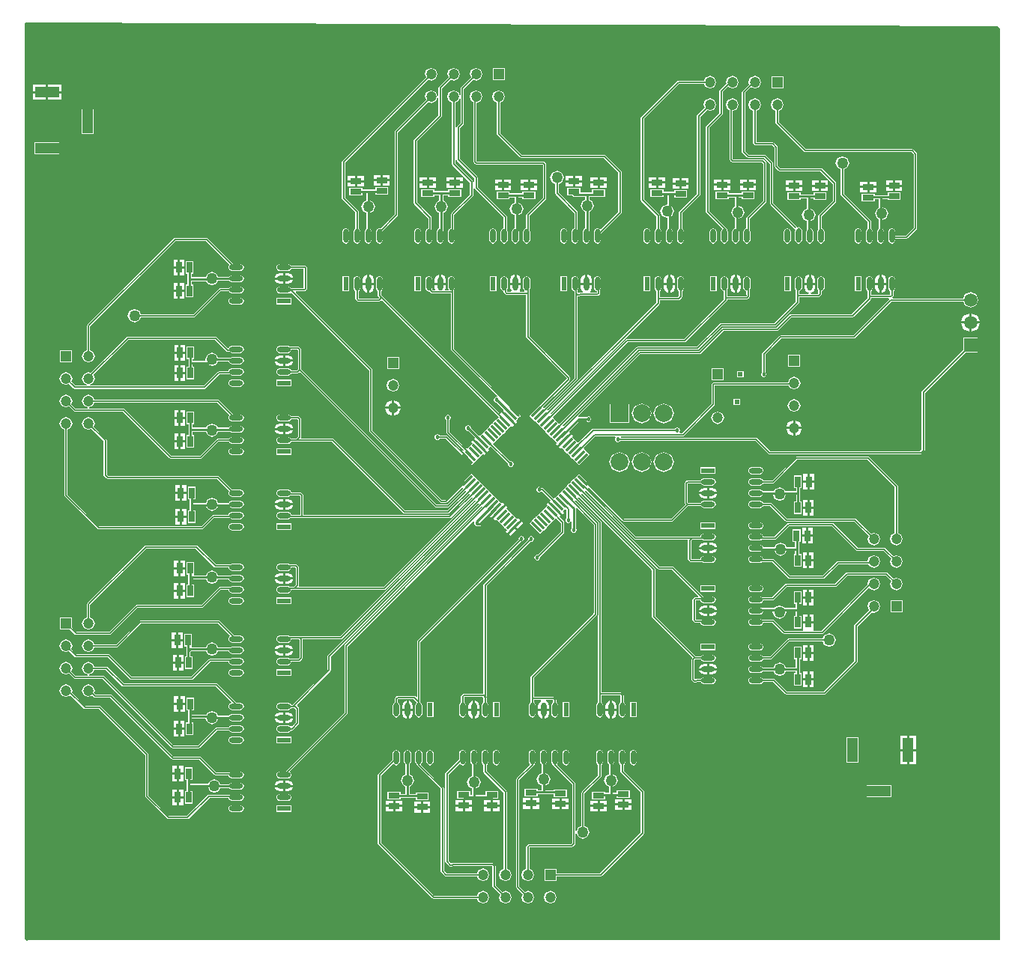
<source format=gbr>
%TF.GenerationSoftware,Altium Limited,Altium Designer,19.1.5 (86)*%
G04 Layer_Physical_Order=1*
G04 Layer_Color=255*
%FSLAX45Y45*%
%MOMM*%
%TF.FileFunction,Copper,L1,Top,Signal*%
%TF.Part,Single*%
G01*
G75*
%TA.AperFunction,SMDPad,CuDef*%
%ADD10R,1.30000X0.70000*%
%ADD11R,0.70000X1.30000*%
%ADD12R,0.60000X1.55000*%
%ADD13O,0.60000X1.55000*%
%ADD14R,1.55000X0.60000*%
%ADD15O,1.55000X0.60000*%
G04:AMPARAMS|DCode=16|XSize=0.25mm|YSize=1.55mm|CornerRadius=0mm|HoleSize=0mm|Usage=FLASHONLY|Rotation=315.000|XOffset=0mm|YOffset=0mm|HoleType=Round|Shape=Rectangle|*
%AMROTATEDRECTD16*
4,1,4,-0.63640,-0.45962,0.45962,0.63640,0.63640,0.45962,-0.45962,-0.63640,-0.63640,-0.45962,0.0*
%
%ADD16ROTATEDRECTD16*%

G04:AMPARAMS|DCode=17|XSize=0.25mm|YSize=1.55mm|CornerRadius=0mm|HoleSize=0mm|Usage=FLASHONLY|Rotation=45.000|XOffset=0mm|YOffset=0mm|HoleType=Round|Shape=Rectangle|*
%AMROTATEDRECTD17*
4,1,4,0.45962,-0.63640,-0.63640,0.45962,-0.45962,0.63640,0.63640,-0.45962,0.45962,-0.63640,0.0*
%
%ADD17ROTATEDRECTD17*%

G04:AMPARAMS|DCode=18|XSize=0.25mm|YSize=1.55mm|CornerRadius=0mm|HoleSize=0mm|Usage=FLASHONLY|Rotation=45.000|XOffset=0mm|YOffset=0mm|HoleType=Round|Shape=Round|*
%AMOVALD18*
21,1,1.30000,0.25000,0.00000,0.00000,135.0*
1,1,0.25000,0.45962,-0.45962*
1,1,0.25000,-0.45962,0.45962*
%
%ADD18OVALD18*%

%ADD19R,0.60000X0.50000*%
%TA.AperFunction,Conductor*%
%ADD20C,0.25400*%
%ADD21C,0.17780*%
%TA.AperFunction,ComponentPad*%
%ADD22R,1.50000X1.50000*%
%ADD23C,1.50000*%
%ADD24C,2.00000*%
%ADD25R,2.00000X2.00000*%
%ADD26R,2.70000X1.20000*%
%ADD27R,1.20000X2.70000*%
%ADD28R,1.20000X1.20000*%
%ADD29C,1.20000*%
%ADD30R,1.20000X1.20000*%
%TA.AperFunction,ViaPad*%
%ADD31C,0.45720*%
%ADD32C,1.27000*%
G36*
X17843500Y11620500D02*
X17868900Y11595100D01*
Y1282700D01*
X6883400D01*
X6870700Y1270000D01*
X6845300Y1295400D01*
Y11649604D01*
X6854296Y11658569D01*
X17843500Y11620500D01*
D02*
G37*
%LPC*%
G36*
X12272320Y11142020D02*
X12137080D01*
Y11006780D01*
X12272320D01*
Y11142020D01*
D02*
G37*
G36*
X11950700Y11147591D02*
X11898946Y11126154D01*
X11877509Y11074400D01*
X11891544Y11040516D01*
X11782164Y10931136D01*
X11776930Y10918500D01*
Y10836594D01*
X11764230Y10834067D01*
X11748454Y10872154D01*
X11696700Y10893591D01*
X11644946Y10872154D01*
X11623509Y10820400D01*
X11644946Y10768646D01*
X11678830Y10754611D01*
Y10058400D01*
X11684064Y10045764D01*
X11808724Y9921104D01*
X11799767Y9912101D01*
X11787114Y9912100D01*
X11722100D01*
Y9864400D01*
X11799800D01*
Y9899400D01*
X11799800Y9912067D01*
X11808804Y9921024D01*
X11882030Y9847798D01*
Y9713234D01*
X11671364Y9502567D01*
X11666130Y9489931D01*
Y9331678D01*
X11642507Y9321893D01*
X11630580Y9293100D01*
Y9198100D01*
X11642507Y9169307D01*
X11671300Y9157380D01*
X11700093Y9169307D01*
X11712020Y9198100D01*
Y9293100D01*
X11701870Y9317602D01*
Y9482530D01*
X11912536Y9693195D01*
X11917770Y9705831D01*
Y9855200D01*
X11912536Y9867836D01*
X11714570Y10065802D01*
Y10754611D01*
X11748454Y10768646D01*
X11764230Y10806733D01*
X11776930Y10804206D01*
Y10527361D01*
X11734864Y10485294D01*
X11729630Y10472659D01*
Y10109200D01*
X11734864Y10096564D01*
X11932830Y9898598D01*
Y9791700D01*
X11938064Y9779064D01*
X12263030Y9454098D01*
Y9331678D01*
X12239407Y9321893D01*
X12227480Y9293100D01*
Y9198100D01*
X12239407Y9169307D01*
X12268200Y9157380D01*
X12296993Y9169307D01*
X12308920Y9198100D01*
Y9293100D01*
X12298770Y9317602D01*
Y9461500D01*
X12293536Y9474136D01*
X11968570Y9799102D01*
Y9906000D01*
X11963336Y9918636D01*
X11765370Y10116602D01*
Y10465257D01*
X11807436Y10507322D01*
X11812670Y10519959D01*
Y10911098D01*
X11916816Y11015244D01*
X11950700Y11001209D01*
X12002454Y11022646D01*
X12023891Y11074400D01*
X12002454Y11126154D01*
X11950700Y11147591D01*
D02*
G37*
G36*
X11696700D02*
X11644946Y11126154D01*
X11623509Y11074400D01*
X11637544Y11040516D01*
X11531664Y10934636D01*
X11526430Y10922000D01*
Y10836931D01*
X11520046Y10826874D01*
X11520046D01*
Y10826875D01*
X11513730Y10825618D01*
X11513145Y10827029D01*
X11494454Y10872154D01*
X11442700Y10893591D01*
X11390946Y10872154D01*
X11369509Y10820400D01*
X11383544Y10786516D01*
X11036364Y10439336D01*
X11031130Y10426700D01*
Y9491002D01*
X10869423Y9329295D01*
X10858500Y9333820D01*
X10829707Y9321893D01*
X10817780Y9293100D01*
Y9198100D01*
X10829707Y9169307D01*
X10858500Y9157380D01*
X10887293Y9169307D01*
X10899220Y9198100D01*
Y9293100D01*
X10894695Y9304023D01*
X11061636Y9470964D01*
X11066870Y9483600D01*
Y10419298D01*
X11408816Y10761244D01*
X11442700Y10747209D01*
X11494454Y10768646D01*
X11513145Y10813771D01*
X11513730Y10815182D01*
X11520046Y10813925D01*
Y10813926D01*
X11520046Y10813925D01*
X11526430Y10803869D01*
Y10611902D01*
X11252264Y10337736D01*
X11247030Y10325100D01*
Y9616931D01*
X11252264Y9604295D01*
X11412130Y9444429D01*
Y9331678D01*
X11388507Y9321893D01*
X11376580Y9293100D01*
Y9198100D01*
X11388507Y9169307D01*
X11417300Y9157380D01*
X11446093Y9169307D01*
X11458020Y9198100D01*
Y9293100D01*
X11447870Y9317602D01*
Y9451831D01*
X11442636Y9464467D01*
X11282770Y9624333D01*
Y10317698D01*
X11556936Y10591864D01*
X11562170Y10604500D01*
Y10914598D01*
X11662816Y11015244D01*
X11696700Y11001209D01*
X11748454Y11022646D01*
X11769891Y11074400D01*
X11748454Y11126154D01*
X11696700Y11147591D01*
D02*
G37*
G36*
X11442700D02*
X11390946Y11126154D01*
X11369509Y11074400D01*
X11383544Y11040516D01*
X10439464Y10096436D01*
X10434230Y10083800D01*
Y9674081D01*
X10439464Y9661445D01*
X10586630Y9514279D01*
Y9326417D01*
X10575707Y9321893D01*
X10563780Y9293100D01*
Y9198100D01*
X10575707Y9169307D01*
X10604500Y9157380D01*
X10633293Y9169307D01*
X10645220Y9198100D01*
Y9293100D01*
X10633293Y9321893D01*
X10622370Y9326417D01*
Y9521681D01*
X10617136Y9534318D01*
X10469970Y9681483D01*
Y10076398D01*
X11408816Y11015244D01*
X11442700Y11001209D01*
X11494454Y11022646D01*
X11515891Y11074400D01*
X11494454Y11126154D01*
X11442700Y11147591D01*
D02*
G37*
G36*
X15421919Y11053120D02*
X15286681D01*
Y10917880D01*
X15421919D01*
Y11053120D01*
D02*
G37*
G36*
X15100301Y11058691D02*
X15048546Y11037254D01*
X15027109Y10985500D01*
X15037424Y10960596D01*
X14960664Y10883836D01*
X14955431Y10871200D01*
Y10198100D01*
X14960664Y10185464D01*
X15011464Y10134664D01*
X15024100Y10129430D01*
X15202840D01*
X15272929Y10059340D01*
Y9610600D01*
X15278165Y9597964D01*
X15546069Y9330058D01*
X15554922Y9326391D01*
X15563161Y9313090D01*
X15554880Y9293100D01*
Y9198100D01*
X15566808Y9169307D01*
X15595599Y9157380D01*
X15624393Y9169307D01*
X15636320Y9198100D01*
Y9252142D01*
X15638870Y9258300D01*
Y9305800D01*
X15633636Y9318436D01*
X15609442Y9342630D01*
X15596806Y9347864D01*
X15588310Y9344344D01*
X15573959Y9349012D01*
X15571342Y9355330D01*
X15308670Y9618002D01*
Y10066742D01*
X15303436Y10079378D01*
X15222878Y10159936D01*
X15210242Y10165170D01*
X15031502D01*
X14991170Y10205502D01*
Y10863798D01*
X15057436Y10930064D01*
X15100301Y10912309D01*
X15152054Y10933746D01*
X15173491Y10985500D01*
X15152054Y11037254D01*
X15100301Y11058691D01*
D02*
G37*
G36*
X14846300D02*
X14794547Y11037254D01*
X14773109Y10985500D01*
X14779704Y10969577D01*
X14706664Y10896536D01*
X14701430Y10883900D01*
Y10637302D01*
X14554263Y10490136D01*
X14549030Y10477500D01*
Y9521700D01*
X14554263Y9509064D01*
X14730734Y9332593D01*
X14728607Y9321893D01*
X14716679Y9293100D01*
Y9198100D01*
X14728607Y9169307D01*
X14757401Y9157380D01*
X14786192Y9169307D01*
X14798120Y9198100D01*
Y9293100D01*
X14787970Y9317602D01*
Y9318500D01*
X14782736Y9331136D01*
X14584770Y9529102D01*
Y10470098D01*
X14731937Y10617264D01*
X14737170Y10629900D01*
Y10876498D01*
X14794440Y10933767D01*
X14794547Y10933746D01*
X14846300Y10912309D01*
X14898055Y10933746D01*
X14919492Y10985500D01*
X14898055Y11037254D01*
X14846300Y11058691D01*
D02*
G37*
G36*
X14592300D02*
X14540546Y11037254D01*
X14526511Y11003370D01*
X14236700D01*
X14224065Y10998136D01*
X13817664Y10591736D01*
X13812430Y10579100D01*
Y9652000D01*
X13817664Y9639364D01*
X13990230Y9466798D01*
Y9326417D01*
X13979308Y9321893D01*
X13967380Y9293100D01*
Y9198100D01*
X13979308Y9169307D01*
X14008099Y9157380D01*
X14036893Y9169307D01*
X14048820Y9198100D01*
Y9293100D01*
X14036893Y9321893D01*
X14025970Y9326417D01*
Y9474200D01*
X14020737Y9486836D01*
X13848170Y9659402D01*
Y10571698D01*
X14244102Y10967630D01*
X14526511D01*
X14540546Y10933746D01*
X14592300Y10912309D01*
X14644054Y10933746D01*
X14665491Y10985500D01*
X14644054Y11037254D01*
X14592300Y11058691D01*
D02*
G37*
G36*
X7259700Y10955900D02*
X7112000D01*
Y10883200D01*
X7259700D01*
Y10955900D01*
D02*
G37*
G36*
X7086600D02*
X6938900D01*
Y10883200D01*
X7086600D01*
Y10955900D01*
D02*
G37*
G36*
X7259700Y10857800D02*
X7112000D01*
Y10785100D01*
X7259700D01*
Y10857800D01*
D02*
G37*
G36*
X7086600D02*
X6938900D01*
Y10785100D01*
X7086600D01*
Y10857800D01*
D02*
G37*
G36*
X14592300Y10804691D02*
X14540546Y10783254D01*
X14519109Y10731500D01*
X14533144Y10697616D01*
X14452664Y10617136D01*
X14447430Y10604500D01*
Y9722902D01*
X14249464Y9524936D01*
X14244231Y9512300D01*
Y9326417D01*
X14233307Y9321893D01*
X14221381Y9293100D01*
Y9198100D01*
X14233307Y9169307D01*
X14262100Y9157380D01*
X14290894Y9169307D01*
X14302820Y9198100D01*
Y9293100D01*
X14290894Y9321893D01*
X14279970Y9326417D01*
Y9504898D01*
X14477936Y9702864D01*
X14483170Y9715500D01*
Y10597098D01*
X14558417Y10672344D01*
X14592300Y10658309D01*
X14644054Y10679746D01*
X14665491Y10731500D01*
X14644054Y10783254D01*
X14592300Y10804691D01*
D02*
G37*
G36*
X7626920Y10683120D02*
X7491680D01*
Y10397880D01*
X7626920D01*
Y10683120D01*
D02*
G37*
G36*
X7241920Y10308120D02*
X6956680D01*
Y10172880D01*
X7241920D01*
Y10308120D01*
D02*
G37*
G36*
X10974300Y9937500D02*
X10896600D01*
Y9889800D01*
X10974300D01*
Y9937500D01*
D02*
G37*
G36*
X10871200D02*
X10793500D01*
Y9889800D01*
X10871200D01*
Y9937500D01*
D02*
G37*
G36*
X13146001Y9924800D02*
X13068300D01*
Y9877100D01*
X13146001D01*
Y9924800D01*
D02*
G37*
G36*
X10682200D02*
X10604500D01*
Y9877100D01*
X10682200D01*
Y9924800D01*
D02*
G37*
G36*
X10579100D02*
X10501400D01*
Y9877100D01*
X10579100D01*
Y9924800D01*
D02*
G37*
G36*
X13042900D02*
X12965199D01*
Y9877100D01*
X13042900D01*
Y9924800D01*
D02*
G37*
G36*
X14085800Y9912100D02*
X14008099D01*
Y9864400D01*
X14085800D01*
Y9912100D01*
D02*
G37*
G36*
X13425400D02*
X13347701D01*
Y9864400D01*
X13425400D01*
Y9912100D01*
D02*
G37*
G36*
X11495000D02*
X11417300D01*
Y9864400D01*
X11495000D01*
Y9912100D01*
D02*
G37*
G36*
X13322301D02*
X13244600D01*
Y9864400D01*
X13322301D01*
Y9912100D01*
D02*
G37*
G36*
X11696700D02*
X11619000D01*
Y9864400D01*
X11696700D01*
Y9912100D01*
D02*
G37*
G36*
X11391900D02*
X11314200D01*
Y9864400D01*
X11391900D01*
Y9912100D01*
D02*
G37*
G36*
X13982700D02*
X13905000D01*
Y9864400D01*
X13982700D01*
Y9912100D01*
D02*
G37*
G36*
X14352499Y9899400D02*
X14274800D01*
Y9851700D01*
X14352499D01*
Y9899400D01*
D02*
G37*
G36*
X14249400D02*
X14171700D01*
Y9851700D01*
X14249400D01*
Y9899400D01*
D02*
G37*
G36*
X15114500Y9886700D02*
X15036800D01*
Y9839000D01*
X15114500D01*
Y9886700D01*
D02*
G37*
G36*
X14822400D02*
X14744701D01*
Y9839000D01*
X14822400D01*
Y9886700D01*
D02*
G37*
G36*
X12638000D02*
X12560300D01*
Y9839000D01*
X12638000D01*
Y9886700D01*
D02*
G37*
G36*
X12345900D02*
X12268200D01*
Y9839000D01*
X12345900D01*
Y9886700D01*
D02*
G37*
G36*
X15011400D02*
X14933701D01*
Y9839000D01*
X15011400D01*
Y9886700D01*
D02*
G37*
G36*
X12242800D02*
X12165100D01*
Y9839000D01*
X12242800D01*
Y9886700D01*
D02*
G37*
G36*
X14719299D02*
X14641600D01*
Y9839000D01*
X14719299D01*
Y9886700D01*
D02*
G37*
G36*
X12534900D02*
X12457200D01*
Y9839000D01*
X12534900D01*
Y9886700D01*
D02*
G37*
G36*
X16765500Y9874000D02*
X16687801D01*
Y9826300D01*
X16765500D01*
Y9874000D01*
D02*
G37*
G36*
X15635201D02*
X15557500D01*
Y9826300D01*
X15635201D01*
Y9874000D01*
D02*
G37*
G36*
X15532100D02*
X15454401D01*
Y9826300D01*
X15532100D01*
Y9874000D01*
D02*
G37*
G36*
X16662399D02*
X16584700D01*
Y9826300D01*
X16662399D01*
Y9874000D01*
D02*
G37*
G36*
X15824200D02*
X15746500D01*
Y9826300D01*
X15824200D01*
Y9874000D01*
D02*
G37*
G36*
X10974300Y9864400D02*
X10896600D01*
Y9816700D01*
X10974300D01*
Y9864400D01*
D02*
G37*
G36*
X10871200D02*
X10793500D01*
Y9816700D01*
X10871200D01*
Y9864400D01*
D02*
G37*
G36*
X16473399Y9861300D02*
X16395700D01*
Y9813600D01*
X16473399D01*
Y9861300D01*
D02*
G37*
G36*
X16370300D02*
X16292599D01*
Y9813600D01*
X16370300D01*
Y9861300D01*
D02*
G37*
G36*
X13146001Y9851700D02*
X13068300D01*
Y9804000D01*
X13146001D01*
Y9851700D01*
D02*
G37*
G36*
X13042900D02*
X12965199D01*
Y9804000D01*
X13042900D01*
Y9851700D01*
D02*
G37*
G36*
X10682200D02*
X10604500D01*
Y9804000D01*
X10682200D01*
Y9851700D01*
D02*
G37*
G36*
X10579100D02*
X10501400D01*
Y9804000D01*
X10579100D01*
Y9851700D01*
D02*
G37*
G36*
X14085800Y9839000D02*
X14008099D01*
Y9791300D01*
X14085800D01*
Y9839000D01*
D02*
G37*
G36*
X13982700D02*
X13905000D01*
Y9791300D01*
X13982700D01*
Y9839000D01*
D02*
G37*
G36*
X13425400D02*
X13347701D01*
Y9791300D01*
X13425400D01*
Y9839000D01*
D02*
G37*
G36*
X13322301D02*
X13244600D01*
Y9791300D01*
X13322301D01*
Y9839000D01*
D02*
G37*
G36*
X11799800D02*
X11722100D01*
Y9791300D01*
X11799800D01*
Y9839000D01*
D02*
G37*
G36*
X11696700D02*
X11619000D01*
Y9791300D01*
X11696700D01*
Y9839000D01*
D02*
G37*
G36*
X11495000D02*
X11417300D01*
Y9791300D01*
X11495000D01*
Y9839000D01*
D02*
G37*
G36*
X11391900D02*
X11314200D01*
Y9791300D01*
X11391900D01*
Y9839000D01*
D02*
G37*
G36*
X14352499Y9826300D02*
X14274800D01*
Y9778600D01*
X14352499D01*
Y9826300D01*
D02*
G37*
G36*
X14249400D02*
X14171700D01*
Y9778600D01*
X14249400D01*
Y9826300D01*
D02*
G37*
G36*
X10956520Y9799720D02*
X10811280D01*
Y9772744D01*
X10664420D01*
Y9787020D01*
X10519180D01*
Y9701780D01*
X10664420D01*
Y9728756D01*
X10709506D01*
Y9643670D01*
X10677067Y9630233D01*
X10654520Y9575800D01*
X10677067Y9521367D01*
X10709506Y9507930D01*
Y9324709D01*
X10702707Y9321893D01*
X10690780Y9293100D01*
Y9198100D01*
X10702707Y9169307D01*
X10731500Y9157380D01*
X10760293Y9169307D01*
X10772220Y9198100D01*
Y9293100D01*
X10760293Y9321893D01*
X10753494Y9324709D01*
Y9507930D01*
X10785933Y9521367D01*
X10808480Y9575800D01*
X10785933Y9630233D01*
X10753494Y9643670D01*
Y9728756D01*
X10811280D01*
Y9714480D01*
X10956520D01*
Y9799720D01*
D02*
G37*
G36*
X15114500Y9813600D02*
X15036800D01*
Y9765900D01*
X15114500D01*
Y9813600D01*
D02*
G37*
G36*
X15011400D02*
X14933701D01*
Y9765900D01*
X15011400D01*
Y9813600D01*
D02*
G37*
G36*
X14822400D02*
X14744701D01*
Y9765900D01*
X14822400D01*
Y9813600D01*
D02*
G37*
G36*
X14719299D02*
X14641600D01*
Y9765900D01*
X14719299D01*
Y9813600D01*
D02*
G37*
G36*
X12638000D02*
X12560300D01*
Y9765900D01*
X12638000D01*
Y9813600D01*
D02*
G37*
G36*
X12534900D02*
X12457200D01*
Y9765900D01*
X12534900D01*
Y9813600D01*
D02*
G37*
G36*
X12345900D02*
X12268200D01*
Y9765900D01*
X12345900D01*
Y9813600D01*
D02*
G37*
G36*
X12242800D02*
X12165100D01*
Y9765900D01*
X12242800D01*
Y9813600D01*
D02*
G37*
G36*
X11782020Y9774320D02*
X11636780D01*
Y9753694D01*
X11477220D01*
Y9774320D01*
X11331980D01*
Y9689080D01*
X11477220D01*
Y9709706D01*
X11535006D01*
Y9643670D01*
X11502567Y9630233D01*
X11480020Y9575800D01*
X11502567Y9521367D01*
X11535006Y9507930D01*
Y9329970D01*
X11515507Y9321893D01*
X11503580Y9293100D01*
Y9198100D01*
X11515507Y9169307D01*
X11544300Y9157380D01*
X11573093Y9169307D01*
X11585020Y9198100D01*
Y9293100D01*
X11578994Y9307646D01*
Y9507930D01*
X11611433Y9521367D01*
X11633980Y9575800D01*
X11611433Y9630233D01*
X11578994Y9643670D01*
Y9709706D01*
X11636780D01*
Y9689080D01*
X11782020D01*
Y9774320D01*
D02*
G37*
G36*
X16765500Y9800900D02*
X16687801D01*
Y9753200D01*
X16765500D01*
Y9800900D01*
D02*
G37*
G36*
X16662399D02*
X16584700D01*
Y9753200D01*
X16662399D01*
Y9800900D01*
D02*
G37*
G36*
X15927299D02*
X15849600D01*
Y9753200D01*
X15927299D01*
Y9800900D01*
D02*
G37*
G36*
X15824200D02*
X15746500D01*
Y9753200D01*
X15824200D01*
Y9800900D01*
D02*
G37*
G36*
X15635201D02*
X15557500D01*
Y9753200D01*
X15635201D01*
Y9800900D01*
D02*
G37*
G36*
X15532100D02*
X15454401D01*
Y9753200D01*
X15532100D01*
Y9800900D01*
D02*
G37*
G36*
X16473399Y9788200D02*
X16395700D01*
Y9740500D01*
X16473399D01*
Y9788200D01*
D02*
G37*
G36*
X16370300D02*
X16292599D01*
Y9740500D01*
X16370300D01*
Y9788200D01*
D02*
G37*
G36*
X15096719Y9748920D02*
X14951480D01*
Y9728294D01*
X14804620D01*
Y9748920D01*
X14659380D01*
Y9663680D01*
X14804620D01*
Y9684306D01*
X14875105D01*
Y9574909D01*
X14855367Y9566733D01*
X14832820Y9512300D01*
X14855367Y9457867D01*
X14875105Y9449691D01*
Y9329970D01*
X14855608Y9321893D01*
X14843680Y9293100D01*
Y9198100D01*
X14855608Y9169307D01*
X14884399Y9157380D01*
X14913193Y9169307D01*
X14925121Y9198100D01*
Y9293100D01*
X14919093Y9307646D01*
Y9439170D01*
X14964233Y9457867D01*
X14986780Y9512300D01*
X14964233Y9566733D01*
X14919093Y9585430D01*
Y9684306D01*
X14951480D01*
Y9663680D01*
X15096719D01*
Y9748920D01*
D02*
G37*
G36*
X12620220D02*
X12474980D01*
Y9728294D01*
X12328120D01*
Y9748920D01*
X12182880D01*
Y9663680D01*
X12328120D01*
Y9684306D01*
X12385906D01*
Y9618270D01*
X12353467Y9604833D01*
X12330920Y9550400D01*
X12353467Y9495967D01*
X12385906Y9482530D01*
Y9329970D01*
X12366407Y9321893D01*
X12354480Y9293100D01*
Y9198100D01*
X12366407Y9169307D01*
X12395200Y9157380D01*
X12423993Y9169307D01*
X12435920Y9198100D01*
Y9293100D01*
X12429894Y9307646D01*
Y9482530D01*
X12462333Y9495967D01*
X12484880Y9550400D01*
X12462333Y9604833D01*
X12429894Y9618270D01*
Y9684306D01*
X12474980D01*
Y9663680D01*
X12620220D01*
Y9748920D01*
D02*
G37*
G36*
X15909520Y9736220D02*
X15764281D01*
Y9715594D01*
X15617419D01*
Y9736220D01*
X15472180D01*
Y9650980D01*
X15617419D01*
Y9671606D01*
X15687906D01*
Y9550170D01*
X15655467Y9536733D01*
X15632919Y9482300D01*
X15655467Y9427867D01*
X15687906Y9414430D01*
Y9307646D01*
X15681880Y9293100D01*
Y9198100D01*
X15693806Y9169307D01*
X15722600Y9157380D01*
X15751393Y9169307D01*
X15763319Y9198100D01*
Y9293100D01*
X15751393Y9321893D01*
X15731894Y9329970D01*
Y9414430D01*
X15764333Y9427867D01*
X15786880Y9482300D01*
X15764333Y9536733D01*
X15731894Y9550170D01*
Y9671606D01*
X15764281D01*
Y9650980D01*
X15909520D01*
Y9736220D01*
D02*
G37*
G36*
X16747720D02*
X16602480D01*
Y9709244D01*
X16455620D01*
Y9723520D01*
X16310381D01*
Y9638280D01*
X16455620D01*
Y9665256D01*
X16500706D01*
Y9562209D01*
X16480968Y9554033D01*
X16458420Y9499600D01*
X16480968Y9445167D01*
X16500706Y9436991D01*
Y9324709D01*
X16493907Y9321893D01*
X16481979Y9293100D01*
Y9198100D01*
X16493907Y9169307D01*
X16522701Y9157380D01*
X16551492Y9169307D01*
X16563420Y9198100D01*
Y9293100D01*
X16551492Y9321893D01*
X16544695Y9324709D01*
Y9426470D01*
X16589833Y9445167D01*
X16612379Y9499600D01*
X16589833Y9554033D01*
X16544695Y9572730D01*
Y9665256D01*
X16602480D01*
Y9650980D01*
X16747720D01*
Y9736220D01*
D02*
G37*
G36*
X13128220Y9787020D02*
X12982980D01*
Y9701780D01*
X13038634D01*
X13040048Y9698368D01*
X13055600Y9691926D01*
X13186006D01*
Y9656370D01*
X13153568Y9642933D01*
X13131020Y9588500D01*
X13153568Y9534067D01*
X13186006Y9520630D01*
Y9329970D01*
X13166507Y9321893D01*
X13154581Y9293100D01*
Y9198100D01*
X13166507Y9169307D01*
X13195300Y9157380D01*
X13224094Y9169307D01*
X13236020Y9198100D01*
Y9293100D01*
X13229694Y9308373D01*
X13229994Y9309100D01*
Y9520630D01*
X13262433Y9534067D01*
X13284979Y9588500D01*
X13262433Y9642933D01*
X13229994Y9656370D01*
Y9691926D01*
X13262379D01*
Y9689080D01*
X13407620D01*
Y9774320D01*
X13262379D01*
Y9735914D01*
X13128220D01*
Y9787020D01*
D02*
G37*
G36*
X14068021Y9774320D02*
X13922780D01*
Y9689080D01*
X14068021D01*
Y9703356D01*
X14113106D01*
Y9604256D01*
X14109700Y9601980D01*
X14055267Y9579433D01*
X14032719Y9525000D01*
X14055267Y9470567D01*
X14109700Y9448020D01*
X14113106Y9445744D01*
Y9324709D01*
X14106306Y9321893D01*
X14094380Y9293100D01*
Y9198100D01*
X14106306Y9169307D01*
X14135100Y9157380D01*
X14163893Y9169307D01*
X14175819Y9198100D01*
Y9293100D01*
X14163893Y9321893D01*
X14157094Y9324709D01*
Y9467651D01*
X14164133Y9470567D01*
X14186681Y9525000D01*
X14164133Y9579433D01*
X14157094Y9582349D01*
Y9703356D01*
X14189481D01*
Y9676380D01*
X14334720D01*
Y9761620D01*
X14189481D01*
Y9747344D01*
X14068021D01*
Y9774320D01*
D02*
G37*
G36*
X12204700Y10893591D02*
X12152946Y10872154D01*
X12131509Y10820400D01*
X12152946Y10768646D01*
X12186830Y10754611D01*
Y10401300D01*
X12192064Y10388664D01*
X12446064Y10134664D01*
X12458700Y10129430D01*
X13391098D01*
X13558430Y9962098D01*
Y9519702D01*
X13359039Y9320312D01*
X13351093Y9321893D01*
X13322301Y9333820D01*
X13293507Y9321893D01*
X13281580Y9293100D01*
Y9198100D01*
X13293507Y9169307D01*
X13322301Y9157380D01*
X13351093Y9169307D01*
X13363020Y9198100D01*
Y9273748D01*
X13588936Y9499664D01*
X13594170Y9512300D01*
Y9969500D01*
X13588936Y9982136D01*
X13411136Y10159936D01*
X13398500Y10165170D01*
X12466102D01*
X12222570Y10408702D01*
Y10754611D01*
X12256454Y10768646D01*
X12277891Y10820400D01*
X12256454Y10872154D01*
X12204700Y10893591D01*
D02*
G37*
G36*
X15354300Y10804691D02*
X15302547Y10783254D01*
X15281110Y10731500D01*
X15302547Y10679746D01*
X15336430Y10665711D01*
Y10528300D01*
X15341664Y10515664D01*
X15659164Y10198164D01*
X15671800Y10192930D01*
X16870898D01*
X16898531Y10165298D01*
Y9341902D01*
X16807397Y9250770D01*
X16690421D01*
Y9293100D01*
X16678493Y9321893D01*
X16649699Y9333820D01*
X16620908Y9321893D01*
X16608980Y9293100D01*
Y9198100D01*
X16620908Y9169307D01*
X16649699Y9157380D01*
X16678493Y9169307D01*
X16690421Y9198100D01*
Y9215030D01*
X16814799D01*
X16827435Y9220264D01*
X16929036Y9321864D01*
X16934270Y9334500D01*
Y10172700D01*
X16929036Y10185336D01*
X16890936Y10223436D01*
X16878300Y10228670D01*
X15679202D01*
X15372169Y10535702D01*
Y10665711D01*
X15406055Y10679746D01*
X15427492Y10731500D01*
X15406055Y10783254D01*
X15354300Y10804691D01*
D02*
G37*
G36*
X16090900Y10148080D02*
X16036467Y10125533D01*
X16013921Y10071100D01*
X16036467Y10016667D01*
X16073030Y10001522D01*
Y9715500D01*
X16078264Y9702864D01*
X16377831Y9403298D01*
Y9326417D01*
X16366907Y9321893D01*
X16354980Y9293100D01*
Y9198100D01*
X16366907Y9169307D01*
X16395700Y9157380D01*
X16424493Y9169307D01*
X16436420Y9198100D01*
Y9293100D01*
X16424493Y9321893D01*
X16413570Y9326417D01*
Y9410700D01*
X16408336Y9423336D01*
X16108771Y9722902D01*
Y10001522D01*
X16145332Y10016667D01*
X16167880Y10071100D01*
X16145332Y10125533D01*
X16090900Y10148080D01*
D02*
G37*
G36*
X16268700Y9333820D02*
X16239906Y9321893D01*
X16227980Y9293100D01*
Y9198100D01*
X16239906Y9169307D01*
X16268700Y9157380D01*
X16297493Y9169307D01*
X16309419Y9198100D01*
Y9293100D01*
X16297493Y9321893D01*
X16268700Y9333820D01*
D02*
G37*
G36*
X15100301Y10804691D02*
X15048546Y10783254D01*
X15027109Y10731500D01*
X15048546Y10679746D01*
X15082430Y10665711D01*
Y10301879D01*
X15087663Y10289243D01*
X15102544Y10274364D01*
X15115179Y10269130D01*
X15296098D01*
X15323730Y10241498D01*
Y10033000D01*
X15328964Y10020364D01*
X15367064Y9982264D01*
X15379700Y9977030D01*
X15842198D01*
X15936224Y9883004D01*
X15927267Y9874001D01*
X15914613Y9874000D01*
X15849600D01*
Y9826300D01*
X15927299D01*
Y9861300D01*
X15927299Y9873967D01*
X15936304Y9882924D01*
X15984129Y9835098D01*
Y9646702D01*
X15824265Y9486836D01*
X15819031Y9474200D01*
Y9317602D01*
X15808881Y9293100D01*
Y9198100D01*
X15820807Y9169307D01*
X15849600Y9157380D01*
X15878394Y9169307D01*
X15890320Y9198100D01*
Y9293100D01*
X15878394Y9321893D01*
X15854770Y9331678D01*
Y9466798D01*
X16014636Y9626664D01*
X16019870Y9639300D01*
Y9842500D01*
X16014636Y9855136D01*
X15862236Y10007536D01*
X15849600Y10012770D01*
X15387102D01*
X15359470Y10040402D01*
Y10248900D01*
X15354236Y10261536D01*
X15316136Y10299636D01*
X15303500Y10304870D01*
X15122581D01*
X15118170Y10309281D01*
Y10665711D01*
X15152054Y10679746D01*
X15173491Y10731500D01*
X15152054Y10783254D01*
X15100301Y10804691D01*
D02*
G37*
G36*
X15468600Y9333820D02*
X15439807Y9321893D01*
X15427879Y9293100D01*
Y9198100D01*
X15439807Y9169307D01*
X15468600Y9157380D01*
X15497392Y9169307D01*
X15509320Y9198100D01*
Y9293100D01*
X15497392Y9321893D01*
X15468600Y9333820D01*
D02*
G37*
G36*
X14846300Y10804691D02*
X14794547Y10783254D01*
X14773109Y10731500D01*
X14794547Y10679746D01*
X14815730Y10670971D01*
Y10111379D01*
X14820964Y10098743D01*
X14835843Y10083864D01*
X14848479Y10078630D01*
X15181798D01*
X15196730Y10063698D01*
Y9646702D01*
X15011464Y9461436D01*
X15006230Y9448800D01*
Y9331678D01*
X14982607Y9321893D01*
X14970680Y9293100D01*
Y9198100D01*
X14982607Y9169307D01*
X15011400Y9157380D01*
X15040193Y9169307D01*
X15052119Y9198100D01*
Y9293100D01*
X15041969Y9317602D01*
Y9441398D01*
X15227235Y9626664D01*
X15232471Y9639300D01*
Y10071100D01*
X15227235Y10083736D01*
X15201836Y10109136D01*
X15189200Y10114370D01*
X14855881D01*
X14851469Y10118781D01*
Y10660450D01*
X14898055Y10679746D01*
X14919492Y10731500D01*
X14898055Y10783254D01*
X14846300Y10804691D01*
D02*
G37*
G36*
X14630400Y9333820D02*
X14601607Y9321893D01*
X14589680Y9293100D01*
Y9198100D01*
X14601607Y9169307D01*
X14630400Y9157380D01*
X14659193Y9169307D01*
X14671120Y9198100D01*
Y9293100D01*
X14659193Y9321893D01*
X14630400Y9333820D01*
D02*
G37*
G36*
X13881100D02*
X13852307Y9321893D01*
X13840379Y9293100D01*
Y9198100D01*
X13852307Y9169307D01*
X13881100Y9157380D01*
X13909892Y9169307D01*
X13921820Y9198100D01*
Y9293100D01*
X13909892Y9321893D01*
X13881100Y9333820D01*
D02*
G37*
G36*
X12865100Y9982980D02*
X12810667Y9960433D01*
X12788120Y9906000D01*
X12810667Y9851567D01*
X12847231Y9836422D01*
Y9728200D01*
X12852464Y9715564D01*
X13063130Y9504898D01*
Y9331678D01*
X13039507Y9321893D01*
X13027580Y9293100D01*
Y9198100D01*
X13039507Y9169307D01*
X13068300Y9157380D01*
X13097093Y9169307D01*
X13109019Y9198100D01*
Y9293100D01*
X13098869Y9317602D01*
Y9512300D01*
X13093636Y9524936D01*
X12882970Y9735602D01*
Y9836422D01*
X12919533Y9851567D01*
X12942081Y9906000D01*
X12919533Y9960433D01*
X12865100Y9982980D01*
D02*
G37*
G36*
X12941299Y9333820D02*
X12912508Y9321893D01*
X12900580Y9293100D01*
Y9198100D01*
X12912508Y9169307D01*
X12941299Y9157380D01*
X12970093Y9169307D01*
X12982021Y9198100D01*
Y9293100D01*
X12970093Y9321893D01*
X12941299Y9333820D01*
D02*
G37*
G36*
X11950700Y10893591D02*
X11898946Y10872154D01*
X11877509Y10820400D01*
X11898946Y10768646D01*
X11920130Y10759871D01*
Y10085979D01*
X11925364Y10073343D01*
X11940243Y10058464D01*
X11952879Y10053230D01*
X12703119D01*
X12707530Y10048819D01*
Y9681484D01*
X12522264Y9496217D01*
X12517030Y9483581D01*
Y9331678D01*
X12493407Y9321893D01*
X12481480Y9293100D01*
Y9198100D01*
X12493407Y9169307D01*
X12522200Y9157380D01*
X12550993Y9169307D01*
X12562920Y9198100D01*
Y9293100D01*
X12552770Y9317602D01*
Y9476180D01*
X12738036Y9661445D01*
X12743270Y9674081D01*
Y10056221D01*
X12738036Y10068857D01*
X12723157Y10083736D01*
X12710521Y10088970D01*
X11960281D01*
X11955870Y10093381D01*
Y10749350D01*
X12002454Y10768646D01*
X12023891Y10820400D01*
X12002454Y10872154D01*
X11950700Y10893591D01*
D02*
G37*
G36*
X12141200Y9333820D02*
X12112407Y9321893D01*
X12100480Y9293100D01*
Y9198100D01*
X12112407Y9169307D01*
X12141200Y9157380D01*
X12169993Y9169307D01*
X12181920Y9198100D01*
Y9293100D01*
X12169993Y9321893D01*
X12141200Y9333820D01*
D02*
G37*
G36*
X11290300D02*
X11261507Y9321893D01*
X11249580Y9293100D01*
Y9198100D01*
X11261507Y9169307D01*
X11290300Y9157380D01*
X11319093Y9169307D01*
X11331020Y9198100D01*
Y9293100D01*
X11319093Y9321893D01*
X11290300Y9333820D01*
D02*
G37*
G36*
X10477500D02*
X10448707Y9321893D01*
X10436780Y9293100D01*
Y9198100D01*
X10448707Y9169307D01*
X10477500Y9157380D01*
X10506293Y9169307D01*
X10518220Y9198100D01*
Y9293100D01*
X10506293Y9321893D01*
X10477500Y9333820D01*
D02*
G37*
G36*
X8652600Y8980400D02*
X8604901D01*
Y8902700D01*
X8652600D01*
Y8980400D01*
D02*
G37*
G36*
X8579501D02*
X8531800D01*
Y8902700D01*
X8579501D01*
Y8980400D01*
D02*
G37*
G36*
X8902700Y9225370D02*
X8547100D01*
X8534464Y9220136D01*
X7556564Y8242236D01*
X7551330Y8229600D01*
Y7952489D01*
X7517446Y7938454D01*
X7496009Y7886700D01*
X7517446Y7834946D01*
X7569200Y7813509D01*
X7620954Y7834946D01*
X7642391Y7886700D01*
X7620954Y7938454D01*
X7587070Y7952489D01*
Y8222198D01*
X8554502Y9189630D01*
X8895298D01*
X9163276Y8921652D01*
X9162707Y8918793D01*
X9150781Y8890000D01*
X9162707Y8861207D01*
X9191500Y8849280D01*
X9286500D01*
X9315293Y8861207D01*
X9327220Y8890000D01*
X9315293Y8918793D01*
X9286500Y8930720D01*
X9204753D01*
X8915336Y9220136D01*
X8902700Y9225370D01*
D02*
G37*
G36*
X8652600Y8877300D02*
X8604901D01*
Y8799600D01*
X8652600D01*
Y8877300D01*
D02*
G37*
G36*
X8579501D02*
X8531800D01*
Y8799600D01*
X8579501D01*
Y8877300D01*
D02*
G37*
G36*
X9826500Y8822965D02*
X9791700D01*
Y8775700D01*
X9881204D01*
X9868901Y8805401D01*
X9826500Y8822965D01*
D02*
G37*
G36*
X9766300D02*
X9731500D01*
X9689099Y8805401D01*
X9676796Y8775700D01*
X9766300D01*
Y8822965D01*
D02*
G37*
G36*
X8754820Y8962620D02*
X8669580D01*
Y8817380D01*
X8690206D01*
Y8695920D01*
X8669580D01*
Y8550680D01*
X8754820D01*
Y8695920D01*
X8734194D01*
Y8734656D01*
X8900961D01*
X8911767Y8708567D01*
X8966200Y8686020D01*
X9020633Y8708567D01*
X9034070Y8741006D01*
X9159891D01*
X9162707Y8734207D01*
X9191500Y8722280D01*
X9286500D01*
X9315293Y8734207D01*
X9327220Y8763000D01*
X9315293Y8791793D01*
X9286500Y8803720D01*
X9191500D01*
X9162707Y8791793D01*
X9159891Y8784994D01*
X9034070D01*
X9020633Y8817433D01*
X8966200Y8839980D01*
X8911767Y8817433D01*
X8895700Y8778644D01*
X8734194D01*
Y8817380D01*
X8754820D01*
Y8962620D01*
D02*
G37*
G36*
X16535400Y8807804D02*
Y8718300D01*
X16582664D01*
Y8753100D01*
X16565102Y8795501D01*
X16535400Y8807804D01*
D02*
G37*
G36*
X15735300D02*
Y8718300D01*
X15782565D01*
Y8753100D01*
X15765001Y8795501D01*
X15735300Y8807804D01*
D02*
G37*
G36*
X14897099D02*
Y8718300D01*
X14944365D01*
Y8753100D01*
X14926801Y8795501D01*
X14897099Y8807804D01*
D02*
G37*
G36*
X14147800D02*
Y8718300D01*
X14195065D01*
Y8753100D01*
X14177501Y8795501D01*
X14147800Y8807804D01*
D02*
G37*
G36*
X13208000D02*
Y8718300D01*
X13255264D01*
Y8753100D01*
X13237701Y8795501D01*
X13208000Y8807804D01*
D02*
G37*
G36*
X12407900D02*
Y8718300D01*
X12455165D01*
Y8753100D01*
X12437601Y8795501D01*
X12407900Y8807804D01*
D02*
G37*
G36*
X11557000D02*
Y8718300D01*
X11604265D01*
Y8753100D01*
X11586701Y8795501D01*
X11557000Y8807804D01*
D02*
G37*
G36*
X10744200D02*
Y8718300D01*
X10791465D01*
Y8753100D01*
X10773901Y8795501D01*
X10744200Y8807804D01*
D02*
G37*
G36*
X14122400D02*
X14092699Y8795501D01*
X14075134Y8753100D01*
Y8718300D01*
X14122400D01*
Y8807804D01*
D02*
G37*
G36*
X13182600D02*
X13152899Y8795501D01*
X13135335Y8753100D01*
Y8718300D01*
X13182600D01*
Y8807804D01*
D02*
G37*
G36*
X14871700D02*
X14841998Y8795501D01*
X14824435Y8753100D01*
Y8718300D01*
X14871700D01*
Y8807804D01*
D02*
G37*
G36*
X12382500D02*
X12352799Y8795501D01*
X12335235Y8753100D01*
Y8718300D01*
X12382500D01*
Y8807804D01*
D02*
G37*
G36*
X11531600D02*
X11501899Y8795501D01*
X11484335Y8753100D01*
Y8718300D01*
X11531600D01*
Y8807804D01*
D02*
G37*
G36*
X16510001D02*
X16480299Y8795501D01*
X16462735Y8753100D01*
Y8718300D01*
X16510001D01*
Y8807804D01*
D02*
G37*
G36*
X15709900D02*
X15680199Y8795501D01*
X15662634Y8753100D01*
Y8718300D01*
X15709900D01*
Y8807804D01*
D02*
G37*
G36*
X10718800D02*
X10689099Y8795501D01*
X10671535Y8753100D01*
Y8718300D01*
X10718800D01*
Y8807804D01*
D02*
G37*
G36*
X9881204Y8750300D02*
X9791700D01*
Y8703035D01*
X9826500D01*
X9868901Y8720599D01*
X9881204Y8750300D01*
D02*
G37*
G36*
X9766300D02*
X9676796D01*
X9689099Y8720599D01*
X9731500Y8703035D01*
X9766300D01*
Y8750300D01*
D02*
G37*
G36*
X9826500Y8930720D02*
X9731500D01*
X9702707Y8918793D01*
X9690780Y8890000D01*
X9702707Y8861207D01*
X9731500Y8849280D01*
X9826500D01*
X9855293Y8861207D01*
X9859817Y8872130D01*
X10002430D01*
Y8658281D01*
X9998019Y8653870D01*
X9859817D01*
X9855293Y8664793D01*
X9826500Y8676720D01*
X9731500D01*
X9702707Y8664793D01*
X9690780Y8636000D01*
X9702707Y8607207D01*
X9731500Y8595280D01*
X9826500D01*
X9855293Y8607207D01*
X9858152Y8607776D01*
X10743201Y7722727D01*
Y7039971D01*
X10748435Y7027335D01*
X11544364Y6231406D01*
X11557000Y6226172D01*
X11611294D01*
X11623930Y6231406D01*
X11796795Y6404271D01*
X11799186Y6403326D01*
X11802273Y6388451D01*
X11624934Y6211112D01*
X11507331D01*
X9974670Y7743772D01*
Y7960721D01*
X9969436Y7973357D01*
X9954557Y7988236D01*
X9941921Y7993470D01*
X9851002D01*
X9826500Y8003620D01*
X9731500D01*
X9702707Y7991693D01*
X9690780Y7962900D01*
X9702707Y7934107D01*
X9731500Y7922180D01*
X9826500D01*
X9855293Y7934107D01*
X9865078Y7957730D01*
X9934519D01*
X9938930Y7953319D01*
Y7743772D01*
X9921928Y7726770D01*
X9859817D01*
X9855293Y7737693D01*
X9826500Y7749620D01*
X9731500D01*
X9702707Y7737693D01*
X9690780Y7708900D01*
X9702707Y7680107D01*
X9731500Y7668180D01*
X9826500D01*
X9855293Y7680107D01*
X9859817Y7691030D01*
X9929330D01*
X9941966Y7696264D01*
X9956800Y7711098D01*
X11487292Y6180606D01*
X11499928Y6175372D01*
X11632336D01*
X11644972Y6180606D01*
X11832721Y6368355D01*
X11835282Y6367579D01*
X11838882Y6353219D01*
X11624934Y6139270D01*
X11149984D01*
X10342418Y6946836D01*
X10329782Y6952070D01*
X9981943D01*
X9973457Y6964770D01*
X9974670Y6967700D01*
Y7173321D01*
X9969436Y7185957D01*
X9954557Y7200836D01*
X9941921Y7206070D01*
X9859817D01*
X9855293Y7216993D01*
X9826500Y7228920D01*
X9731500D01*
X9702707Y7216993D01*
X9690780Y7188200D01*
X9702707Y7159407D01*
X9731500Y7147480D01*
X9826500D01*
X9855293Y7159407D01*
X9859817Y7170330D01*
X9934519D01*
X9938930Y7165919D01*
Y6975102D01*
X9915898Y6952070D01*
X9859817D01*
X9855293Y6962993D01*
X9826500Y6974920D01*
X9731500D01*
X9702707Y6962993D01*
X9690780Y6934200D01*
X9702707Y6905407D01*
X9731500Y6893480D01*
X9826500D01*
X9855293Y6905407D01*
X9859817Y6916330D01*
X10322380D01*
X11129945Y6108764D01*
X11142582Y6103530D01*
X11632336D01*
X11644972Y6108764D01*
X11868558Y6332350D01*
X11871317Y6331772D01*
X11875440Y6317935D01*
X11645976Y6088470D01*
X10000070D01*
Y6309721D01*
X9994836Y6322357D01*
X9979957Y6337236D01*
X9967321Y6342470D01*
X9865078D01*
X9855293Y6366093D01*
X9826500Y6378020D01*
X9731500D01*
X9702707Y6366093D01*
X9690780Y6337300D01*
X9702707Y6308507D01*
X9731500Y6296580D01*
X9826500D01*
X9851002Y6306730D01*
X9959919D01*
X9964330Y6302319D01*
Y6092881D01*
X9959919Y6088470D01*
X9865078D01*
X9855293Y6112093D01*
X9826500Y6124020D01*
X9731500D01*
X9702707Y6112093D01*
X9690780Y6083300D01*
X9702707Y6054507D01*
X9731500Y6042580D01*
X9826500D01*
X9851002Y6052730D01*
X11653378D01*
X11666013Y6057964D01*
X11904495Y6296445D01*
X11907444Y6296057D01*
X11911996Y6282649D01*
X10905018Y5275670D01*
X9953036D01*
X9948088Y5283154D01*
X9946151Y5288370D01*
X9949270Y5295900D01*
Y5496921D01*
X9944036Y5509557D01*
X9929157Y5524436D01*
X9916521Y5529670D01*
X9851002D01*
X9826500Y5539820D01*
X9731500D01*
X9702707Y5527893D01*
X9690780Y5499100D01*
X9702707Y5470307D01*
X9731500Y5458380D01*
X9826500D01*
X9855293Y5470307D01*
X9865078Y5493930D01*
X9909119D01*
X9913530Y5489519D01*
Y5303302D01*
X9885898Y5275670D01*
X9851002D01*
X9826500Y5285820D01*
X9731500D01*
X9702707Y5273893D01*
X9690780Y5245100D01*
X9702707Y5216307D01*
X9731500Y5204380D01*
X9826500D01*
X9855293Y5216307D01*
X9865078Y5239930D01*
X10912419D01*
X10925055Y5245164D01*
X11939213Y6259321D01*
X11946313Y6257716D01*
X11949093Y6247904D01*
X10418059Y4716870D01*
X9851002D01*
X9826500Y4727020D01*
X9731500D01*
X9702707Y4715093D01*
X9690780Y4686300D01*
X9702707Y4657507D01*
X9731500Y4645580D01*
X9826500D01*
X9855293Y4657507D01*
X9865078Y4681130D01*
X9949398D01*
X9953809Y4676719D01*
Y4479981D01*
X9936698Y4462870D01*
X9851002D01*
X9826500Y4473020D01*
X9731500D01*
X9702707Y4461093D01*
X9690780Y4432300D01*
X9702707Y4403507D01*
X9731500Y4391580D01*
X9826500D01*
X9855293Y4403507D01*
X9865078Y4427130D01*
X9944100D01*
X9956736Y4432364D01*
X9984315Y4459943D01*
X9989549Y4472579D01*
Y4681130D01*
X10425461D01*
X10438097Y4686364D01*
X11973292Y6221559D01*
X11986652Y6216958D01*
X11987016Y6213986D01*
X10277915Y4504884D01*
X10272681Y4492248D01*
Y4341653D01*
X9874314Y3943286D01*
X9873852Y3942170D01*
X9859817D01*
X9855293Y3953093D01*
X9826500Y3965020D01*
X9731500D01*
X9702707Y3953093D01*
X9690780Y3924300D01*
X9702707Y3895507D01*
X9731500Y3883580D01*
X9826500D01*
X9855293Y3895507D01*
X9859817Y3906430D01*
X9898598D01*
X9913530Y3891498D01*
Y3741202D01*
X9869737Y3697409D01*
X9855293Y3699093D01*
X9826500Y3711020D01*
X9731500D01*
X9702707Y3699093D01*
X9690780Y3670300D01*
X9702707Y3641507D01*
X9731500Y3629580D01*
X9826500D01*
X9855293Y3641507D01*
X9859817Y3652430D01*
X9867900D01*
X9880536Y3657664D01*
X9944036Y3721164D01*
X9949270Y3733800D01*
Y3898900D01*
X9944036Y3911536D01*
X9927552Y3928020D01*
X9927526Y3945954D01*
X10303188Y4321615D01*
X10308422Y4334251D01*
Y4484847D01*
X12008562Y6184987D01*
X12022324Y6180788D01*
X12022870Y6177997D01*
X10466424Y4621551D01*
X10461189Y4608915D01*
Y3857062D01*
X9794448Y3190320D01*
X9731500D01*
X9702707Y3178393D01*
X9690780Y3149600D01*
X9702707Y3120807D01*
X9731500Y3108880D01*
X9826500D01*
X9855293Y3120807D01*
X9867220Y3149600D01*
X9855293Y3178393D01*
X9850135Y3180529D01*
X9847657Y3192985D01*
X10491696Y3837024D01*
X10496930Y3849660D01*
Y4601513D01*
X11919876Y6024459D01*
X11930642Y6017265D01*
X11928706Y6012589D01*
Y6007100D01*
X11931017Y6001520D01*
X11928754Y5996055D01*
X11938417Y5972727D01*
X11961745Y5963064D01*
X11967210Y5965328D01*
X11972790Y5963016D01*
X11993831D01*
X12009384Y5969458D01*
X12116314Y6076388D01*
X12127137Y6065565D01*
X12199898Y6138326D01*
X12272659Y6211088D01*
X12254840Y6228907D01*
X12248618Y6222685D01*
X12235918D01*
X12219485Y6239118D01*
X12212583Y6246019D01*
X12186209Y6272394D01*
X12184130Y6274473D01*
X12177228Y6281375D01*
X12175149Y6283453D01*
X12150853Y6307749D01*
X12148775Y6309828D01*
X12141873Y6316730D01*
X12139794Y6318809D01*
X12115498Y6343104D01*
X12113419Y6345184D01*
X12106518Y6352085D01*
X12104439Y6354164D01*
X12080143Y6378460D01*
X12078064Y6380539D01*
X12071163Y6387440D01*
X12069083Y6389519D01*
X12044787Y6413815D01*
X12042709Y6415894D01*
X12035807Y6422796D01*
X12033728Y6424874D01*
X12009432Y6449170D01*
X12007353Y6451249D01*
X12000452Y6458151D01*
X11998373Y6460230D01*
X11974077Y6484526D01*
X11971998Y6486605D01*
X11965097Y6493506D01*
X11963017Y6495585D01*
X11938722Y6519881D01*
X11936643Y6521960D01*
X11929741Y6528861D01*
X11901287Y6557315D01*
X11820694Y6476722D01*
X11817293Y6475313D01*
X11603892Y6261912D01*
X11564402D01*
X10778941Y7047373D01*
Y7730129D01*
X10773707Y7742765D01*
X9910075Y8606397D01*
X9914936Y8618130D01*
X10005421D01*
X10018057Y8623364D01*
X10032936Y8638243D01*
X10038170Y8650879D01*
Y8887821D01*
X10032936Y8900457D01*
X10030757Y8902636D01*
X10018121Y8907870D01*
X9859817D01*
X9855293Y8918793D01*
X9826500Y8930720D01*
D02*
G37*
G36*
X8652600Y8713700D02*
X8604901D01*
Y8636000D01*
X8652600D01*
Y8713700D01*
D02*
G37*
G36*
X8579501D02*
X8531800D01*
Y8636000D01*
X8579501D01*
Y8713700D01*
D02*
G37*
G36*
X11671300Y8793820D02*
X11642507Y8781893D01*
X11630580Y8753100D01*
Y8658100D01*
X11637593Y8641170D01*
X11629107Y8628470D01*
X11603421D01*
X11596365Y8639030D01*
X11604265Y8658100D01*
Y8692900D01*
X11544300D01*
Y8705600D01*
D01*
Y8692900D01*
X11484335D01*
Y8658100D01*
X11492235Y8639030D01*
X11485179Y8628470D01*
X11462802D01*
X11450742Y8640530D01*
X11458020Y8658100D01*
Y8753100D01*
X11446093Y8781893D01*
X11417300Y8793820D01*
X11388507Y8781893D01*
X11376580Y8753100D01*
Y8658100D01*
X11388507Y8629307D01*
X11417300Y8617381D01*
X11421576Y8619152D01*
X11442764Y8597964D01*
X11455400Y8592730D01*
X11666130D01*
Y7964214D01*
X11671364Y7951578D01*
X12188696Y7434246D01*
X12181502Y7423479D01*
X12179300Y7424391D01*
X12155972Y7414728D01*
X12146309Y7391400D01*
X12155972Y7368072D01*
X12179300Y7358409D01*
X12182141Y7359585D01*
X12261986Y7279741D01*
X12251163Y7268918D01*
X12323924Y7196157D01*
X12396685Y7123395D01*
X12414505Y7141214D01*
X12401932Y7153787D01*
X12424715Y7176570D01*
X12420123Y7181162D01*
X12427317Y7191928D01*
X12431616Y7190147D01*
X12447015Y7196526D01*
X12453394Y7211925D01*
X12447015Y7227324D01*
X12355091Y7319248D01*
X12353635Y7319851D01*
X11701870Y7971616D01*
Y8625479D01*
Y8633598D01*
X11712020Y8658100D01*
Y8753100D01*
X11700093Y8781893D01*
X11671300Y8793820D01*
D02*
G37*
G36*
X16306320Y8790720D02*
X16231081D01*
Y8620480D01*
X16306320D01*
Y8790720D01*
D02*
G37*
G36*
X15506219D02*
X15430980D01*
Y8620480D01*
X15506219D01*
Y8790720D01*
D02*
G37*
G36*
X14668021D02*
X14592780D01*
Y8620480D01*
X14668021D01*
Y8790720D01*
D02*
G37*
G36*
X13918719D02*
X13843480D01*
Y8620480D01*
X13918719D01*
Y8790720D01*
D02*
G37*
G36*
X12978920D02*
X12903680D01*
Y8620480D01*
X12978920D01*
Y8790720D01*
D02*
G37*
G36*
X12178820D02*
X12103580D01*
Y8620480D01*
X12178820D01*
Y8790720D01*
D02*
G37*
G36*
X11327920D02*
X11252680D01*
Y8620480D01*
X11327920D01*
Y8790720D01*
D02*
G37*
G36*
X10515120D02*
X10439880D01*
Y8620480D01*
X10515120D01*
Y8790720D01*
D02*
G37*
G36*
X16582664Y8692900D02*
X16535400D01*
Y8603396D01*
X16565102Y8615699D01*
X16582664Y8658100D01*
Y8692900D01*
D02*
G37*
G36*
X10791465D02*
X10744200D01*
Y8603396D01*
X10773901Y8615699D01*
X10791465Y8658100D01*
Y8692900D01*
D02*
G37*
G36*
X14944365D02*
X14897099D01*
Y8603396D01*
X14926801Y8615699D01*
X14944365Y8658100D01*
Y8692900D01*
D02*
G37*
G36*
X14195065D02*
X14147800D01*
Y8603396D01*
X14177501Y8615699D01*
X14195065Y8658100D01*
Y8692900D01*
D02*
G37*
G36*
X14871700D02*
X14824435D01*
Y8658100D01*
X14841998Y8615699D01*
X14871700Y8603396D01*
Y8692900D01*
D02*
G37*
G36*
X14122400D02*
X14075134D01*
Y8658100D01*
X14092699Y8615699D01*
X14122400Y8603396D01*
Y8692900D01*
D02*
G37*
G36*
X16510001D02*
X16462735D01*
Y8658100D01*
X16480299Y8615699D01*
X16510001Y8603396D01*
Y8692900D01*
D02*
G37*
G36*
X10718800D02*
X10671535D01*
Y8658100D01*
X10689099Y8615699D01*
X10718800Y8603396D01*
Y8692900D01*
D02*
G37*
G36*
X9286500Y8676720D02*
X9191500D01*
X9162707Y8664793D01*
X9158183Y8653870D01*
X9055100D01*
X9042464Y8648636D01*
X8755598Y8361770D01*
X8159478D01*
X8144333Y8398333D01*
X8089900Y8420880D01*
X8035467Y8398333D01*
X8012920Y8343900D01*
X8035467Y8289467D01*
X8089900Y8266920D01*
X8144333Y8289467D01*
X8159478Y8326030D01*
X8763000D01*
X8775636Y8331264D01*
X9062502Y8618130D01*
X9158183D01*
X9162707Y8607207D01*
X9191500Y8595280D01*
X9286500D01*
X9315293Y8607207D01*
X9327220Y8636000D01*
X9315293Y8664793D01*
X9286500Y8676720D01*
D02*
G37*
G36*
X16649699Y8793820D02*
X16620908Y8781893D01*
X16608980Y8753100D01*
Y8658100D01*
X16620908Y8629307D01*
X16631830Y8624783D01*
Y8582081D01*
X16627419Y8577670D01*
X16417981D01*
X16413570Y8582081D01*
Y8624783D01*
X16424493Y8629307D01*
X16436420Y8658100D01*
Y8753100D01*
X16424493Y8781893D01*
X16395700Y8793820D01*
X16366907Y8781893D01*
X16354980Y8753100D01*
Y8658100D01*
X16366907Y8629307D01*
X16377831Y8624783D01*
Y8541802D01*
X16197798Y8361770D01*
X15506700D01*
X15494064Y8356536D01*
X15346898Y8209370D01*
X14740343D01*
X14727705Y8204136D01*
X14466240Y7942670D01*
X13796075D01*
X13783440Y7937436D01*
X12936497Y7090493D01*
X12933798Y7091131D01*
X12929823Y7105118D01*
X13782436Y7957730D01*
X14452600D01*
X14465236Y7962964D01*
X14726701Y8224430D01*
X15328900D01*
X15341536Y8229664D01*
X15595535Y8483664D01*
X15600771Y8496300D01*
Y8552451D01*
X15618822D01*
X15624081Y8554630D01*
X15822021D01*
X15834657Y8559864D01*
X15849536Y8574743D01*
X15854770Y8587379D01*
Y8619522D01*
X15878394Y8629307D01*
X15890320Y8658100D01*
Y8753100D01*
X15878394Y8781893D01*
X15849600Y8793820D01*
X15820807Y8781893D01*
X15808881Y8753100D01*
Y8658100D01*
X15819031Y8633598D01*
Y8594781D01*
X15814619Y8590370D01*
X15737041D01*
X15734512Y8603070D01*
X15765001Y8615699D01*
X15782565Y8658100D01*
Y8692900D01*
X15722600D01*
X15662634D01*
Y8658100D01*
X15680199Y8615699D01*
X15710687Y8603070D01*
X15708160Y8590370D01*
X15621001D01*
X15615739Y8588191D01*
X15605180D01*
X15600771Y8592602D01*
Y8619522D01*
X15624393Y8629307D01*
X15636320Y8658100D01*
Y8753100D01*
X15624393Y8781893D01*
X15595599Y8793820D01*
X15566808Y8781893D01*
X15554880Y8753100D01*
Y8658100D01*
X15565030Y8633598D01*
Y8503702D01*
X15321498Y8260170D01*
X14719299D01*
X14706664Y8254936D01*
X14445198Y7993470D01*
X13775034D01*
X13762398Y7988236D01*
X12897720Y7123558D01*
X12885020D01*
X12881506Y7127073D01*
X12879427Y7129152D01*
X12855132Y7153447D01*
X12853052Y7155527D01*
X12846152Y7162428D01*
X12844070Y7164507D01*
X12823508Y7185070D01*
X12822195Y7201718D01*
X13663506Y8043028D01*
X14309299D01*
X14321935Y8048262D01*
X14782736Y8509064D01*
X14787970Y8521700D01*
Y8529230D01*
X15011400D01*
X15024036Y8534464D01*
X15038914Y8549343D01*
X15044148Y8561979D01*
Y8583021D01*
X15041969Y8588282D01*
Y8633598D01*
X15052119Y8658100D01*
Y8753100D01*
X15040193Y8781893D01*
X15011400Y8793820D01*
X14982607Y8781893D01*
X14970680Y8753100D01*
Y8658100D01*
X14982607Y8629307D01*
X15006230Y8619522D01*
Y8585200D01*
X15008409Y8579939D01*
Y8569381D01*
X15003998Y8564970D01*
X14792381D01*
X14787970Y8569381D01*
Y8633598D01*
X14798120Y8658100D01*
Y8753100D01*
X14786192Y8781893D01*
X14757401Y8793820D01*
X14728607Y8781893D01*
X14716679Y8753100D01*
Y8658100D01*
X14728607Y8629307D01*
X14752229Y8619522D01*
Y8529102D01*
X14301897Y8078768D01*
X13656102D01*
X13643466Y8073534D01*
X12799532Y7229599D01*
X12797079Y7230483D01*
X12793798Y7245163D01*
X14020737Y8472101D01*
X14025970Y8484737D01*
Y8516530D01*
X14236700D01*
X14249336Y8521764D01*
X14274736Y8547164D01*
X14279970Y8559800D01*
Y8624783D01*
X14290894Y8629307D01*
X14302820Y8658100D01*
Y8753100D01*
X14290894Y8781893D01*
X14262100Y8793820D01*
X14233307Y8781893D01*
X14221381Y8753100D01*
Y8658100D01*
X14233307Y8629307D01*
X14244231Y8624783D01*
Y8567202D01*
X14229298Y8552270D01*
X14030380D01*
X14025970Y8556681D01*
Y8624783D01*
X14036893Y8629307D01*
X14048820Y8658100D01*
Y8753100D01*
X14036893Y8781893D01*
X14008099Y8793820D01*
X13979308Y8781893D01*
X13967380Y8753100D01*
Y8658100D01*
X13979308Y8629307D01*
X13990230Y8624783D01*
Y8549279D01*
Y8492139D01*
X12762054Y7263963D01*
X12757105Y7265573D01*
X12753630Y7280058D01*
X13093636Y7620064D01*
X13098869Y7632700D01*
Y8565151D01*
X13116920D01*
X13122182Y8567330D01*
X13320120D01*
X13332758Y8572564D01*
X13347636Y8587443D01*
X13352870Y8600079D01*
Y8633598D01*
X13363020Y8658100D01*
Y8753100D01*
X13351093Y8781893D01*
X13322301Y8793820D01*
X13293507Y8781893D01*
X13281580Y8753100D01*
Y8658100D01*
X13293507Y8629307D01*
X13317130Y8619522D01*
Y8607481D01*
X13312720Y8603070D01*
X13239761D01*
X13237285Y8615526D01*
X13237701Y8615699D01*
X13255264Y8658100D01*
Y8692900D01*
X13195300D01*
X13135335D01*
Y8658100D01*
X13152899Y8615699D01*
X13153316Y8615526D01*
X13150838Y8603070D01*
X13119099D01*
X13113840Y8600891D01*
X13103281D01*
X13098869Y8605302D01*
Y8633598D01*
X13109019Y8658100D01*
Y8753100D01*
X13097093Y8781893D01*
X13068300Y8793820D01*
X13039507Y8781893D01*
X13027580Y8753100D01*
Y8658100D01*
X13039507Y8629307D01*
X13063130Y8619522D01*
Y8597900D01*
Y7640102D01*
X12723055Y7300027D01*
X12711062Y7301304D01*
X12710300Y7314242D01*
X12827251Y7431193D01*
X12829494Y7432122D01*
X13006915Y7609543D01*
X13012149Y7622179D01*
Y7643221D01*
X13006915Y7655857D01*
X12552770Y8110002D01*
Y8600079D01*
Y8633598D01*
X12562920Y8658100D01*
Y8753100D01*
X12550993Y8781893D01*
X12522200Y8793820D01*
X12493407Y8781893D01*
X12481480Y8753100D01*
Y8658100D01*
X12493407Y8629307D01*
X12495427Y8628470D01*
X12492901Y8615770D01*
X12449061D01*
X12442005Y8626330D01*
X12455165Y8658100D01*
Y8692900D01*
X12395200D01*
X12335235D01*
Y8658100D01*
X12348395Y8626330D01*
X12341339Y8615770D01*
X12303181D01*
X12298770Y8620181D01*
Y8633598D01*
X12308920Y8658100D01*
Y8753100D01*
X12296993Y8781893D01*
X12268200Y8793820D01*
X12239407Y8781893D01*
X12227480Y8753100D01*
Y8658100D01*
X12239407Y8629307D01*
X12263030Y8619522D01*
Y8612779D01*
X12268264Y8600143D01*
X12283143Y8585264D01*
X12295779Y8580030D01*
X12517030D01*
Y8102600D01*
X12522264Y8089964D01*
X12976408Y7635819D01*
Y7629581D01*
X12805151Y7458323D01*
X12802908Y7457394D01*
X12677046Y7331532D01*
X12676275Y7332303D01*
X12555897Y7211925D01*
X12582272Y7185550D01*
X12584351Y7183471D01*
X12591252Y7176569D01*
X12593332Y7174491D01*
X12617628Y7150195D01*
X12619706Y7148115D01*
X12626608Y7141214D01*
X12628687Y7139135D01*
X12652983Y7114839D01*
X12655062Y7112760D01*
X12661963Y7105859D01*
X12664042Y7103780D01*
X12688338Y7079484D01*
X12690417Y7077405D01*
X12697318Y7070504D01*
X12699398Y7068425D01*
X12723693Y7044129D01*
X12725772Y7042050D01*
X12732674Y7035148D01*
X12734753Y7033069D01*
X12759049Y7008774D01*
X12761127Y7006694D01*
X12768029Y6999793D01*
X12770108Y6997714D01*
X12794404Y6973418D01*
X12803384Y6964438D01*
X12805463Y6962359D01*
X12829759Y6938063D01*
X12831837Y6935984D01*
X12838739Y6929082D01*
X12840817Y6927004D01*
X12861522Y6906300D01*
X12848950Y6893727D01*
X12866769Y6875908D01*
X12939529Y6948670D01*
X13012292Y7021431D01*
X13001469Y7032254D01*
X13122720Y7153506D01*
X13196819D01*
X13197372Y7152172D01*
X13220700Y7142509D01*
X13244028Y7152172D01*
X13253691Y7175500D01*
X13244028Y7198828D01*
X13220700Y7208491D01*
X13197372Y7198828D01*
X13196819Y7197494D01*
X13113611D01*
X13110866Y7196357D01*
X13103671Y7207124D01*
X13803477Y7906930D01*
X14473642D01*
X14486278Y7912164D01*
X14747745Y8173630D01*
X15354300D01*
X15366936Y8178864D01*
X15514102Y8326030D01*
X16205200D01*
X16217836Y8331264D01*
X16408336Y8521764D01*
X16413570Y8534400D01*
Y8541930D01*
X16613997D01*
X16619258Y8529230D01*
X16210498Y8120470D01*
X15392400D01*
X15379764Y8115236D01*
X15189264Y7924736D01*
X15184030Y7912100D01*
Y7703789D01*
X15178572Y7701528D01*
X15168909Y7678200D01*
X15178572Y7654872D01*
X15201900Y7645209D01*
X15225227Y7654872D01*
X15234891Y7678200D01*
X15225227Y7701528D01*
X15219769Y7703789D01*
Y7904698D01*
X15399802Y8084730D01*
X16217900D01*
X16230536Y8089964D01*
X16644402Y8503830D01*
X17456676D01*
X17475465Y8458465D01*
X17538699Y8432273D01*
X17601935Y8458465D01*
X17628127Y8521700D01*
X17601935Y8584935D01*
X17538699Y8611127D01*
X17475465Y8584935D01*
X17456676Y8539570D01*
X16657825D01*
X16652563Y8552270D01*
X16662337Y8562043D01*
X16667570Y8574679D01*
Y8624783D01*
X16678493Y8629307D01*
X16690421Y8658100D01*
Y8753100D01*
X16678493Y8781893D01*
X16649699Y8793820D01*
D02*
G37*
G36*
X10858500D02*
X10829707Y8781893D01*
X10817780Y8753100D01*
Y8658100D01*
X10829707Y8629307D01*
X10840630Y8624783D01*
Y8573198D01*
X10845864Y8560562D01*
X10853330Y8553096D01*
Y8543981D01*
X10848919Y8539570D01*
X10624602D01*
X10622370Y8541802D01*
Y8624783D01*
X10633293Y8629307D01*
X10645220Y8658100D01*
Y8753100D01*
X10633293Y8781893D01*
X10604500Y8793820D01*
X10575707Y8781893D01*
X10563780Y8753100D01*
Y8658100D01*
X10575707Y8629307D01*
X10586630Y8624783D01*
Y8534400D01*
X10591864Y8521764D01*
X10604564Y8509064D01*
X10617200Y8503830D01*
X10856321D01*
X10868957Y8509064D01*
X10883160Y8523266D01*
X12206077Y7200348D01*
X12198271Y7190882D01*
X12196192Y7188803D01*
X12171896Y7164507D01*
X12169817Y7162428D01*
X12162916Y7155527D01*
X12160837Y7153447D01*
X12136541Y7129152D01*
X12134462Y7127073D01*
X12127560Y7120171D01*
X12125482Y7118092D01*
X12101186Y7093796D01*
X12099107Y7091718D01*
X12092205Y7084816D01*
X12090126Y7082737D01*
X12065831Y7058441D01*
X12063751Y7056362D01*
X12056850Y7049461D01*
X12054771Y7047382D01*
X12030475Y7023086D01*
X12028396Y7021007D01*
X12021495Y7014106D01*
X12019416Y7012026D01*
X11996445Y6989056D01*
X11993041Y6985652D01*
X11980794Y6986746D01*
X11894454Y7073086D01*
X11894791Y7073900D01*
X11885128Y7097228D01*
X11861800Y7106891D01*
X11838472Y7097228D01*
X11828809Y7073900D01*
X11838472Y7050572D01*
X11861800Y7040909D01*
X11863655Y7041677D01*
X11943788Y6961543D01*
X11932965Y6950721D01*
X12005727Y6877959D01*
X12078488Y6805198D01*
X12096307Y6823017D01*
X12083735Y6835589D01*
X12104439Y6856293D01*
X12106175Y6858029D01*
X12115985Y6866177D01*
X12312361Y6669800D01*
X12311409Y6667500D01*
X12321072Y6644172D01*
X12344400Y6634509D01*
X12367728Y6644172D01*
X12377391Y6667500D01*
X12367728Y6690828D01*
X12344400Y6700491D01*
X12335784Y6696922D01*
X12141951Y6890755D01*
X12149405Y6901260D01*
X12150853Y6902708D01*
X12175149Y6927004D01*
X12177228Y6929082D01*
X12184130Y6935984D01*
X12186209Y6938063D01*
X12210504Y6962359D01*
X12212584Y6964438D01*
X12219485Y6971339D01*
X12221564Y6973418D01*
X12245860Y6997714D01*
X12247939Y6999793D01*
X12254840Y7006694D01*
X12256919Y7008774D01*
X12281215Y7033069D01*
X12283294Y7035148D01*
X12290196Y7042050D01*
X12292274Y7044129D01*
X12316570Y7068425D01*
X12318649Y7070504D01*
X12325551Y7077405D01*
X12327630Y7079484D01*
X12348333Y7100188D01*
X12360906Y7087616D01*
X12378725Y7105435D01*
X12305964Y7178196D01*
X12233202Y7250957D01*
X12219608Y7237363D01*
X10883836Y8573133D01*
X10883836Y8573134D01*
X10876370Y8580600D01*
Y8624783D01*
X10887293Y8629307D01*
X10899220Y8658100D01*
Y8753100D01*
X10887293Y8781893D01*
X10858500Y8793820D01*
D02*
G37*
G36*
X8652600Y8610600D02*
X8604901D01*
Y8532900D01*
X8652600D01*
Y8610600D01*
D02*
G37*
G36*
X8579501D02*
X8531800D01*
Y8532900D01*
X8579501D01*
Y8610600D01*
D02*
G37*
G36*
X9864120Y8546620D02*
X9693880D01*
Y8471380D01*
X9864120D01*
Y8546620D01*
D02*
G37*
G36*
X9286500Y8549720D02*
X9191500D01*
X9162707Y8537793D01*
X9150781Y8509000D01*
X9162707Y8480207D01*
X9191500Y8468280D01*
X9286500D01*
X9315293Y8480207D01*
X9327220Y8509000D01*
X9315293Y8537793D01*
X9286500Y8549720D01*
D02*
G37*
G36*
X17551401Y8371112D02*
Y8280400D01*
X17642113D01*
X17615543Y8344543D01*
X17551401Y8371112D01*
D02*
G37*
G36*
X17525999D02*
X17461858Y8344543D01*
X17435287Y8280400D01*
X17525999D01*
Y8371112D01*
D02*
G37*
G36*
X17642113Y8255000D02*
X17551401D01*
Y8164288D01*
X17615543Y8190857D01*
X17642113Y8255000D01*
D02*
G37*
G36*
X17525999D02*
X17435287D01*
X17461858Y8190857D01*
X17525999Y8164288D01*
Y8255000D01*
D02*
G37*
G36*
X8661800Y8015200D02*
X8614100D01*
Y7937500D01*
X8661800D01*
Y8015200D01*
D02*
G37*
G36*
X8588700D02*
X8541000D01*
Y7937500D01*
X8588700D01*
Y8015200D01*
D02*
G37*
G36*
X9004300Y8107770D02*
X8013700D01*
X8001064Y8102536D01*
X7594104Y7695576D01*
X7569200Y7705891D01*
X7517446Y7684454D01*
X7496009Y7632700D01*
X7517446Y7580946D01*
X7555533Y7565170D01*
X7553006Y7552470D01*
X7420702D01*
X7374356Y7598816D01*
X7388391Y7632700D01*
X7366954Y7684454D01*
X7315200Y7705891D01*
X7263446Y7684454D01*
X7242009Y7632700D01*
X7263446Y7580946D01*
X7315200Y7559509D01*
X7349084Y7573544D01*
X7400664Y7521964D01*
X7413300Y7516730D01*
X8880800D01*
X8893436Y7521964D01*
X9049802Y7678330D01*
X9166998D01*
X9191500Y7668180D01*
X9286500D01*
X9315293Y7680107D01*
X9327220Y7708900D01*
X9315293Y7737693D01*
X9286500Y7749620D01*
X9191500D01*
X9162707Y7737693D01*
X9152922Y7714070D01*
X9042400D01*
X9029764Y7708836D01*
X8873398Y7552470D01*
X7585394D01*
X7582867Y7565170D01*
X7620954Y7580946D01*
X7642391Y7632700D01*
X7624636Y7675564D01*
X8021102Y8072030D01*
X8996898D01*
X9131364Y7937564D01*
X9144000Y7932330D01*
X9166998D01*
X9191500Y7922180D01*
X9286500D01*
X9315293Y7934107D01*
X9327220Y7962900D01*
X9315293Y7991693D01*
X9286500Y8003620D01*
X9191500D01*
X9162707Y7991693D01*
X9157738Y7979695D01*
X9142757Y7976716D01*
X9016936Y8102536D01*
X9004300Y8107770D01*
D02*
G37*
G36*
X9826500Y7895865D02*
X9791700D01*
Y7848600D01*
X9881204D01*
X9868901Y7878301D01*
X9826500Y7895865D01*
D02*
G37*
G36*
X9766300D02*
X9731500D01*
X9689099Y7878301D01*
X9676796Y7848600D01*
X9766300D01*
Y7895865D01*
D02*
G37*
G36*
X8661800Y7912100D02*
X8614100D01*
Y7834400D01*
X8661800D01*
Y7912100D01*
D02*
G37*
G36*
X8588700D02*
X8541000D01*
Y7834400D01*
X8588700D01*
Y7912100D01*
D02*
G37*
G36*
X7382820Y7954320D02*
X7247580D01*
Y7819080D01*
X7382820D01*
Y7954320D01*
D02*
G37*
G36*
X8764020Y7997420D02*
X8678780D01*
Y7852180D01*
X8699406D01*
Y7768820D01*
X8678780D01*
Y7623580D01*
X8764020D01*
Y7768820D01*
X8743394D01*
Y7788506D01*
X8925434D01*
X8966200Y7771620D01*
X9020633Y7794167D01*
X9034070Y7826606D01*
X9154630D01*
X9162707Y7807107D01*
X9191500Y7795180D01*
X9286500D01*
X9315293Y7807107D01*
X9327220Y7835900D01*
X9315293Y7864693D01*
X9286500Y7876620D01*
X9191500D01*
X9176954Y7870594D01*
X9034070D01*
X9020633Y7903033D01*
X8966200Y7925580D01*
X8911767Y7903033D01*
X8889220Y7848600D01*
X8891517Y7843054D01*
X8884462Y7832494D01*
X8743394D01*
Y7852180D01*
X8764020D01*
Y7997420D01*
D02*
G37*
G36*
X9881204Y7823200D02*
X9791700D01*
Y7775935D01*
X9826500D01*
X9868901Y7793499D01*
X9881204Y7823200D01*
D02*
G37*
G36*
X9766300D02*
X9676796D01*
X9689099Y7793499D01*
X9731500Y7775935D01*
X9766300D01*
Y7823200D01*
D02*
G37*
G36*
X15612421Y7903520D02*
X15477180D01*
Y7768280D01*
X15612421D01*
Y7903520D01*
D02*
G37*
G36*
X11078520Y7878120D02*
X10943280D01*
Y7742880D01*
X11078520D01*
Y7878120D01*
D02*
G37*
G36*
X8661800Y7786600D02*
X8614100D01*
Y7708900D01*
X8661800D01*
Y7786600D01*
D02*
G37*
G36*
X8588700D02*
X8541000D01*
Y7708900D01*
X8588700D01*
Y7786600D01*
D02*
G37*
G36*
X14972820Y7716120D02*
X14897580D01*
Y7650880D01*
X14972820D01*
Y7716120D01*
D02*
G37*
G36*
X14748820Y7745820D02*
X14613580D01*
Y7610580D01*
X14748820D01*
Y7745820D01*
D02*
G37*
G36*
X8661800Y7683500D02*
X8614100D01*
Y7605800D01*
X8661800D01*
Y7683500D01*
D02*
G37*
G36*
X8588700D02*
X8541000D01*
Y7605800D01*
X8588700D01*
Y7683500D01*
D02*
G37*
G36*
X9864120Y7619520D02*
X9693880D01*
Y7544280D01*
X9864120D01*
Y7619520D01*
D02*
G37*
G36*
X9286500Y7622620D02*
X9191500D01*
X9162707Y7610693D01*
X9150781Y7581900D01*
X9162707Y7553107D01*
X9191500Y7541180D01*
X9286500D01*
X9315293Y7553107D01*
X9327220Y7581900D01*
X9315293Y7610693D01*
X9286500Y7622620D01*
D02*
G37*
G36*
X17621320Y8096320D02*
X17456081D01*
Y7956352D01*
X16992664Y7492936D01*
X16987430Y7480300D01*
Y6833134D01*
X16966666Y6812370D01*
X15272803D01*
X15125636Y6959536D01*
X15113000Y6964770D01*
X13587202D01*
X13584724Y6968400D01*
X13591432Y6981100D01*
X14288770D01*
X14301405Y6986334D01*
X14643036Y7327964D01*
X14648270Y7340600D01*
Y7551330D01*
X15484271D01*
X15493047Y7530146D01*
X15544800Y7508709D01*
X15596555Y7530146D01*
X15617992Y7581900D01*
X15596555Y7633654D01*
X15544800Y7655091D01*
X15493047Y7633654D01*
X15473750Y7587070D01*
X14630400D01*
X14617764Y7581836D01*
X14612531Y7569200D01*
Y7348002D01*
X14281367Y7016840D01*
X14255589D01*
X14249138Y7029540D01*
X14256992Y7048500D01*
X14247328Y7071828D01*
X14224001Y7081491D01*
X14200671Y7071828D01*
X14198412Y7066370D01*
X13272198D01*
X13259563Y7061136D01*
X13109853Y6911426D01*
X13097153D01*
X13093637Y6914941D01*
X13091557Y6917020D01*
X13067262Y6941316D01*
X13065182Y6943395D01*
X13058282Y6950296D01*
X13056203Y6952375D01*
X13035500Y6973079D01*
X13048071Y6985652D01*
X13030252Y7003471D01*
X12957491Y6930709D01*
X12884729Y6857948D01*
X12902548Y6840129D01*
X12915121Y6852701D01*
X12935825Y6831997D01*
X12937904Y6829918D01*
X12944804Y6823017D01*
X12946884Y6820938D01*
X12971181Y6796642D01*
X12973259Y6794563D01*
X12980161Y6787661D01*
X12982239Y6785583D01*
X13008614Y6759208D01*
X13015517Y6752306D01*
X13041891Y6725931D01*
X13043970Y6723852D01*
X13050871Y6716951D01*
X13052950Y6714872D01*
X13077246Y6690576D01*
X13079324Y6688497D01*
X13086226Y6681595D01*
X13088306Y6679517D01*
X13114680Y6653142D01*
X13235059Y6773520D01*
X13208682Y6799895D01*
X13206606Y6801974D01*
X13199702Y6808875D01*
X13197624Y6810954D01*
X13173109Y6835468D01*
X13168622Y6848941D01*
X13300781Y6981100D01*
X13521851D01*
X13526814Y6968400D01*
X13517909Y6946900D01*
X13527573Y6923572D01*
X13550900Y6913909D01*
X13574228Y6923572D01*
X13576489Y6929030D01*
X15105598D01*
X15252763Y6781864D01*
X15265401Y6776630D01*
X16969943D01*
X16979900Y6772506D01*
X16995451Y6778948D01*
X17020853Y6804348D01*
X17027293Y6819900D01*
X17023170Y6829856D01*
Y7472898D01*
X17481352Y7931080D01*
X17621320D01*
Y8096320D01*
D02*
G37*
G36*
X11010900Y7629691D02*
X10959146Y7608254D01*
X10937709Y7556500D01*
X10959146Y7504746D01*
X11010900Y7483309D01*
X11062654Y7504746D01*
X11084091Y7556500D01*
X11062654Y7608254D01*
X11010900Y7629691D01*
D02*
G37*
G36*
X14934720Y7398620D02*
X14859480D01*
Y7333380D01*
X14934720D01*
Y7398620D01*
D02*
G37*
G36*
X11023600Y7389676D02*
Y7315200D01*
X11098076D01*
X11076262Y7367862D01*
X11023600Y7389676D01*
D02*
G37*
G36*
X10998200D02*
X10945538Y7367862D01*
X10923724Y7315200D01*
X10998200D01*
Y7389676D01*
D02*
G37*
G36*
X7569200Y7451891D02*
X7517446Y7430454D01*
X7496009Y7378700D01*
X7517446Y7326946D01*
X7562572Y7308254D01*
X7563981Y7307670D01*
X7562725Y7301358D01*
X7562726D01*
X7562725Y7301357D01*
X7552671Y7294970D01*
X7424202D01*
X7374356Y7344816D01*
X7388391Y7378700D01*
X7366954Y7430454D01*
X7315200Y7451891D01*
X7263446Y7430454D01*
X7242009Y7378700D01*
X7263446Y7326946D01*
X7315200Y7305509D01*
X7349084Y7319544D01*
X7404163Y7264464D01*
X7416800Y7259230D01*
X7955498D01*
X8483664Y6731064D01*
X8496300Y6725830D01*
X8839200D01*
X8851836Y6731064D01*
X9037102Y6916330D01*
X9158183D01*
X9162707Y6905407D01*
X9191500Y6893480D01*
X9286500D01*
X9315293Y6905407D01*
X9327220Y6934200D01*
X9315293Y6962993D01*
X9286500Y6974920D01*
X9191500D01*
X9162707Y6962993D01*
X9158183Y6952070D01*
X9029700D01*
X9017064Y6946836D01*
X8831798Y6761570D01*
X8503702D01*
X7975536Y7289736D01*
X7962900Y7294970D01*
X7585729D01*
X7575674Y7301357D01*
Y7301358D01*
X7575675D01*
X7574419Y7307670D01*
X7575828Y7308254D01*
X7620954Y7326946D01*
X7634989Y7360830D01*
X9022298D01*
X9163276Y7219852D01*
X9162707Y7216993D01*
X9150781Y7188200D01*
X9162707Y7159407D01*
X9191500Y7147480D01*
X9286500D01*
X9315293Y7159407D01*
X9327220Y7188200D01*
X9315293Y7216993D01*
X9286500Y7228920D01*
X9204753D01*
X9042336Y7391336D01*
X9029700Y7396570D01*
X7634989D01*
X7620954Y7430454D01*
X7569200Y7451891D01*
D02*
G37*
G36*
X15544800Y7401091D02*
X15493047Y7379654D01*
X15471609Y7327900D01*
X15493047Y7276146D01*
X15544800Y7254709D01*
X15596555Y7276146D01*
X15617992Y7327900D01*
X15596555Y7379654D01*
X15544800Y7401091D01*
D02*
G37*
G36*
X11098076Y7289800D02*
X11023600D01*
Y7215324D01*
X11076262Y7237138D01*
X11098076Y7289800D01*
D02*
G37*
G36*
X10998200D02*
X10923724D01*
X10945538Y7237138D01*
X10998200Y7215324D01*
Y7289800D01*
D02*
G37*
G36*
X8661800Y7278600D02*
X8614100D01*
Y7200900D01*
X8661800D01*
Y7278600D01*
D02*
G37*
G36*
X8588700D02*
X8541000D01*
Y7200900D01*
X8588700D01*
Y7278600D01*
D02*
G37*
G36*
X13679221Y7346620D02*
X13463980D01*
Y7131380D01*
X13679221D01*
Y7346620D01*
D02*
G37*
G36*
X14071600Y7355487D02*
X13989230Y7321369D01*
X13955113Y7239000D01*
X13989230Y7156631D01*
X14071600Y7122513D01*
X14153969Y7156631D01*
X14188087Y7239000D01*
X14153969Y7321369D01*
X14071600Y7355487D01*
D02*
G37*
G36*
X13821600D02*
X13739230Y7321369D01*
X13705113Y7239000D01*
X13739230Y7156631D01*
X13821600Y7122513D01*
X13903969Y7156631D01*
X13938087Y7239000D01*
X13903969Y7321369D01*
X13821600Y7355487D01*
D02*
G37*
G36*
X14681200Y7261391D02*
X14629446Y7239954D01*
X14608009Y7188200D01*
X14629446Y7136446D01*
X14681200Y7115009D01*
X14732954Y7136446D01*
X14754391Y7188200D01*
X14732954Y7239954D01*
X14681200Y7261391D01*
D02*
G37*
G36*
X8661800Y7175500D02*
X8614100D01*
Y7097800D01*
X8661800D01*
Y7175500D01*
D02*
G37*
G36*
X8588700D02*
X8541000D01*
Y7097800D01*
X8588700D01*
Y7175500D01*
D02*
G37*
G36*
X15557500Y7161076D02*
Y7086600D01*
X15631976D01*
X15610162Y7139262D01*
X15557500Y7161076D01*
D02*
G37*
G36*
X15532100D02*
X15479437Y7139262D01*
X15457623Y7086600D01*
X15532100D01*
Y7161076D01*
D02*
G37*
G36*
X9826500Y7121165D02*
X9791700D01*
Y7073900D01*
X9881204D01*
X9868901Y7103601D01*
X9826500Y7121165D01*
D02*
G37*
G36*
X9766300D02*
X9731500D01*
X9689099Y7103601D01*
X9676796Y7073900D01*
X9766300D01*
Y7121165D01*
D02*
G37*
G36*
X8764020Y7260820D02*
X8678780D01*
Y7115580D01*
X8699406D01*
Y6994120D01*
X8678780D01*
Y6848880D01*
X8764020D01*
Y6994120D01*
X8743394D01*
Y7032856D01*
X8895700D01*
X8911767Y6994067D01*
X8966200Y6971520D01*
X9020633Y6994067D01*
X9036700Y7032856D01*
X9162521D01*
X9162707Y7032407D01*
X9191500Y7020480D01*
X9286500D01*
X9315293Y7032407D01*
X9327220Y7061200D01*
X9315293Y7089993D01*
X9286500Y7101920D01*
X9191500D01*
X9162707Y7089993D01*
X9157261Y7076844D01*
X9031439D01*
X9020633Y7102933D01*
X8966200Y7125480D01*
X8911767Y7102933D01*
X8900961Y7076844D01*
X8743394D01*
Y7115580D01*
X8764020D01*
Y7260820D01*
D02*
G37*
G36*
X9881204Y7048500D02*
X9791700D01*
Y7001235D01*
X9826500D01*
X9868901Y7018799D01*
X9881204Y7048500D01*
D02*
G37*
G36*
X9766300D02*
X9676796D01*
X9689099Y7018799D01*
X9731500Y7001235D01*
X9766300D01*
Y7048500D01*
D02*
G37*
G36*
X15631976Y7061200D02*
X15557500D01*
Y6986724D01*
X15610162Y7008538D01*
X15631976Y7061200D01*
D02*
G37*
G36*
X15532100D02*
X15457623D01*
X15479437Y7008538D01*
X15532100Y6986724D01*
Y7061200D01*
D02*
G37*
G36*
X8661800Y7011900D02*
X8614100D01*
Y6934200D01*
X8661800D01*
Y7011900D01*
D02*
G37*
G36*
X8588700D02*
X8541000D01*
Y6934200D01*
X8588700D01*
Y7011900D01*
D02*
G37*
G36*
X8661800Y6908800D02*
X8614100D01*
Y6831100D01*
X8661800D01*
Y6908800D01*
D02*
G37*
G36*
X8588700D02*
X8541000D01*
Y6831100D01*
X8588700D01*
Y6908800D01*
D02*
G37*
G36*
X11633200Y7221191D02*
X11609872Y7211528D01*
X11600209Y7188200D01*
X11609872Y7164872D01*
X11615330Y7162611D01*
Y7024858D01*
X11620564Y7012222D01*
X11811159Y6821627D01*
X11810506Y6820074D01*
X11795493Y6817127D01*
X11630429Y6982191D01*
X11617793Y6987425D01*
X11538712D01*
X11536451Y6992884D01*
X11513123Y7002547D01*
X11489794Y6992884D01*
X11480131Y6969555D01*
X11489794Y6946227D01*
X11513123Y6936564D01*
X11536451Y6946227D01*
X11538712Y6951685D01*
X11610391D01*
X11784733Y6777343D01*
X11780909Y6773520D01*
X11901287Y6653142D01*
X11927662Y6679517D01*
X11929741Y6681595D01*
X11936643Y6688497D01*
X11938722Y6690576D01*
X11963017Y6714872D01*
X11965097Y6716951D01*
X11971998Y6723852D01*
X11974077Y6725931D01*
X11998373Y6750227D01*
X12000452Y6752306D01*
X12007353Y6759207D01*
X12009432Y6761287D01*
X12030136Y6781990D01*
X12042708Y6769418D01*
X12060528Y6787237D01*
X11987766Y6859999D01*
X11915005Y6932760D01*
X11897186Y6914941D01*
X11909758Y6902369D01*
X11889054Y6881665D01*
X11886975Y6879586D01*
X11880074Y6872685D01*
X11877995Y6870605D01*
X11854341Y6846951D01*
X11851620Y6844231D01*
X11838973Y6844358D01*
X11651070Y7032260D01*
Y7162611D01*
X11656528Y7164872D01*
X11666191Y7188200D01*
X11656528Y7211528D01*
X11633200Y7221191D01*
D02*
G37*
G36*
X9864120Y6844820D02*
X9693880D01*
Y6769580D01*
X9864120D01*
Y6844820D01*
D02*
G37*
G36*
X9286500Y6847920D02*
X9191500D01*
X9162707Y6835993D01*
X9150781Y6807200D01*
X9162707Y6778407D01*
X9191500Y6766480D01*
X9286500D01*
X9315293Y6778407D01*
X9327220Y6807200D01*
X9315293Y6835993D01*
X9286500Y6847920D01*
D02*
G37*
G36*
X14071600Y6805487D02*
X13989230Y6771369D01*
X13955113Y6689000D01*
X13989230Y6606631D01*
X14071600Y6572513D01*
X14153969Y6606631D01*
X14188087Y6689000D01*
X14153969Y6771369D01*
X14071600Y6805487D01*
D02*
G37*
G36*
X13821600D02*
X13739230Y6771369D01*
X13705113Y6689000D01*
X13739230Y6606631D01*
X13821600Y6572513D01*
X13903969Y6606631D01*
X13938087Y6689000D01*
X13903969Y6771369D01*
X13821600Y6805487D01*
D02*
G37*
G36*
X13571600D02*
X13489230Y6771369D01*
X13455113Y6689000D01*
X13489230Y6606631D01*
X13571600Y6572513D01*
X13653969Y6606631D01*
X13688087Y6689000D01*
X13653969Y6771369D01*
X13571600Y6805487D01*
D02*
G37*
G36*
X14658121Y6628920D02*
X14487880D01*
Y6553680D01*
X14658121D01*
Y6628920D01*
D02*
G37*
G36*
X15160500Y6632020D02*
X15065500D01*
X15036707Y6620093D01*
X15024780Y6591300D01*
X15036707Y6562507D01*
X15065500Y6550580D01*
X15160500D01*
X15189293Y6562507D01*
X15201221Y6591300D01*
X15189293Y6620093D01*
X15160500Y6632020D01*
D02*
G37*
G36*
X15770300Y6554700D02*
X15722600D01*
Y6477000D01*
X15770300D01*
Y6554700D01*
D02*
G37*
G36*
X15697200D02*
X15649500D01*
Y6477000D01*
X15697200D01*
Y6554700D01*
D02*
G37*
G36*
X13114680Y6557315D02*
X13088306Y6530940D01*
X13086226Y6528861D01*
X13079324Y6521960D01*
X13077246Y6519881D01*
X13052950Y6495585D01*
X13050871Y6493506D01*
X13043970Y6486605D01*
X13041891Y6484526D01*
X13017595Y6460230D01*
X13015515Y6458151D01*
X13008614Y6451249D01*
X13006535Y6449170D01*
X12982239Y6424874D01*
X12980161Y6422796D01*
X12973259Y6415894D01*
X12971181Y6413815D01*
X12946884Y6389519D01*
X12944804Y6387440D01*
X12937904Y6380539D01*
X12935825Y6378460D01*
X12911530Y6354164D01*
X12909450Y6352085D01*
X12902548Y6345184D01*
X12900468Y6343104D01*
X12876173Y6318809D01*
X12874094Y6316730D01*
X12867194Y6309828D01*
X12865114Y6307749D01*
X12840817Y6283453D01*
X12838739Y6281375D01*
X12829070Y6274060D01*
X12715093Y6388036D01*
X12702457Y6393270D01*
X12687489D01*
X12685228Y6398728D01*
X12661900Y6408391D01*
X12638572Y6398728D01*
X12628909Y6375400D01*
X12638572Y6352072D01*
X12661900Y6342409D01*
X12685228Y6352071D01*
X12699223Y6353362D01*
X12792403Y6260182D01*
X12778664Y6246443D01*
X12851425Y6173682D01*
X12924187Y6100921D01*
X12942006Y6118740D01*
X12935783Y6124962D01*
X12935783Y6137662D01*
X12951588Y6153466D01*
X12962086Y6160926D01*
X12974229Y6148783D01*
Y6058089D01*
X12968771Y6055828D01*
X12959109Y6032500D01*
X12968771Y6009172D01*
X12992101Y5999509D01*
X13015428Y6009172D01*
X13020906Y6022395D01*
X13033606Y6019869D01*
Y5942081D01*
X13032272Y5941528D01*
X13022609Y5918200D01*
X13032272Y5894872D01*
X13055600Y5885209D01*
X13078928Y5894872D01*
X13088591Y5918200D01*
X13078928Y5941528D01*
X13077594Y5942081D01*
Y6163678D01*
X13075113Y6169669D01*
X13085880Y6176863D01*
X13285916Y5976826D01*
Y4988653D01*
X13284264Y4987001D01*
X13279030Y4974365D01*
Y4973102D01*
X12573064Y4267136D01*
X12567830Y4254500D01*
Y3998321D01*
Y3967017D01*
X12556907Y3962493D01*
X12544980Y3933700D01*
Y3838700D01*
X12556907Y3809907D01*
X12585700Y3797980D01*
X12614493Y3809907D01*
X12626420Y3838700D01*
Y3933700D01*
X12614493Y3962493D01*
X12603570Y3967017D01*
Y3990919D01*
X12607981Y3995330D01*
X12683534D01*
X12686060Y3982630D01*
X12670299Y3976101D01*
X12652735Y3933700D01*
Y3898900D01*
X12712700D01*
X12772665D01*
Y3933700D01*
X12755101Y3976101D01*
X12739340Y3982630D01*
X12741866Y3995330D01*
X12817419D01*
X12821831Y3990919D01*
Y3967017D01*
X12810907Y3962493D01*
X12798980Y3933700D01*
Y3838700D01*
X12810907Y3809907D01*
X12839700Y3797980D01*
X12868494Y3809907D01*
X12880420Y3838700D01*
Y3933700D01*
X12868494Y3962493D01*
X12857570Y3967017D01*
Y3998321D01*
X12852336Y4010957D01*
X12837457Y4025836D01*
X12824821Y4031070D01*
X12603570D01*
Y4247098D01*
X13309537Y4953064D01*
X13314771Y4965700D01*
Y4966963D01*
X13316422Y4968615D01*
X13321655Y4981251D01*
Y5984228D01*
X13316422Y5996864D01*
X13064542Y6248746D01*
X13064899Y6251724D01*
X13078247Y6256337D01*
X13336716Y5997868D01*
Y4967611D01*
X13335065Y4965959D01*
X13329829Y4953323D01*
Y4049121D01*
Y3967017D01*
X13318907Y3962493D01*
X13306979Y3933700D01*
Y3838700D01*
X13318907Y3809907D01*
X13347701Y3797980D01*
X13376492Y3809907D01*
X13388420Y3838700D01*
Y3933700D01*
X13376492Y3962493D01*
X13365570Y3967017D01*
Y4041719D01*
X13369981Y4046130D01*
X13579419D01*
X13583830Y4041719D01*
Y3967017D01*
X13572906Y3962493D01*
X13560980Y3933700D01*
Y3838700D01*
X13572906Y3809907D01*
X13601700Y3797980D01*
X13630493Y3809907D01*
X13642419Y3838700D01*
Y3933700D01*
X13630493Y3962493D01*
X13619569Y3967017D01*
Y4049121D01*
X13614336Y4061757D01*
X13599457Y4076636D01*
X13586821Y4081870D01*
X13365570D01*
Y4945921D01*
X13367223Y4947574D01*
X13372456Y4960210D01*
Y6005270D01*
X13367223Y6017906D01*
X13099609Y6285519D01*
X13099919Y6288546D01*
X13113170Y6293256D01*
X13939430Y5466996D01*
Y4940300D01*
X13944664Y4927664D01*
X14396667Y4475660D01*
X14389165Y4468157D01*
X14383929Y4455521D01*
Y4229100D01*
X14389165Y4216464D01*
X14404044Y4201585D01*
X14416679Y4196351D01*
X14437721D01*
X14442982Y4198530D01*
X14492183D01*
X14496707Y4187607D01*
X14525500Y4175680D01*
X14620500D01*
X14649294Y4187607D01*
X14661220Y4216400D01*
X14649294Y4245193D01*
X14620500Y4257120D01*
X14525500D01*
X14496707Y4245193D01*
X14492183Y4234270D01*
X14439900D01*
X14434639Y4232091D01*
X14424081D01*
X14419670Y4236502D01*
Y4448119D01*
X14424081Y4452530D01*
X14492183D01*
X14496707Y4441607D01*
X14525500Y4429680D01*
X14620500D01*
X14649294Y4441607D01*
X14661220Y4470400D01*
X14649294Y4499193D01*
X14620500Y4511120D01*
X14525500D01*
X14496707Y4499193D01*
X14492183Y4488270D01*
X14434602D01*
X13975169Y4947702D01*
Y5474398D01*
X13969936Y5487034D01*
X13137064Y6319906D01*
X13141528Y6333403D01*
X13147624Y6334304D01*
X14004854Y5477074D01*
X14017490Y5471840D01*
X14162488D01*
X14461224Y5173103D01*
X14456364Y5161370D01*
X14429379D01*
X14416743Y5156136D01*
X14401865Y5141257D01*
X14396629Y5128621D01*
Y4904379D01*
X14401865Y4891743D01*
X14416743Y4876864D01*
X14429379Y4871630D01*
X14486922D01*
X14496707Y4848007D01*
X14525500Y4836080D01*
X14620500D01*
X14649294Y4848007D01*
X14661220Y4876800D01*
X14649294Y4905593D01*
X14620500Y4917520D01*
X14525500D01*
X14500998Y4907370D01*
X14436781D01*
X14432370Y4911781D01*
Y5121219D01*
X14436781Y5125630D01*
X14486922D01*
X14496707Y5102007D01*
X14525500Y5090080D01*
X14620500D01*
X14649294Y5102007D01*
X14661220Y5130800D01*
X14649294Y5159593D01*
X14620500Y5171520D01*
X14525500D01*
X14516911Y5167962D01*
X14182526Y5502346D01*
X14169890Y5507581D01*
X14024892D01*
X13179831Y6352641D01*
X13183310Y6367123D01*
X13185831Y6367940D01*
X13737106Y5816664D01*
X13749742Y5811430D01*
X14340799D01*
X14345830Y5803900D01*
Y5590179D01*
X14351064Y5577543D01*
X14365942Y5562664D01*
X14378580Y5557430D01*
X14500998D01*
X14525500Y5547280D01*
X14620500D01*
X14649294Y5559207D01*
X14661220Y5588000D01*
X14649294Y5616793D01*
X14620500Y5628720D01*
X14525500D01*
X14496707Y5616793D01*
X14486922Y5593170D01*
X14385982D01*
X14381570Y5597581D01*
Y5796498D01*
X14396503Y5811430D01*
X14500998D01*
X14525500Y5801280D01*
X14620500D01*
X14649294Y5813207D01*
X14661220Y5842000D01*
X14649294Y5870793D01*
X14620500Y5882720D01*
X14525500D01*
X14496707Y5870793D01*
X14486922Y5847170D01*
X13757144D01*
X13215916Y6388397D01*
X13219344Y6402930D01*
X13221846Y6403766D01*
X13605748Y6019864D01*
X13618384Y6014630D01*
X14162679D01*
X14175314Y6019864D01*
X14347881Y6192430D01*
X14492183D01*
X14496707Y6181507D01*
X14525500Y6169580D01*
X14620500D01*
X14649294Y6181507D01*
X14661220Y6210300D01*
X14649294Y6239093D01*
X14620500Y6251020D01*
X14525500D01*
X14496707Y6239093D01*
X14492183Y6228170D01*
X14347881D01*
X14343469Y6232581D01*
Y6442019D01*
X14347881Y6446430D01*
X14492183D01*
X14496707Y6435507D01*
X14525500Y6423580D01*
X14620500D01*
X14649294Y6435507D01*
X14661220Y6464300D01*
X14649294Y6493093D01*
X14620500Y6505020D01*
X14525500D01*
X14496707Y6493093D01*
X14492183Y6482170D01*
X14340479D01*
X14327843Y6476936D01*
X14312964Y6462057D01*
X14307730Y6449421D01*
Y6225179D01*
X14312964Y6212543D01*
X14315207Y6210300D01*
X14155276Y6050370D01*
X13625786D01*
X13209927Y6466228D01*
X13202826Y6469170D01*
X13114680Y6557315D01*
D02*
G37*
G36*
X15770300Y6451600D02*
X15722600D01*
Y6373900D01*
X15770300D01*
Y6451600D01*
D02*
G37*
G36*
X15697200D02*
X15649500D01*
Y6373900D01*
X15697200D01*
Y6451600D01*
D02*
G37*
G36*
X15632520Y6536920D02*
X15547279D01*
Y6391680D01*
X15566156D01*
Y6359294D01*
X15442310D01*
X15434132Y6379033D01*
X15379700Y6401580D01*
X15325267Y6379033D01*
X15317091Y6359294D01*
X15192110D01*
X15189293Y6366093D01*
X15160500Y6378020D01*
X15065500D01*
X15036707Y6366093D01*
X15024780Y6337300D01*
X15036707Y6308507D01*
X15065500Y6296580D01*
X15160500D01*
X15189293Y6308507D01*
X15192110Y6315306D01*
X15306570D01*
X15325267Y6270167D01*
X15379700Y6247620D01*
X15434132Y6270167D01*
X15452831Y6315306D01*
X15566156D01*
Y6244820D01*
X15543781D01*
Y6099580D01*
X15629021D01*
Y6244820D01*
X15610144D01*
Y6333075D01*
X15611894Y6337300D01*
X15610144Y6341525D01*
Y6391680D01*
X15632520D01*
Y6536920D01*
D02*
G37*
G36*
X8674500Y6427700D02*
X8626800D01*
Y6350000D01*
X8674500D01*
Y6427700D01*
D02*
G37*
G36*
X14620500Y6397265D02*
X14585699D01*
Y6350000D01*
X14675204D01*
X14662901Y6379701D01*
X14620500Y6397265D01*
D02*
G37*
G36*
X14560300D02*
X14525500D01*
X14483099Y6379701D01*
X14470796Y6350000D01*
X14560300D01*
Y6397265D01*
D02*
G37*
G36*
X8601400Y6427700D02*
X8553700D01*
Y6350000D01*
X8601400D01*
Y6427700D01*
D02*
G37*
G36*
X7569200Y7197891D02*
X7517446Y7176454D01*
X7496009Y7124700D01*
X7517446Y7072946D01*
X7569200Y7051509D01*
X7603084Y7065544D01*
X7741830Y6926798D01*
Y6540500D01*
X7747064Y6527864D01*
X7772464Y6502464D01*
X7785100Y6497230D01*
X9022298D01*
X9159991Y6359536D01*
X9150781Y6337300D01*
X9162707Y6308507D01*
X9191500Y6296580D01*
X9286500D01*
X9315293Y6308507D01*
X9327220Y6337300D01*
X9315293Y6366093D01*
X9286500Y6378020D01*
X9192053D01*
X9042336Y6527736D01*
X9029700Y6532970D01*
X7792502D01*
X7777570Y6547902D01*
Y6934200D01*
X7772336Y6946836D01*
X7628356Y7090816D01*
X7642391Y7124700D01*
X7620954Y7176454D01*
X7569200Y7197891D01*
D02*
G37*
G36*
X14675204Y6324600D02*
X14585699D01*
Y6277335D01*
X14620500D01*
X14662901Y6294899D01*
X14675204Y6324600D01*
D02*
G37*
G36*
X14560300D02*
X14470796D01*
X14483099Y6294899D01*
X14525500Y6277335D01*
X14560300D01*
Y6324600D01*
D02*
G37*
G36*
X8674500D02*
X8626800D01*
Y6246900D01*
X8674500D01*
Y6324600D01*
D02*
G37*
G36*
X8601400D02*
X8553700D01*
Y6246900D01*
X8601400D01*
Y6324600D01*
D02*
G37*
G36*
X9826500Y6270265D02*
X9791700D01*
Y6223000D01*
X9881204D01*
X9868901Y6252701D01*
X9826500Y6270265D01*
D02*
G37*
G36*
X9766300D02*
X9731500D01*
X9689099Y6252701D01*
X9676796Y6223000D01*
X9766300D01*
Y6270265D01*
D02*
G37*
G36*
X15766800Y6262600D02*
X15719099D01*
Y6184900D01*
X15766800D01*
Y6262600D01*
D02*
G37*
G36*
X15693700D02*
X15646001D01*
Y6184900D01*
X15693700D01*
Y6262600D01*
D02*
G37*
G36*
X8776720Y6409920D02*
X8691480D01*
Y6264680D01*
X8712106D01*
Y6143220D01*
X8691480D01*
Y5997980D01*
X8776720D01*
Y6143220D01*
X8756094D01*
Y6181956D01*
X8900961D01*
X8911767Y6155867D01*
X8966200Y6133320D01*
X9020633Y6155867D01*
X9031439Y6181956D01*
X9162521D01*
X9162707Y6181507D01*
X9191500Y6169580D01*
X9286500D01*
X9315293Y6181507D01*
X9327220Y6210300D01*
X9315293Y6239093D01*
X9286500Y6251020D01*
X9191500D01*
X9162707Y6239093D01*
X9157261Y6225944D01*
X9036700D01*
X9020633Y6264733D01*
X8966200Y6287280D01*
X8911767Y6264733D01*
X8895700Y6225944D01*
X8756094D01*
Y6264680D01*
X8776720D01*
Y6409920D01*
D02*
G37*
G36*
X9881204Y6197600D02*
X9791700D01*
Y6150335D01*
X9826500D01*
X9868901Y6167899D01*
X9881204Y6197600D01*
D02*
G37*
G36*
X9766300D02*
X9676796D01*
X9689099Y6167899D01*
X9731500Y6150335D01*
X9766300D01*
Y6197600D01*
D02*
G37*
G36*
X8674500Y6161000D02*
X8626800D01*
Y6083300D01*
X8674500D01*
Y6161000D01*
D02*
G37*
G36*
X8601400D02*
X8553700D01*
Y6083300D01*
X8601400D01*
Y6161000D01*
D02*
G37*
G36*
X15766800Y6159500D02*
X15719099D01*
Y6081800D01*
X15766800D01*
Y6159500D01*
D02*
G37*
G36*
X15693700D02*
X15646001D01*
Y6081800D01*
X15693700D01*
Y6159500D01*
D02*
G37*
G36*
X7315200Y7197891D02*
X7263446Y7176454D01*
X7242009Y7124700D01*
X7263446Y7072946D01*
X7297330Y7058911D01*
Y6311900D01*
X7302564Y6299264D01*
X7670864Y5930964D01*
X7683500Y5925730D01*
X8851900D01*
X8864536Y5930964D01*
X8986302Y6052730D01*
X9166998D01*
X9191500Y6042580D01*
X9286500D01*
X9315293Y6054507D01*
X9327220Y6083300D01*
X9315293Y6112093D01*
X9286500Y6124020D01*
X9191500D01*
X9162707Y6112093D01*
X9152922Y6088470D01*
X8978900D01*
X8966264Y6083236D01*
X8844498Y5961470D01*
X7690902D01*
X7333070Y6319302D01*
Y7058911D01*
X7366954Y7072946D01*
X7388391Y7124700D01*
X7366954Y7176454D01*
X7315200Y7197891D01*
D02*
G37*
G36*
X8674500Y6057900D02*
X8626800D01*
Y5980200D01*
X8674500D01*
Y6057900D01*
D02*
G37*
G36*
X8601400D02*
X8553700D01*
Y5980200D01*
X8601400D01*
Y6057900D01*
D02*
G37*
G36*
X12467396Y6016351D02*
X12403615Y5952570D01*
X12421434Y5934751D01*
X12485215Y5998532D01*
X12467396Y6016351D01*
D02*
G37*
G36*
X14658121Y6006620D02*
X14487880D01*
Y5931380D01*
X14658121D01*
Y6006620D01*
D02*
G37*
G36*
X15160500Y6009720D02*
X15065500D01*
X15036707Y5997793D01*
X15024780Y5969000D01*
X15036707Y5940207D01*
X15065500Y5928280D01*
X15160500D01*
X15189293Y5940207D01*
X15201221Y5969000D01*
X15189293Y5997793D01*
X15160500Y6009720D01*
D02*
G37*
G36*
X9864120Y5993920D02*
X9693880D01*
Y5918680D01*
X9864120D01*
Y5993920D01*
D02*
G37*
G36*
X9286500Y5997020D02*
X9191500D01*
X9162707Y5985093D01*
X9150781Y5956300D01*
X9162707Y5927507D01*
X9191500Y5915580D01*
X9286500D01*
X9315293Y5927507D01*
X9327220Y5956300D01*
X9315293Y5985093D01*
X9286500Y5997020D01*
D02*
G37*
G36*
X12290620Y6193127D02*
X12217858Y6120366D01*
X12145097Y6047605D01*
X12162916Y6029786D01*
X12175488Y6042358D01*
X12196192Y6021654D01*
X12198271Y6019575D01*
X12205172Y6012674D01*
X12207252Y6010595D01*
X12231548Y5986299D01*
X12233626Y5984220D01*
X12240528Y5977318D01*
X12242607Y5975240D01*
X12266903Y5950944D01*
X12268982Y5948864D01*
X12275883Y5941963D01*
X12277962Y5939884D01*
X12298666Y5919180D01*
X12286094Y5906608D01*
X12303913Y5888789D01*
X12376674Y5961550D01*
X12449435Y6034312D01*
X12431616Y6052131D01*
X12419044Y6039558D01*
X12398340Y6060262D01*
X12396261Y6062341D01*
X12389360Y6069243D01*
X12387281Y6071322D01*
X12362985Y6095617D01*
X12360906Y6097697D01*
X12354005Y6104598D01*
X12351926Y6106677D01*
X12327630Y6130973D01*
X12325551Y6133052D01*
X12318649Y6139953D01*
X12316570Y6142032D01*
X12295866Y6162736D01*
X12308439Y6175308D01*
X12290620Y6193127D01*
D02*
G37*
G36*
X15754100Y5945100D02*
X15706400D01*
Y5867400D01*
X15754100D01*
Y5945100D01*
D02*
G37*
G36*
X15681000D02*
X15633299D01*
Y5867400D01*
X15681000D01*
Y5945100D01*
D02*
G37*
G36*
X12385654Y5934610D02*
X12321873Y5870828D01*
X12339692Y5853009D01*
X12403474Y5916791D01*
X12385654Y5934610D01*
D02*
G37*
G36*
X12465050Y5855941D02*
X12441722Y5846278D01*
X12432059Y5822950D01*
X12434320Y5817492D01*
X11290364Y4673536D01*
X11285130Y4660900D01*
Y4034836D01*
X11273397Y4029976D01*
X11264836Y4038536D01*
X11252200Y4043770D01*
X11063879D01*
X11051243Y4038536D01*
X11036364Y4023657D01*
X11031130Y4011021D01*
Y3967017D01*
X11020207Y3962493D01*
X11008280Y3933700D01*
Y3838700D01*
X11020207Y3809907D01*
X11049000Y3797980D01*
X11077793Y3809907D01*
X11089720Y3838700D01*
Y3933700D01*
X11077793Y3962493D01*
X11066870Y3967017D01*
Y4003619D01*
X11071281Y4008030D01*
X11244798D01*
X11275891Y3976937D01*
X11274207Y3962493D01*
X11262280Y3933700D01*
Y3838700D01*
X11274207Y3809907D01*
X11303000Y3797980D01*
X11331793Y3809907D01*
X11343720Y3838700D01*
Y3933700D01*
X11331793Y3962493D01*
X11320870Y3967017D01*
Y3975100D01*
Y4653498D01*
X12459592Y5792220D01*
X12465050Y5789959D01*
X12488378Y5799622D01*
X12498041Y5822950D01*
X12488378Y5846278D01*
X12465050Y5855941D01*
D02*
G37*
G36*
X12573000Y5849591D02*
X12549672Y5839928D01*
X12540009Y5816600D01*
X12542270Y5811142D01*
X12039664Y5308536D01*
X12034430Y5295900D01*
Y4072055D01*
X12027465Y4069170D01*
X11813179D01*
X11800543Y4063936D01*
X11785664Y4049057D01*
X11780430Y4036421D01*
Y3967017D01*
X11769507Y3962493D01*
X11757580Y3933700D01*
Y3838700D01*
X11769507Y3809907D01*
X11798300Y3797980D01*
X11827093Y3809907D01*
X11839020Y3838700D01*
Y3933700D01*
X11827093Y3962493D01*
X11816170Y3967017D01*
Y4029019D01*
X11820581Y4033430D01*
X12024187D01*
X12034430Y4023187D01*
Y3967017D01*
X12023507Y3962493D01*
X12011580Y3933700D01*
Y3838700D01*
X12023507Y3809907D01*
X12052300Y3797980D01*
X12081093Y3809907D01*
X12093020Y3838700D01*
Y3933700D01*
X12081093Y3962493D01*
X12070170Y3967017D01*
Y4026465D01*
X12074294Y4036421D01*
X12070170Y4046377D01*
Y5288498D01*
X12567542Y5785870D01*
X12573000Y5783609D01*
X12596328Y5793272D01*
X12605991Y5816600D01*
X12596328Y5839928D01*
X12573000Y5849591D01*
D02*
G37*
G36*
X15754100Y5842000D02*
X15706400D01*
Y5764300D01*
X15754100D01*
Y5842000D01*
D02*
G37*
G36*
X15681000D02*
X15633299D01*
Y5764300D01*
X15681000D01*
Y5842000D01*
D02*
G37*
G36*
X16383000Y6748870D02*
X15570200D01*
X15557564Y6743636D01*
X15296098Y6482170D01*
X15193817D01*
X15189293Y6493093D01*
X15160500Y6505020D01*
X15065500D01*
X15036707Y6493093D01*
X15024780Y6464300D01*
X15036707Y6435507D01*
X15065500Y6423580D01*
X15160500D01*
X15189293Y6435507D01*
X15193817Y6446430D01*
X15303500D01*
X15316136Y6451664D01*
X15577602Y6713130D01*
X16375598D01*
X16682629Y6406098D01*
Y5882389D01*
X16648746Y5868354D01*
X16627309Y5816600D01*
X16648746Y5764846D01*
X16700500Y5743409D01*
X16752254Y5764846D01*
X16773691Y5816600D01*
X16752254Y5868354D01*
X16718370Y5882389D01*
Y6413500D01*
X16713136Y6426136D01*
X16395636Y6743636D01*
X16383000Y6748870D01*
D02*
G37*
G36*
X15160500Y6251020D02*
X15065500D01*
X15036707Y6239093D01*
X15024780Y6210300D01*
X15036707Y6181507D01*
X15065500Y6169580D01*
X15160500D01*
X15189293Y6181507D01*
X15193817Y6192430D01*
X15270699D01*
X15443263Y6019864D01*
X15455901Y6014630D01*
X16223198D01*
X16387344Y5850484D01*
X16373309Y5816600D01*
X16394746Y5764846D01*
X16446500Y5743409D01*
X16498254Y5764846D01*
X16519691Y5816600D01*
X16498254Y5868354D01*
X16446500Y5889791D01*
X16412616Y5875756D01*
X16243236Y6045136D01*
X16230600Y6050370D01*
X15463303D01*
X15290736Y6222936D01*
X15278101Y6228170D01*
X15193817D01*
X15189293Y6239093D01*
X15160500Y6251020D01*
D02*
G37*
G36*
X14620500Y5774965D02*
X14585699D01*
Y5727700D01*
X14675204D01*
X14662901Y5757401D01*
X14620500Y5774965D01*
D02*
G37*
G36*
X14560300D02*
X14525500D01*
X14483099Y5757401D01*
X14470796Y5727700D01*
X14560300D01*
Y5774965D01*
D02*
G37*
G36*
X15616319Y5927320D02*
X15531081D01*
Y5782080D01*
X15556306D01*
Y5724294D01*
X15460271D01*
X15446832Y5756733D01*
X15392400Y5779280D01*
X15337967Y5756733D01*
X15324530Y5724294D01*
X15197369D01*
X15189293Y5743793D01*
X15160500Y5755720D01*
X15065500D01*
X15036707Y5743793D01*
X15024780Y5715000D01*
X15036707Y5686207D01*
X15065500Y5674280D01*
X15160500D01*
X15175046Y5680306D01*
X15324530D01*
X15337967Y5647867D01*
X15392400Y5625320D01*
X15446832Y5647867D01*
X15460271Y5680306D01*
X15556306D01*
Y5647920D01*
X15540280D01*
Y5502680D01*
X15625520D01*
Y5647920D01*
X15600294D01*
Y5715000D01*
Y5782080D01*
X15616319D01*
Y5927320D01*
D02*
G37*
G36*
X14675204Y5702300D02*
X14585699D01*
Y5655035D01*
X14620500D01*
X14662901Y5672599D01*
X14675204Y5702300D01*
D02*
G37*
G36*
X14560300D02*
X14470796D01*
X14483099Y5672599D01*
X14525500Y5655035D01*
X14560300D01*
Y5702300D01*
D02*
G37*
G36*
X12760703Y6228483D02*
X12742884Y6210664D01*
X12755457Y6198091D01*
X12734753Y6177387D01*
X12732674Y6175309D01*
X12725772Y6168407D01*
X12723693Y6166328D01*
X12699398Y6142032D01*
X12697318Y6139953D01*
X12690417Y6133052D01*
X12688338Y6130973D01*
X12664042Y6106677D01*
X12661963Y6104598D01*
X12655062Y6097697D01*
X12652983Y6095617D01*
X12628687Y6071322D01*
X12626608Y6069243D01*
X12619706Y6062341D01*
X12617628Y6060262D01*
X12593332Y6035966D01*
X12591252Y6033888D01*
X12584351Y6026986D01*
X12582272Y6024907D01*
X12555897Y5998532D01*
X12676275Y5878154D01*
X12702650Y5904529D01*
X12704729Y5906608D01*
X12711631Y5913509D01*
X12713710Y5915588D01*
X12738006Y5939884D01*
X12740085Y5941963D01*
X12746986Y5948864D01*
X12749065Y5950944D01*
X12773361Y5975240D01*
X12775440Y5977318D01*
X12782341Y5984220D01*
X12784420Y5986299D01*
X12808716Y6010595D01*
X12810796Y6012674D01*
X12817697Y6019575D01*
X12819775Y6021654D01*
X12844070Y6045950D01*
X12845663Y6047542D01*
X12855821Y6055343D01*
X12910730Y6000434D01*
Y5900202D01*
X12648308Y5637780D01*
X12642850Y5640041D01*
X12619522Y5630378D01*
X12609859Y5607050D01*
X12619522Y5583722D01*
X12642850Y5574059D01*
X12666178Y5583722D01*
X12675841Y5607050D01*
X12673580Y5612508D01*
X12941235Y5880164D01*
X12946471Y5892800D01*
Y6007836D01*
X12941235Y6020472D01*
X12892487Y6069221D01*
X12906226Y6082960D01*
X12833466Y6155721D01*
X12760703Y6228483D01*
D02*
G37*
G36*
X15763300Y5665700D02*
X15715601D01*
Y5588000D01*
X15763300D01*
Y5665700D01*
D02*
G37*
G36*
X15690199D02*
X15642500D01*
Y5588000D01*
X15690199D01*
Y5665700D01*
D02*
G37*
G36*
X8658300Y5576800D02*
X8610600D01*
Y5499100D01*
X8658300D01*
Y5576800D01*
D02*
G37*
G36*
X8585200D02*
X8537500D01*
Y5499100D01*
X8585200D01*
Y5576800D01*
D02*
G37*
G36*
X15976601Y5999570D02*
X15481300D01*
X15468665Y5994336D01*
X15321498Y5847170D01*
X15199078D01*
X15189293Y5870793D01*
X15160500Y5882720D01*
X15065500D01*
X15036707Y5870793D01*
X15024780Y5842000D01*
X15036707Y5813207D01*
X15065500Y5801280D01*
X15160500D01*
X15185002Y5811430D01*
X15328900D01*
X15341536Y5816664D01*
X15488702Y5963830D01*
X15969199D01*
X16243364Y5689664D01*
X16256000Y5684430D01*
X16553398D01*
X16641344Y5596484D01*
X16627309Y5562600D01*
X16648746Y5510846D01*
X16700500Y5489409D01*
X16752254Y5510846D01*
X16773691Y5562600D01*
X16752254Y5614354D01*
X16700500Y5635791D01*
X16666615Y5621756D01*
X16573436Y5714936D01*
X16560800Y5720170D01*
X16263402D01*
X15989236Y5994336D01*
X15976601Y5999570D01*
D02*
G37*
G36*
X15763300Y5562600D02*
X15715601D01*
Y5484900D01*
X15763300D01*
Y5562600D01*
D02*
G37*
G36*
X15690199D02*
X15642500D01*
Y5484900D01*
X15690199D01*
Y5562600D01*
D02*
G37*
G36*
X8788400Y5745570D02*
X8216900D01*
X8204264Y5740336D01*
X7556564Y5092636D01*
X7551330Y5080000D01*
Y4929889D01*
X7517446Y4915854D01*
X7496009Y4864100D01*
X7517446Y4812346D01*
X7569200Y4790909D01*
X7620954Y4812346D01*
X7642391Y4864100D01*
X7620954Y4915854D01*
X7587070Y4929889D01*
Y5072598D01*
X8224302Y5709830D01*
X8780998D01*
X8991664Y5499164D01*
X9004300Y5493930D01*
X9152922D01*
X9162707Y5470307D01*
X9191500Y5458380D01*
X9286500D01*
X9315293Y5470307D01*
X9327220Y5499100D01*
X9315293Y5527893D01*
X9286500Y5539820D01*
X9191500D01*
X9166998Y5529670D01*
X9011702D01*
X8801036Y5740336D01*
X8788400Y5745570D01*
D02*
G37*
G36*
X16446500Y5635791D02*
X16394746Y5614354D01*
X16375450Y5567770D01*
X16040100D01*
X16027464Y5562536D01*
X15867598Y5402670D01*
X15501402D01*
X15316136Y5587936D01*
X15303500Y5593170D01*
X15199078D01*
X15189293Y5616793D01*
X15160500Y5628720D01*
X15065500D01*
X15036707Y5616793D01*
X15024780Y5588000D01*
X15036707Y5559207D01*
X15065500Y5547280D01*
X15160500D01*
X15185002Y5557430D01*
X15296098D01*
X15481364Y5372164D01*
X15494000Y5366930D01*
X15875000D01*
X15887636Y5372164D01*
X16047502Y5532030D01*
X16385971D01*
X16394746Y5510846D01*
X16446500Y5489409D01*
X16498254Y5510846D01*
X16519691Y5562600D01*
X16498254Y5614354D01*
X16446500Y5635791D01*
D02*
G37*
G36*
X8658300Y5473700D02*
X8610600D01*
Y5396000D01*
X8658300D01*
Y5473700D01*
D02*
G37*
G36*
X8585200D02*
X8537500D01*
Y5396000D01*
X8585200D01*
Y5473700D01*
D02*
G37*
G36*
X9826500Y5432065D02*
X9791700D01*
Y5384800D01*
X9881204D01*
X9868901Y5414501D01*
X9826500Y5432065D01*
D02*
G37*
G36*
X9766300D02*
X9731500D01*
X9689099Y5414501D01*
X9676796Y5384800D01*
X9766300D01*
Y5432065D01*
D02*
G37*
G36*
X8760520Y5559020D02*
X8675280D01*
Y5413780D01*
X8695906D01*
Y5305020D01*
X8675280D01*
Y5159780D01*
X8760520D01*
Y5305020D01*
X8739894D01*
Y5350290D01*
X8752410Y5362806D01*
X8898330D01*
X8911767Y5330367D01*
X8966200Y5307820D01*
X9020633Y5330367D01*
X9034070Y5362806D01*
X9154630D01*
X9162707Y5343307D01*
X9191500Y5331380D01*
X9286500D01*
X9315293Y5343307D01*
X9327220Y5372100D01*
X9315293Y5400893D01*
X9286500Y5412820D01*
X9191500D01*
X9176954Y5406794D01*
X9034070D01*
X9020633Y5439233D01*
X8966200Y5461780D01*
X8911767Y5439233D01*
X8898330Y5406794D01*
X8770326D01*
X8760520Y5413780D01*
Y5559020D01*
D02*
G37*
G36*
X9881204Y5359400D02*
X9791700D01*
Y5312135D01*
X9826500D01*
X9868901Y5329699D01*
X9881204Y5359400D01*
D02*
G37*
G36*
X9766300D02*
X9676796D01*
X9689099Y5329699D01*
X9731500Y5312135D01*
X9766300D01*
Y5359400D01*
D02*
G37*
G36*
X8658300Y5322800D02*
X8610600D01*
Y5245100D01*
X8658300D01*
Y5322800D01*
D02*
G37*
G36*
X8585200D02*
X8537500D01*
Y5245100D01*
X8585200D01*
Y5322800D01*
D02*
G37*
G36*
X16586200Y5440770D02*
X16141701D01*
X16129063Y5435536D01*
X16007298Y5313770D01*
X15455901D01*
X15443263Y5308536D01*
X15296098Y5161370D01*
X15185002D01*
X15160500Y5171520D01*
X15065500D01*
X15036707Y5159593D01*
X15024780Y5130800D01*
X15036707Y5102007D01*
X15065500Y5090080D01*
X15160500D01*
X15189293Y5102007D01*
X15199078Y5125630D01*
X15303500D01*
X15316136Y5130864D01*
X15463303Y5278030D01*
X16014700D01*
X16027336Y5283264D01*
X16149101Y5405030D01*
X16578798D01*
X16641344Y5342484D01*
X16627309Y5308600D01*
X16648746Y5256846D01*
X16700500Y5235409D01*
X16752254Y5256846D01*
X16773691Y5308600D01*
X16752254Y5360354D01*
X16700500Y5381791D01*
X16666615Y5367756D01*
X16598836Y5435536D01*
X16586200Y5440770D01*
D02*
G37*
G36*
X16446500Y5381791D02*
X16394746Y5360354D01*
X16373309Y5308600D01*
X16376186Y5301657D01*
X15854898Y4780370D01*
X15777002D01*
X15766800Y4786400D01*
X15766800Y4793070D01*
Y4864100D01*
X15646001D01*
Y4793070D01*
X15646001Y4786400D01*
X15635799Y4780370D01*
X15437901D01*
X15316136Y4902136D01*
X15303500Y4907370D01*
X15185002D01*
X15160500Y4917520D01*
X15065500D01*
X15036707Y4905593D01*
X15024780Y4876800D01*
X15036707Y4848007D01*
X15065500Y4836080D01*
X15160500D01*
X15189293Y4848007D01*
X15199078Y4871630D01*
X15296098D01*
X15417863Y4749864D01*
X15430499Y4744630D01*
X15862300D01*
X15874936Y4749864D01*
X16384045Y5258974D01*
X16394746Y5256846D01*
X16446500Y5235409D01*
X16498254Y5256846D01*
X16519691Y5308600D01*
X16498254Y5360354D01*
X16446500Y5381791D01*
D02*
G37*
G36*
X14658121Y5295420D02*
X14487880D01*
Y5220180D01*
X14658121D01*
Y5295420D01*
D02*
G37*
G36*
X15160500Y5298520D02*
X15065500D01*
X15036707Y5286593D01*
X15024780Y5257800D01*
X15036707Y5229007D01*
X15065500Y5217080D01*
X15160500D01*
X15189293Y5229007D01*
X15201221Y5257800D01*
X15189293Y5286593D01*
X15160500Y5298520D01*
D02*
G37*
G36*
X9286500Y5285820D02*
X9191500D01*
X9166998Y5275670D01*
X9055100D01*
X9042464Y5270436D01*
X8844498Y5072470D01*
X8115300D01*
X8102664Y5067236D01*
X7803098Y4767670D01*
X7436902D01*
X7382820Y4821752D01*
Y4931720D01*
X7247580D01*
Y4796480D01*
X7357548D01*
X7416864Y4737164D01*
X7429500Y4731930D01*
X7810500D01*
X7823136Y4737164D01*
X8122702Y5036730D01*
X8851900D01*
X8864536Y5041964D01*
X9062502Y5239930D01*
X9152922D01*
X9162707Y5216307D01*
X9191500Y5204380D01*
X9286500D01*
X9315293Y5216307D01*
X9327220Y5245100D01*
X9315293Y5273893D01*
X9286500Y5285820D01*
D02*
G37*
G36*
X15763300Y5246600D02*
X15715601D01*
Y5168900D01*
X15763300D01*
Y5246600D01*
D02*
G37*
G36*
X15690199D02*
X15642500D01*
Y5168900D01*
X15690199D01*
Y5246600D01*
D02*
G37*
G36*
X8658300Y5219700D02*
X8610600D01*
Y5142000D01*
X8658300D01*
Y5219700D01*
D02*
G37*
G36*
X8585200D02*
X8537500D01*
Y5142000D01*
X8585200D01*
Y5219700D01*
D02*
G37*
G36*
X9864120Y5155720D02*
X9693880D01*
Y5080480D01*
X9864120D01*
Y5155720D01*
D02*
G37*
G36*
X9286500Y5158820D02*
X9191500D01*
X9162707Y5146893D01*
X9150781Y5118100D01*
X9162707Y5089307D01*
X9191500Y5077380D01*
X9286500D01*
X9315293Y5089307D01*
X9327220Y5118100D01*
X9315293Y5146893D01*
X9286500Y5158820D01*
D02*
G37*
G36*
X15763300Y5143500D02*
X15715601D01*
Y5065800D01*
X15763300D01*
Y5143500D01*
D02*
G37*
G36*
X15690199D02*
X15642500D01*
Y5065800D01*
X15690199D01*
Y5143500D01*
D02*
G37*
G36*
X15625520Y5228820D02*
X15540280D01*
Y5083580D01*
X15562656D01*
Y5038494D01*
X15437048D01*
X15434132Y5045533D01*
X15379700Y5068080D01*
X15325267Y5045533D01*
X15322351Y5038494D01*
X15175046D01*
X15160500Y5044520D01*
X15065500D01*
X15036707Y5032593D01*
X15024780Y5003800D01*
X15036707Y4975007D01*
X15065500Y4963080D01*
X15160500D01*
X15189293Y4975007D01*
X15197369Y4994506D01*
X15300444D01*
X15302721Y4991100D01*
X15325267Y4936667D01*
X15379700Y4914120D01*
X15434132Y4936667D01*
X15456680Y4991100D01*
X15458955Y4994506D01*
X15562656D01*
Y4949420D01*
X15543781D01*
Y4804180D01*
X15629021D01*
Y4949420D01*
X15606644D01*
Y5016500D01*
Y5083580D01*
X15625520D01*
Y5228820D01*
D02*
G37*
G36*
X14620500Y5063765D02*
X14585699D01*
Y5016500D01*
X14675204D01*
X14662901Y5046201D01*
X14620500Y5063765D01*
D02*
G37*
G36*
X14560300D02*
X14525500D01*
X14483099Y5046201D01*
X14470796Y5016500D01*
X14560300D01*
Y5063765D01*
D02*
G37*
G36*
X16768120Y5122220D02*
X16632880D01*
Y4986980D01*
X16768120D01*
Y5122220D01*
D02*
G37*
G36*
X16446500Y5127791D02*
X16394746Y5106354D01*
X16373309Y5054600D01*
X16391064Y5011736D01*
X16230664Y4851336D01*
X16225430Y4838700D01*
Y4439702D01*
X15880298Y4094570D01*
X15463303D01*
X15328836Y4229036D01*
X15316200Y4234270D01*
X15193817D01*
X15189293Y4245193D01*
X15160500Y4257120D01*
X15065500D01*
X15036707Y4245193D01*
X15024780Y4216400D01*
X15036707Y4187607D01*
X15065500Y4175680D01*
X15160500D01*
X15189293Y4187607D01*
X15193817Y4198530D01*
X15308798D01*
X15443263Y4064064D01*
X15455901Y4058830D01*
X15887700D01*
X15900336Y4064064D01*
X16255936Y4419664D01*
X16261169Y4432300D01*
Y4831298D01*
X16421596Y4991724D01*
X16446500Y4981409D01*
X16498254Y5002846D01*
X16519691Y5054600D01*
X16498254Y5106354D01*
X16446500Y5127791D01*
D02*
G37*
G36*
X14675204Y4991100D02*
X14585699D01*
Y4943835D01*
X14620500D01*
X14662901Y4961399D01*
X14675204Y4991100D01*
D02*
G37*
G36*
X14560300D02*
X14470796D01*
X14483099Y4961399D01*
X14525500Y4943835D01*
X14560300D01*
Y4991100D01*
D02*
G37*
G36*
X15766800Y4967200D02*
X15719099D01*
Y4889500D01*
X15766800D01*
Y4967200D01*
D02*
G37*
G36*
X15693700D02*
X15646001D01*
Y4889500D01*
X15693700D01*
Y4967200D01*
D02*
G37*
G36*
X8632900Y4764000D02*
X8585200D01*
Y4686300D01*
X8632900D01*
Y4764000D01*
D02*
G37*
G36*
X8559800D02*
X8512100D01*
Y4686300D01*
X8559800D01*
Y4764000D01*
D02*
G37*
G36*
X9042400Y4894670D02*
X8153400D01*
X8140764Y4889436D01*
X7879298Y4627970D01*
X7634989D01*
X7620954Y4661854D01*
X7569200Y4683291D01*
X7517446Y4661854D01*
X7496009Y4610100D01*
X7517446Y4558346D01*
X7569200Y4536909D01*
X7620954Y4558346D01*
X7634989Y4592230D01*
X7886700D01*
X7899336Y4597464D01*
X8160802Y4858930D01*
X9034998D01*
X9166029Y4727899D01*
X9163551Y4715443D01*
X9162707Y4715093D01*
X9150781Y4686300D01*
X9162707Y4657507D01*
X9191500Y4645580D01*
X9286500D01*
X9315293Y4657507D01*
X9327220Y4686300D01*
X9315293Y4715093D01*
X9286500Y4727020D01*
X9217453D01*
X9055036Y4889436D01*
X9042400Y4894670D01*
D02*
G37*
G36*
X15938499Y4750580D02*
X15884067Y4728033D01*
X15868922Y4691470D01*
X15481300D01*
X15468665Y4686236D01*
X15270699Y4488270D01*
X15193817D01*
X15189293Y4499193D01*
X15160500Y4511120D01*
X15065500D01*
X15036707Y4499193D01*
X15024780Y4470400D01*
X15036707Y4441607D01*
X15065500Y4429680D01*
X15160500D01*
X15189293Y4441607D01*
X15193817Y4452530D01*
X15278101D01*
X15290736Y4457764D01*
X15488702Y4655730D01*
X15868922D01*
X15884067Y4619167D01*
X15938499Y4596620D01*
X15992934Y4619167D01*
X16015480Y4673600D01*
X15992934Y4728033D01*
X15938499Y4750580D01*
D02*
G37*
G36*
X8632900Y4660900D02*
X8585200D01*
Y4583200D01*
X8632900D01*
Y4660900D01*
D02*
G37*
G36*
X8559800D02*
X8512100D01*
Y4583200D01*
X8559800D01*
Y4660900D01*
D02*
G37*
G36*
X9826500Y4619265D02*
X9791700D01*
Y4572000D01*
X9881204D01*
X9868901Y4601701D01*
X9826500Y4619265D01*
D02*
G37*
G36*
X9766300D02*
X9731500D01*
X9689099Y4601701D01*
X9676796Y4572000D01*
X9766300D01*
Y4619265D01*
D02*
G37*
G36*
X14658121Y4635020D02*
X14487880D01*
Y4559780D01*
X14658121D01*
Y4635020D01*
D02*
G37*
G36*
X15160500Y4638120D02*
X15065500D01*
X15036707Y4626193D01*
X15024780Y4597400D01*
X15036707Y4568607D01*
X15065500Y4556680D01*
X15160500D01*
X15189293Y4568607D01*
X15201221Y4597400D01*
X15189293Y4626193D01*
X15160500Y4638120D01*
D02*
G37*
G36*
X15766800Y4618600D02*
X15719099D01*
Y4540900D01*
X15766800D01*
Y4618600D01*
D02*
G37*
G36*
X15693700D02*
X15646001D01*
Y4540900D01*
X15693700D01*
Y4618600D01*
D02*
G37*
G36*
X8735120Y4746220D02*
X8649880D01*
Y4600980D01*
X8675106D01*
Y4492220D01*
X8659080D01*
Y4346980D01*
X8744320D01*
Y4492220D01*
X8719094D01*
Y4537490D01*
X8731610Y4550006D01*
X8898330D01*
X8911767Y4517567D01*
X8966200Y4495020D01*
X9020633Y4517567D01*
X9034070Y4550006D01*
X9154630D01*
X9162707Y4530507D01*
X9191500Y4518580D01*
X9286500D01*
X9315293Y4530507D01*
X9327220Y4559300D01*
X9315293Y4588093D01*
X9286500Y4600020D01*
X9191500D01*
X9176954Y4593994D01*
X9034070D01*
X9020633Y4626433D01*
X8966200Y4648980D01*
X8911767Y4626433D01*
X8898330Y4593994D01*
X8744926D01*
X8735120Y4600980D01*
Y4746220D01*
D02*
G37*
G36*
X9881204Y4546600D02*
X9791700D01*
Y4499335D01*
X9826500D01*
X9868901Y4516899D01*
X9881204Y4546600D01*
D02*
G37*
G36*
X9766300D02*
X9676796D01*
X9689099Y4516899D01*
X9731500Y4499335D01*
X9766300D01*
Y4546600D01*
D02*
G37*
G36*
X15766800Y4515500D02*
X15719099D01*
Y4437800D01*
X15766800D01*
Y4515500D01*
D02*
G37*
G36*
X15693700D02*
X15646001D01*
Y4437800D01*
X15693700D01*
Y4515500D01*
D02*
G37*
G36*
X8642100Y4510000D02*
X8594400D01*
Y4432300D01*
X8642100D01*
Y4510000D01*
D02*
G37*
G36*
X8569000D02*
X8521300D01*
Y4432300D01*
X8569000D01*
Y4510000D01*
D02*
G37*
G36*
X7315200Y4683291D02*
X7263446Y4661854D01*
X7242009Y4610100D01*
X7263446Y4558346D01*
X7315200Y4536909D01*
X7349084Y4550944D01*
X7416864Y4483164D01*
X7429500Y4477930D01*
X7790398D01*
X8039164Y4229164D01*
X8051800Y4223930D01*
X8739269D01*
X8751905Y4229164D01*
X8949871Y4427130D01*
X9152922D01*
X9162707Y4403507D01*
X9191500Y4391580D01*
X9286500D01*
X9315293Y4403507D01*
X9327220Y4432300D01*
X9315293Y4461093D01*
X9286500Y4473020D01*
X9191500D01*
X9166998Y4462870D01*
X8942469D01*
X8929833Y4457636D01*
X8731867Y4259670D01*
X8059202D01*
X7810436Y4508436D01*
X7797800Y4513670D01*
X7436902D01*
X7374356Y4576216D01*
X7388391Y4610100D01*
X7366954Y4661854D01*
X7315200Y4683291D01*
D02*
G37*
G36*
X15629021Y4600820D02*
X15543781D01*
Y4455580D01*
X15564406D01*
Y4365394D01*
X15447569D01*
X15434132Y4397833D01*
X15379700Y4420380D01*
X15325267Y4397833D01*
X15311830Y4365394D01*
X15192110D01*
X15189293Y4372193D01*
X15160500Y4384120D01*
X15065500D01*
X15036707Y4372193D01*
X15024780Y4343400D01*
X15036707Y4314607D01*
X15065500Y4302680D01*
X15160500D01*
X15189293Y4314607D01*
X15192110Y4321406D01*
X15311830D01*
X15325267Y4288967D01*
X15379700Y4266420D01*
X15434132Y4288967D01*
X15447569Y4321406D01*
X15564406D01*
Y4301720D01*
X15543781D01*
Y4156480D01*
X15629021D01*
Y4301720D01*
X15608394D01*
Y4356100D01*
Y4455580D01*
X15629021D01*
Y4600820D01*
D02*
G37*
G36*
X14620500Y4403365D02*
X14585699D01*
Y4356100D01*
X14675204D01*
X14662901Y4385801D01*
X14620500Y4403365D01*
D02*
G37*
G36*
X14560300D02*
X14525500D01*
X14483099Y4385801D01*
X14470796Y4356100D01*
X14560300D01*
Y4403365D01*
D02*
G37*
G36*
X8642100Y4406900D02*
X8594400D01*
Y4329200D01*
X8642100D01*
Y4406900D01*
D02*
G37*
G36*
X8569000D02*
X8521300D01*
Y4329200D01*
X8569000D01*
Y4406900D01*
D02*
G37*
G36*
X14675204Y4330700D02*
X14585699D01*
Y4283435D01*
X14620500D01*
X14662901Y4300999D01*
X14675204Y4330700D01*
D02*
G37*
G36*
X14560300D02*
X14470796D01*
X14483099Y4300999D01*
X14525500Y4283435D01*
X14560300D01*
Y4330700D01*
D02*
G37*
G36*
X7569200Y4429291D02*
X7517446Y4407854D01*
X7496009Y4356100D01*
X7517446Y4304346D01*
X7562571Y4285655D01*
X7563982Y4285070D01*
X7562725Y4278754D01*
X7562726D01*
X7562725Y4278754D01*
X7552669Y4272370D01*
X7424202D01*
X7374356Y4322216D01*
X7388391Y4356100D01*
X7366954Y4407854D01*
X7315200Y4429291D01*
X7263446Y4407854D01*
X7242009Y4356100D01*
X7263446Y4304346D01*
X7315200Y4282909D01*
X7349084Y4296944D01*
X7404164Y4241864D01*
X7416800Y4236630D01*
X7726898D01*
X8509064Y3454464D01*
X8521700Y3449230D01*
X8813800D01*
X8826436Y3454464D01*
X9024402Y3652430D01*
X9158183D01*
X9162707Y3641507D01*
X9191500Y3629580D01*
X9286500D01*
X9315293Y3641507D01*
X9327220Y3670300D01*
X9315293Y3699093D01*
X9286500Y3711020D01*
X9191500D01*
X9162707Y3699093D01*
X9158183Y3688170D01*
X9017000D01*
X9004364Y3682936D01*
X8806398Y3484970D01*
X8529102D01*
X7746936Y4267136D01*
X7734300Y4272370D01*
X7585731D01*
X7575674Y4278754D01*
Y4278754D01*
X7575675D01*
X7574418Y4285070D01*
X7575829Y4285655D01*
X7620954Y4304346D01*
X7634989Y4338230D01*
X7764998D01*
X7950264Y4152964D01*
X7962900Y4147730D01*
X9009598D01*
X9182351Y3974977D01*
X9179372Y3959996D01*
X9162707Y3953093D01*
X9150781Y3924300D01*
X9162707Y3895507D01*
X9191500Y3883580D01*
X9286500D01*
X9315293Y3895507D01*
X9327220Y3924300D01*
X9315293Y3953093D01*
X9286500Y3965020D01*
X9242853D01*
X9029636Y4178236D01*
X9017000Y4183470D01*
X7970302D01*
X7785036Y4368736D01*
X7772400Y4373970D01*
X7634989D01*
X7620954Y4407854D01*
X7569200Y4429291D01*
D02*
G37*
G36*
X9864120Y4342920D02*
X9693880D01*
Y4267680D01*
X9864120D01*
Y4342920D01*
D02*
G37*
G36*
X9286500Y4346020D02*
X9191500D01*
X9162707Y4334093D01*
X9150781Y4305300D01*
X9162707Y4276507D01*
X9191500Y4264580D01*
X9286500D01*
X9315293Y4276507D01*
X9327220Y4305300D01*
X9315293Y4334093D01*
X9286500Y4346020D01*
D02*
G37*
G36*
X15766800Y4319500D02*
X15719099D01*
Y4241800D01*
X15766800D01*
Y4319500D01*
D02*
G37*
G36*
X15693700D02*
X15646001D01*
Y4241800D01*
X15693700D01*
Y4319500D01*
D02*
G37*
G36*
X15766800Y4216400D02*
X15719099D01*
Y4138700D01*
X15766800D01*
Y4216400D01*
D02*
G37*
G36*
X15693700D02*
X15646001D01*
Y4138700D01*
X15693700D01*
Y4216400D01*
D02*
G37*
G36*
X8658300Y4040100D02*
X8610600D01*
Y3962400D01*
X8658300D01*
Y4040100D01*
D02*
G37*
G36*
X8585200D02*
X8537500D01*
Y3962400D01*
X8585200D01*
Y4040100D01*
D02*
G37*
G36*
X11938000Y3988404D02*
Y3898900D01*
X11985265D01*
Y3933700D01*
X11967701Y3976101D01*
X11938000Y3988404D01*
D02*
G37*
G36*
X11188700D02*
Y3898900D01*
X11235965D01*
Y3933700D01*
X11218401Y3976101D01*
X11188700Y3988404D01*
D02*
G37*
G36*
X13487399D02*
Y3898900D01*
X13534665D01*
Y3933700D01*
X13517101Y3976101D01*
X13487399Y3988404D01*
D02*
G37*
G36*
X11912600D02*
X11882899Y3976101D01*
X11865335Y3933700D01*
Y3898900D01*
X11912600D01*
Y3988404D01*
D02*
G37*
G36*
X11163300D02*
X11133599Y3976101D01*
X11116035Y3933700D01*
Y3898900D01*
X11163300D01*
Y3988404D01*
D02*
G37*
G36*
X13462000D02*
X13432298Y3976101D01*
X13414735Y3933700D01*
Y3898900D01*
X13462000D01*
Y3988404D01*
D02*
G37*
G36*
X8658300Y3937000D02*
X8610600D01*
Y3859300D01*
X8658300D01*
Y3937000D01*
D02*
G37*
G36*
X8585200D02*
X8537500D01*
Y3859300D01*
X8585200D01*
Y3937000D01*
D02*
G37*
G36*
X9826500Y3857265D02*
X9791700D01*
Y3810000D01*
X9881204D01*
X9868901Y3839701D01*
X9826500Y3857265D01*
D02*
G37*
G36*
X9766300D02*
X9731500D01*
X9689099Y3839701D01*
X9676796Y3810000D01*
X9766300D01*
Y3857265D01*
D02*
G37*
G36*
X13766319Y3971320D02*
X13691080D01*
Y3801080D01*
X13766319D01*
Y3971320D01*
D02*
G37*
G36*
X13004320D02*
X12929080D01*
Y3801080D01*
X13004320D01*
Y3971320D01*
D02*
G37*
G36*
X12216920D02*
X12141680D01*
Y3801080D01*
X12216920D01*
Y3971320D01*
D02*
G37*
G36*
X11467620D02*
X11392380D01*
Y3801080D01*
X11467620D01*
Y3971320D01*
D02*
G37*
G36*
X11985265Y3873500D02*
X11938000D01*
Y3783996D01*
X11967701Y3796299D01*
X11985265Y3838700D01*
Y3873500D01*
D02*
G37*
G36*
X13534665D02*
X13487399D01*
Y3783996D01*
X13517101Y3796299D01*
X13534665Y3838700D01*
Y3873500D01*
D02*
G37*
G36*
X12772665D02*
X12725400D01*
Y3783996D01*
X12755101Y3796299D01*
X12772665Y3838700D01*
Y3873500D01*
D02*
G37*
G36*
X11235965D02*
X11188700D01*
Y3783996D01*
X11218401Y3796299D01*
X11235965Y3838700D01*
Y3873500D01*
D02*
G37*
G36*
X13462000D02*
X13414735D01*
Y3838700D01*
X13432298Y3796299D01*
X13462000Y3783996D01*
Y3873500D01*
D02*
G37*
G36*
X12700000D02*
X12652735D01*
Y3838700D01*
X12670299Y3796299D01*
X12700000Y3783996D01*
Y3873500D01*
D02*
G37*
G36*
X11163300D02*
X11116035D01*
Y3838700D01*
X11133599Y3796299D01*
X11163300Y3783996D01*
Y3873500D01*
D02*
G37*
G36*
X11912600D02*
X11865335D01*
Y3838700D01*
X11882899Y3796299D01*
X11912600Y3783996D01*
Y3873500D01*
D02*
G37*
G36*
X8760520Y4022320D02*
X8675280D01*
Y3877080D01*
X8694156D01*
Y3810000D01*
Y3742920D01*
X8671780D01*
Y3597680D01*
X8757020D01*
Y3742920D01*
X8738144D01*
Y3788006D01*
X8893070D01*
X8911767Y3742867D01*
X8966200Y3720320D01*
X9020633Y3742867D01*
X9034070Y3775306D01*
X9159891D01*
X9162707Y3768507D01*
X9191500Y3756580D01*
X9286500D01*
X9315293Y3768507D01*
X9327220Y3797300D01*
X9315293Y3826093D01*
X9286500Y3838020D01*
X9191500D01*
X9162707Y3826093D01*
X9159891Y3819294D01*
X9034070D01*
X9020633Y3851733D01*
X8966200Y3874280D01*
X8911767Y3851733D01*
X8903591Y3831994D01*
X8738144D01*
Y3877080D01*
X8760520D01*
Y4022320D01*
D02*
G37*
G36*
X9881204Y3784600D02*
X9791700D01*
Y3737335D01*
X9826500D01*
X9868901Y3754899D01*
X9881204Y3784600D01*
D02*
G37*
G36*
X9766300D02*
X9676796D01*
X9689099Y3754899D01*
X9731500Y3737335D01*
X9766300D01*
Y3784600D01*
D02*
G37*
G36*
X8654800Y3760700D02*
X8607100D01*
Y3683000D01*
X8654800D01*
Y3760700D01*
D02*
G37*
G36*
X8581700D02*
X8534000D01*
Y3683000D01*
X8581700D01*
Y3760700D01*
D02*
G37*
G36*
X8654800Y3657600D02*
X8607100D01*
Y3579900D01*
X8654800D01*
Y3657600D01*
D02*
G37*
G36*
X8581700D02*
X8534000D01*
Y3579900D01*
X8581700D01*
Y3657600D01*
D02*
G37*
G36*
X9864120Y3580920D02*
X9693880D01*
Y3505680D01*
X9864120D01*
Y3580920D01*
D02*
G37*
G36*
X9286500Y3584020D02*
X9191500D01*
X9162707Y3572093D01*
X9150781Y3543300D01*
X9162707Y3514507D01*
X9191500Y3502580D01*
X9286500D01*
X9315293Y3514507D01*
X9327220Y3543300D01*
X9315293Y3572093D01*
X9286500Y3584020D01*
D02*
G37*
G36*
X16920599Y3589400D02*
X16847900D01*
Y3441700D01*
X16920599D01*
Y3589400D01*
D02*
G37*
G36*
X16822501D02*
X16749800D01*
Y3441700D01*
X16822501D01*
Y3589400D01*
D02*
G37*
G36*
X16197501Y3576291D02*
X16186221Y3571620D01*
X16137579D01*
Y3286380D01*
X16272820D01*
Y3571620D01*
X16208778D01*
X16197501Y3576291D01*
D02*
G37*
G36*
X16920599Y3416300D02*
X16847900D01*
Y3268600D01*
X16920599D01*
Y3416300D01*
D02*
G37*
G36*
X16822501D02*
X16749800D01*
Y3268600D01*
X16822501D01*
Y3416300D01*
D02*
G37*
G36*
X13728700Y3434420D02*
X13699907Y3422493D01*
X13687981Y3393700D01*
Y3298700D01*
X13699907Y3269907D01*
X13728700Y3257981D01*
X13757494Y3269907D01*
X13769420Y3298700D01*
Y3393700D01*
X13757494Y3422493D01*
X13728700Y3434420D01*
D02*
G37*
G36*
X12966701D02*
X12937907Y3422493D01*
X12925980Y3393700D01*
Y3298700D01*
X12937907Y3269907D01*
X12966701Y3257981D01*
X12995493Y3269907D01*
X13007420Y3298700D01*
Y3393700D01*
X12995493Y3422493D01*
X12966701Y3434420D01*
D02*
G37*
G36*
X12179300D02*
X12150507Y3422493D01*
X12138580Y3393700D01*
Y3298700D01*
X12150507Y3269907D01*
X12179300Y3257981D01*
X12208093Y3269907D01*
X12220020Y3298700D01*
Y3393700D01*
X12208093Y3422493D01*
X12179300Y3434420D01*
D02*
G37*
G36*
X11798300D02*
X11769507Y3422493D01*
X11757580Y3393700D01*
Y3324653D01*
X11607864Y3174936D01*
X11602630Y3162300D01*
Y2171700D01*
X11607864Y2159064D01*
X11648143Y2118785D01*
X11660779Y2113551D01*
X11681821D01*
X11687082Y2115730D01*
X12131619D01*
X12136030Y2111319D01*
Y1892300D01*
X12141264Y1879664D01*
X12221744Y1799184D01*
X12207709Y1765300D01*
X12229146Y1713546D01*
X12280900Y1692109D01*
X12332654Y1713546D01*
X12354091Y1765300D01*
X12332654Y1817054D01*
X12280900Y1838491D01*
X12247016Y1824456D01*
X12171770Y1899702D01*
Y2118721D01*
X12166536Y2131357D01*
X12151657Y2146236D01*
X12139021Y2151470D01*
X11684000D01*
X11678739Y2149291D01*
X11668181D01*
X11638370Y2179102D01*
Y3154898D01*
X11756701Y3273229D01*
X11769157Y3270751D01*
X11769507Y3269907D01*
X11798300Y3257981D01*
X11827093Y3269907D01*
X11839020Y3298700D01*
Y3393700D01*
X11827093Y3422493D01*
X11798300Y3434420D01*
D02*
G37*
G36*
X11430000D02*
X11401207Y3422493D01*
X11389280Y3393700D01*
Y3298700D01*
X11401207Y3269907D01*
X11430000Y3257981D01*
X11458793Y3269907D01*
X11470720Y3298700D01*
Y3393700D01*
X11458793Y3422493D01*
X11430000Y3434420D01*
D02*
G37*
G36*
X11049000D02*
X11020207Y3422493D01*
X11008280Y3393700D01*
Y3324653D01*
X10845864Y3162236D01*
X10840630Y3149600D01*
Y2374900D01*
X10845864Y2362264D01*
X11455464Y1752664D01*
X11468100Y1747430D01*
X11961111D01*
X11975146Y1713546D01*
X12026900Y1692109D01*
X12078654Y1713546D01*
X12100091Y1765300D01*
X12078654Y1817054D01*
X12026900Y1838491D01*
X11975146Y1817054D01*
X11961111Y1783170D01*
X11475502D01*
X10876370Y2382302D01*
Y3142198D01*
X11007401Y3273229D01*
X11019857Y3270751D01*
X11020207Y3269907D01*
X11049000Y3257981D01*
X11077793Y3269907D01*
X11089720Y3298700D01*
Y3393700D01*
X11077793Y3422493D01*
X11049000Y3434420D01*
D02*
G37*
G36*
X8639900Y3252700D02*
X8592201D01*
Y3175000D01*
X8639900D01*
Y3252700D01*
D02*
G37*
G36*
X8566801D02*
X8519100D01*
Y3175000D01*
X8566801D01*
Y3252700D01*
D02*
G37*
G36*
X7569200Y4175291D02*
X7517446Y4153854D01*
X7496009Y4102100D01*
X7517446Y4050346D01*
X7569200Y4028909D01*
X7611381Y4046381D01*
X7631798Y4025964D01*
X7644434Y4020730D01*
X7815798D01*
X8509064Y3327464D01*
X8521700Y3322230D01*
X8819098D01*
X8991664Y3149664D01*
X9004300Y3144430D01*
X9152922D01*
X9162707Y3120807D01*
X9191500Y3108880D01*
X9286500D01*
X9315293Y3120807D01*
X9327220Y3149600D01*
X9315293Y3178393D01*
X9286500Y3190320D01*
X9191500D01*
X9166998Y3180170D01*
X9011702D01*
X8839136Y3352736D01*
X8826500Y3357970D01*
X8529102D01*
X7835836Y4051236D01*
X7823200Y4056470D01*
X7651836D01*
X7631793Y4076514D01*
X7642391Y4102100D01*
X7620954Y4153854D01*
X7569200Y4175291D01*
D02*
G37*
G36*
X8639900Y3149600D02*
X8592201D01*
Y3071900D01*
X8639900D01*
Y3149600D01*
D02*
G37*
G36*
X8566801D02*
X8519100D01*
Y3071900D01*
X8566801D01*
Y3149600D01*
D02*
G37*
G36*
X9826500Y3082565D02*
X9791700D01*
Y3035300D01*
X9881204D01*
X9868901Y3065001D01*
X9826500Y3082565D01*
D02*
G37*
G36*
X9766300D02*
X9731500D01*
X9689099Y3065001D01*
X9676796Y3035300D01*
X9766300D01*
Y3082565D01*
D02*
G37*
G36*
X8742120Y3234920D02*
X8656880D01*
Y3089680D01*
X8677506D01*
Y2968220D01*
X8656880D01*
Y2822980D01*
X8742120D01*
Y2968220D01*
X8721494D01*
Y3006956D01*
X8921100D01*
X8937167Y2968167D01*
X8991600Y2945620D01*
X9046033Y2968167D01*
X9059470Y3000606D01*
X9159891D01*
X9162707Y2993807D01*
X9191500Y2981880D01*
X9286500D01*
X9315293Y2993807D01*
X9327220Y3022600D01*
X9315293Y3051393D01*
X9286500Y3063320D01*
X9191500D01*
X9162707Y3051393D01*
X9159891Y3044594D01*
X9059470D01*
X9046033Y3077033D01*
X8991600Y3099580D01*
X8937167Y3077033D01*
X8926361Y3050944D01*
X8721494D01*
Y3089680D01*
X8742120D01*
Y3234920D01*
D02*
G37*
G36*
X12712700Y3434420D02*
X12683907Y3422493D01*
X12671980Y3393700D01*
Y3298700D01*
X12683907Y3269907D01*
X12690706Y3267091D01*
Y3166670D01*
X12658267Y3153233D01*
X12635720Y3098800D01*
X12658267Y3044367D01*
X12690706Y3030930D01*
Y2977594D01*
X12645620D01*
Y2989020D01*
X12500380D01*
Y2903780D01*
X12645620D01*
Y2933606D01*
X12830580D01*
Y2900280D01*
X12975819D01*
Y2985520D01*
X12830580D01*
Y2977594D01*
X12734694D01*
Y3030930D01*
X12767133Y3044367D01*
X12789680Y3098800D01*
X12767133Y3153233D01*
X12734694Y3166670D01*
Y3267091D01*
X12741493Y3269907D01*
X12753420Y3298700D01*
Y3393700D01*
X12741493Y3422493D01*
X12712700Y3434420D01*
D02*
G37*
G36*
X9881204Y3009900D02*
X9791700D01*
Y2962635D01*
X9826500D01*
X9868901Y2980199D01*
X9881204Y3009900D01*
D02*
G37*
G36*
X9766300D02*
X9676796D01*
X9689099Y2980199D01*
X9731500Y2962635D01*
X9766300D01*
Y3009900D01*
D02*
G37*
G36*
X13474699Y3434420D02*
X13445908Y3422493D01*
X13433980Y3393700D01*
Y3298700D01*
X13445908Y3269907D01*
X13452705Y3267091D01*
Y3153970D01*
X13420267Y3140533D01*
X13397720Y3086100D01*
X13420267Y3031667D01*
X13452705Y3018230D01*
Y2947594D01*
X13407620D01*
Y2960120D01*
X13262379D01*
Y2874880D01*
X13407620D01*
Y2903606D01*
X13541780D01*
Y2891080D01*
X13687019D01*
Y2976320D01*
X13541780D01*
Y2947594D01*
X13496693D01*
Y3018230D01*
X13529134Y3031667D01*
X13551680Y3086100D01*
X13529134Y3140533D01*
X13496693Y3153970D01*
Y3267091D01*
X13503493Y3269907D01*
X13515421Y3298700D01*
Y3393700D01*
X13503493Y3422493D01*
X13474699Y3434420D01*
D02*
G37*
G36*
X11176000D02*
X11147207Y3422493D01*
X11135280Y3393700D01*
Y3298700D01*
X11147207Y3269907D01*
X11154006Y3267091D01*
Y3153970D01*
X11121567Y3140533D01*
X11099020Y3086100D01*
X11121567Y3031667D01*
X11154006Y3018230D01*
Y2933144D01*
X11096220D01*
Y2960120D01*
X10950980D01*
Y2874880D01*
X11096220D01*
Y2889156D01*
X11268480D01*
Y2862180D01*
X11413720D01*
Y2947420D01*
X11268480D01*
Y2933144D01*
X11197994D01*
Y3018230D01*
X11230433Y3031667D01*
X11252980Y3086100D01*
X11230433Y3140533D01*
X11197994Y3153970D01*
Y3267091D01*
X11204793Y3269907D01*
X11216720Y3298700D01*
Y3393700D01*
X11204793Y3422493D01*
X11176000Y3434420D01*
D02*
G37*
G36*
X11925300D02*
X11896507Y3422493D01*
X11884580Y3393700D01*
Y3298700D01*
X11896507Y3269907D01*
X11903306Y3267091D01*
Y3134670D01*
X11870867Y3121233D01*
X11848320Y3066800D01*
X11870867Y3012367D01*
X11903306Y2998931D01*
Y2923694D01*
X11883620D01*
Y2963620D01*
X11738380D01*
Y2878380D01*
X11883620D01*
Y2879706D01*
X12055880D01*
Y2878380D01*
X12201120D01*
Y2963620D01*
X12055880D01*
Y2923694D01*
X11947294D01*
Y2998931D01*
X11979733Y3012367D01*
X12002280Y3066800D01*
X11979733Y3121233D01*
X11947294Y3134670D01*
Y3267091D01*
X11954093Y3269907D01*
X11966020Y3298700D01*
Y3393700D01*
X11954093Y3422493D01*
X11925300Y3434420D01*
D02*
G37*
G36*
X8639900Y2986000D02*
X8592201D01*
Y2908300D01*
X8639900D01*
Y2986000D01*
D02*
G37*
G36*
X8566801D02*
X8519100D01*
Y2908300D01*
X8566801D01*
Y2986000D01*
D02*
G37*
G36*
X16647820Y3036620D02*
X16362579D01*
Y2901380D01*
X16647820D01*
Y3036620D01*
D02*
G37*
G36*
X9826500Y2936320D02*
X9731500D01*
X9702707Y2924393D01*
X9690780Y2895600D01*
X9702707Y2866807D01*
X9731500Y2854880D01*
X9826500D01*
X9855293Y2866807D01*
X9867220Y2895600D01*
X9855293Y2924393D01*
X9826500Y2936320D01*
D02*
G37*
G36*
X7315200Y4175291D02*
X7263446Y4153854D01*
X7242009Y4102100D01*
X7263446Y4050346D01*
X7315200Y4028909D01*
X7366954Y4050346D01*
X7367061Y4050367D01*
X7518464Y3898964D01*
X7531100Y3893730D01*
X7688798D01*
X8211730Y3370798D01*
Y2908300D01*
X8216964Y2895664D01*
X8458264Y2654364D01*
X8470900Y2649130D01*
X8688469D01*
X8701105Y2654364D01*
X8937171Y2890430D01*
X9152922D01*
X9162707Y2866807D01*
X9191500Y2854880D01*
X9286500D01*
X9315293Y2866807D01*
X9327220Y2895600D01*
X9315293Y2924393D01*
X9286500Y2936320D01*
X9191500D01*
X9166998Y2926170D01*
X8929769D01*
X8917133Y2920936D01*
X8681067Y2684870D01*
X8478302D01*
X8247470Y2915702D01*
Y3378200D01*
X8242236Y3390836D01*
X7708836Y3924236D01*
X7696200Y3929470D01*
X7538502D01*
X7381795Y4086176D01*
X7388391Y4102100D01*
X7366954Y4153854D01*
X7315200Y4175291D01*
D02*
G37*
G36*
X12663400Y2886800D02*
X12585700D01*
Y2839100D01*
X12663400D01*
Y2886800D01*
D02*
G37*
G36*
X12560300D02*
X12482600D01*
Y2839100D01*
X12560300D01*
Y2886800D01*
D02*
G37*
G36*
X12993600Y2883300D02*
X12915900D01*
Y2835600D01*
X12993600D01*
Y2883300D01*
D02*
G37*
G36*
X12890500D02*
X12812801D01*
Y2835600D01*
X12890500D01*
Y2883300D01*
D02*
G37*
G36*
X13704800Y2874100D02*
X13627100D01*
Y2826400D01*
X13704800D01*
Y2874100D01*
D02*
G37*
G36*
X13601700D02*
X13524001D01*
Y2826400D01*
X13601700D01*
Y2874100D01*
D02*
G37*
G36*
X12218900Y2861400D02*
X12141200D01*
Y2813700D01*
X12218900D01*
Y2861400D01*
D02*
G37*
G36*
X11901400D02*
X11823700D01*
Y2813700D01*
X11901400D01*
Y2861400D01*
D02*
G37*
G36*
X12115800D02*
X12038100D01*
Y2813700D01*
X12115800D01*
Y2861400D01*
D02*
G37*
G36*
X11798300D02*
X11720600D01*
Y2813700D01*
X11798300D01*
Y2861400D01*
D02*
G37*
G36*
X13425400Y2857900D02*
X13347701D01*
Y2810200D01*
X13425400D01*
Y2857900D01*
D02*
G37*
G36*
X11114000D02*
X11036300D01*
Y2810200D01*
X11114000D01*
Y2857900D01*
D02*
G37*
G36*
X11010900D02*
X10933200D01*
Y2810200D01*
X11010900D01*
Y2857900D01*
D02*
G37*
G36*
X13322301D02*
X13244600D01*
Y2810200D01*
X13322301D01*
Y2857900D01*
D02*
G37*
G36*
X8639900Y2882900D02*
X8592201D01*
Y2805200D01*
X8639900D01*
Y2882900D01*
D02*
G37*
G36*
X8566801D02*
X8519100D01*
Y2805200D01*
X8566801D01*
Y2882900D01*
D02*
G37*
G36*
X11431500Y2845200D02*
X11353800D01*
Y2797500D01*
X11431500D01*
Y2845200D01*
D02*
G37*
G36*
X11328400D02*
X11250700D01*
Y2797500D01*
X11328400D01*
Y2845200D01*
D02*
G37*
G36*
X12663400Y2813700D02*
X12585700D01*
Y2766000D01*
X12663400D01*
Y2813700D01*
D02*
G37*
G36*
X12560300D02*
X12482600D01*
Y2766000D01*
X12560300D01*
Y2813700D01*
D02*
G37*
G36*
X12993600Y2810200D02*
X12915900D01*
Y2762500D01*
X12993600D01*
Y2810200D01*
D02*
G37*
G36*
X12890500D02*
X12812801D01*
Y2762500D01*
X12890500D01*
Y2810200D01*
D02*
G37*
G36*
X13704800Y2801000D02*
X13627100D01*
Y2753300D01*
X13704800D01*
Y2801000D01*
D02*
G37*
G36*
X13601700D02*
X13524001D01*
Y2753300D01*
X13601700D01*
Y2801000D01*
D02*
G37*
G36*
X12218900Y2788300D02*
X12141200D01*
Y2740600D01*
X12218900D01*
Y2788300D01*
D02*
G37*
G36*
X12115800D02*
X12038100D01*
Y2740600D01*
X12115800D01*
Y2788300D01*
D02*
G37*
G36*
X11901400D02*
X11823700D01*
Y2740600D01*
X11901400D01*
Y2788300D01*
D02*
G37*
G36*
X11798300D02*
X11720600D01*
Y2740600D01*
X11798300D01*
Y2788300D01*
D02*
G37*
G36*
X13425400Y2784800D02*
X13347701D01*
Y2737100D01*
X13425400D01*
Y2784800D01*
D02*
G37*
G36*
X13322301D02*
X13244600D01*
Y2737100D01*
X13322301D01*
Y2784800D01*
D02*
G37*
G36*
X11114000D02*
X11036300D01*
Y2737100D01*
X11114000D01*
Y2784800D01*
D02*
G37*
G36*
X11010900D02*
X10933200D01*
Y2737100D01*
X11010900D01*
Y2784800D01*
D02*
G37*
G36*
X9864120Y2806220D02*
X9693880D01*
Y2730980D01*
X9864120D01*
Y2806220D01*
D02*
G37*
G36*
X9286500Y2809320D02*
X9191500D01*
X9162707Y2797393D01*
X9150781Y2768600D01*
X9162707Y2739807D01*
X9191500Y2727880D01*
X9286500D01*
X9315293Y2739807D01*
X9327220Y2768600D01*
X9315293Y2797393D01*
X9286500Y2809320D01*
D02*
G37*
G36*
X11431500Y2772100D02*
X11353800D01*
Y2724400D01*
X11431500D01*
Y2772100D01*
D02*
G37*
G36*
X11328400D02*
X11250700D01*
Y2724400D01*
X11328400D01*
Y2772100D01*
D02*
G37*
G36*
X13347701Y3434420D02*
X13318907Y3422493D01*
X13306979Y3393700D01*
Y3298700D01*
X13318907Y3269907D01*
X13329829Y3265383D01*
Y3144302D01*
X13144563Y2959036D01*
X13139330Y2946400D01*
Y2571478D01*
X13102766Y2556333D01*
X13086169Y2516265D01*
X13073470Y2518791D01*
Y3048000D01*
X13068236Y3060636D01*
X12866911Y3261960D01*
X12868494Y3269907D01*
X12880420Y3298700D01*
Y3393700D01*
X12868494Y3422493D01*
X12839700Y3434420D01*
X12810907Y3422493D01*
X12798980Y3393700D01*
Y3298700D01*
X12810907Y3269907D01*
X12821831Y3265383D01*
Y3263900D01*
X12827065Y3251264D01*
X13037730Y3040598D01*
Y2382302D01*
X13022798Y2367370D01*
X12549779D01*
X12537143Y2362136D01*
X12522264Y2347257D01*
X12517030Y2334621D01*
Y2085089D01*
X12483146Y2071054D01*
X12461709Y2019300D01*
X12483146Y1967546D01*
X12534900Y1946109D01*
X12586654Y1967546D01*
X12608091Y2019300D01*
X12586654Y2071054D01*
X12552770Y2085089D01*
Y2327219D01*
X12557181Y2331630D01*
X13030200D01*
X13042836Y2336864D01*
X13068236Y2362264D01*
X13073470Y2374900D01*
Y2485009D01*
X13086169Y2487535D01*
X13102766Y2447467D01*
X13157201Y2424920D01*
X13211633Y2447467D01*
X13234180Y2501900D01*
X13211633Y2556333D01*
X13175070Y2571478D01*
Y2938998D01*
X13360336Y3124264D01*
X13365570Y3136900D01*
Y3265383D01*
X13376492Y3269907D01*
X13388420Y3298700D01*
Y3393700D01*
X13376492Y3422493D01*
X13347701Y3434420D01*
D02*
G37*
G36*
X13601700D02*
X13572906Y3422493D01*
X13560980Y3393700D01*
Y3298700D01*
X13572906Y3269907D01*
X13583830Y3265383D01*
Y3187700D01*
X13589064Y3175064D01*
X13812430Y2951698D01*
Y2496602D01*
X13352998Y2037170D01*
X12856520D01*
Y2086920D01*
X12721280D01*
Y1951680D01*
X12856520D01*
Y2001430D01*
X13360400D01*
X13373036Y2006664D01*
X13842937Y2476564D01*
X13848170Y2489200D01*
Y2959100D01*
X13842937Y2971736D01*
X13619569Y3195102D01*
Y3265383D01*
X13630493Y3269907D01*
X13642419Y3298700D01*
Y3393700D01*
X13630493Y3422493D01*
X13601700Y3434420D01*
D02*
G37*
G36*
X12052300D02*
X12023507Y3422493D01*
X12011580Y3393700D01*
Y3298700D01*
X12023507Y3269907D01*
X12034430Y3265383D01*
Y3183019D01*
X12039664Y3170383D01*
X12263030Y2947016D01*
Y2085089D01*
X12229146Y2071054D01*
X12207709Y2019300D01*
X12229146Y1967546D01*
X12280900Y1946109D01*
X12332654Y1967546D01*
X12354091Y2019300D01*
X12332654Y2071054D01*
X12298770Y2085089D01*
Y2954419D01*
X12293536Y2967055D01*
X12070170Y3190420D01*
Y3265383D01*
X12081093Y3269907D01*
X12093020Y3298700D01*
Y3393700D01*
X12081093Y3422493D01*
X12052300Y3434420D01*
D02*
G37*
G36*
X11303000D02*
X11274207Y3422493D01*
X11262280Y3393700D01*
Y3298700D01*
X11274207Y3269907D01*
X11285130Y3265383D01*
Y3263900D01*
X11290364Y3251264D01*
X11551830Y2989798D01*
Y2059579D01*
X11557064Y2046943D01*
X11597343Y2006664D01*
X11609979Y2001430D01*
X11961111D01*
X11975146Y1967546D01*
X12026900Y1946109D01*
X12078654Y1967546D01*
X12100091Y2019300D01*
X12078654Y2071054D01*
X12026900Y2092491D01*
X11975146Y2071054D01*
X11961111Y2037170D01*
X11617381D01*
X11587570Y2066981D01*
Y2997200D01*
X11582336Y3009836D01*
X11330212Y3261960D01*
X11331793Y3269907D01*
X11343720Y3298700D01*
Y3393700D01*
X11331793Y3422493D01*
X11303000Y3434420D01*
D02*
G37*
G36*
X12788900Y1838491D02*
X12737146Y1817054D01*
X12715709Y1765300D01*
X12737146Y1713546D01*
X12788900Y1692109D01*
X12840654Y1713546D01*
X12862091Y1765300D01*
X12840654Y1817054D01*
X12788900Y1838491D01*
D02*
G37*
G36*
X12585700Y3434420D02*
X12556907Y3422493D01*
X12544980Y3393700D01*
Y3298700D01*
X12556907Y3269907D01*
X12558488Y3261960D01*
X12407964Y3111436D01*
X12402730Y3098800D01*
Y1879600D01*
X12407964Y1866964D01*
X12475744Y1799184D01*
X12461709Y1765300D01*
X12483146Y1713546D01*
X12534900Y1692109D01*
X12586654Y1713546D01*
X12608091Y1765300D01*
X12586654Y1817054D01*
X12534900Y1838491D01*
X12501016Y1824456D01*
X12438470Y1887002D01*
Y3091398D01*
X12598336Y3251264D01*
X12603570Y3263900D01*
Y3265383D01*
X12614493Y3269907D01*
X12626420Y3298700D01*
Y3393700D01*
X12614493Y3422493D01*
X12585700Y3434420D01*
D02*
G37*
%LPD*%
D10*
X13995399Y9731700D02*
D03*
Y9851700D02*
D03*
X11341100Y2904800D02*
D03*
Y2784800D02*
D03*
X15024100Y9706300D02*
D03*
Y9826300D02*
D03*
X13335001Y9731700D02*
D03*
Y9851700D02*
D03*
X12547600Y9706300D02*
D03*
Y9826300D02*
D03*
X13055600Y9744400D02*
D03*
Y9864400D02*
D03*
X10591800Y9744400D02*
D03*
Y9864400D02*
D03*
X11709400Y9731700D02*
D03*
Y9851700D02*
D03*
X11404600Y9731700D02*
D03*
Y9851700D02*
D03*
X12255500Y9706300D02*
D03*
Y9826300D02*
D03*
X16675101Y9693600D02*
D03*
Y9813600D02*
D03*
X10883900Y9757100D02*
D03*
Y9877100D02*
D03*
X16383000Y9680900D02*
D03*
Y9800900D02*
D03*
X14732001Y9706300D02*
D03*
Y9826300D02*
D03*
X14262100Y9719000D02*
D03*
Y9839000D02*
D03*
X15544800Y9693600D02*
D03*
Y9813600D02*
D03*
X15836900Y9693600D02*
D03*
Y9813600D02*
D03*
X11023600Y2917500D02*
D03*
Y2797500D02*
D03*
X11811000Y2921000D02*
D03*
Y2801000D02*
D03*
X12573000Y2946400D02*
D03*
Y2826400D02*
D03*
X13335001Y2917500D02*
D03*
Y2797500D02*
D03*
X12128500Y2921000D02*
D03*
Y2801000D02*
D03*
X12903200Y2942900D02*
D03*
Y2822900D02*
D03*
X13614400Y2933700D02*
D03*
Y2813700D02*
D03*
D11*
X15586400Y6172200D02*
D03*
X15706400D02*
D03*
X15589900Y6464300D02*
D03*
X15709900D02*
D03*
X8699500Y2895600D02*
D03*
X8579500D02*
D03*
X15582899Y5575300D02*
D03*
X15702901D02*
D03*
X15573700Y5854700D02*
D03*
X15693700D02*
D03*
X15586400Y4876800D02*
D03*
X15706400D02*
D03*
X15582899Y5156200D02*
D03*
X15702901D02*
D03*
X8692500Y4673600D02*
D03*
X8572500D02*
D03*
X8717900Y5232400D02*
D03*
X8597900D02*
D03*
X8717900Y5486400D02*
D03*
X8597900D02*
D03*
X8714400Y3670300D02*
D03*
X8594400D02*
D03*
X8701700Y4419600D02*
D03*
X8581700D02*
D03*
X8734100Y6070600D02*
D03*
X8614100D02*
D03*
X8721400Y7188200D02*
D03*
X8601400D02*
D03*
X8721400Y7924800D02*
D03*
X8601400D02*
D03*
X8699500Y3162300D02*
D03*
X8579500D02*
D03*
X8717900Y3949700D02*
D03*
X8597900D02*
D03*
X8734100Y6337300D02*
D03*
X8614100D02*
D03*
X8721400Y6921500D02*
D03*
X8601400D02*
D03*
X8721400Y7696200D02*
D03*
X8601400D02*
D03*
X8712200Y8623300D02*
D03*
X8592200D02*
D03*
X8712200Y8890000D02*
D03*
X8592200D02*
D03*
X15586400Y4528200D02*
D03*
X15706400D02*
D03*
X15586400Y4229100D02*
D03*
X15706400D02*
D03*
D12*
X16268700Y8705600D02*
D03*
X13728700Y3886200D02*
D03*
X12966701D02*
D03*
X12179300D02*
D03*
X11430000D02*
D03*
X12141200Y8705600D02*
D03*
X12941299D02*
D03*
X13881100D02*
D03*
X14630400D02*
D03*
X10477500D02*
D03*
X11290300D02*
D03*
X15468600D02*
D03*
D13*
X16395700D02*
D03*
X16522701D02*
D03*
X16649699D02*
D03*
X16268700Y9245600D02*
D03*
X16395700D02*
D03*
X16522701D02*
D03*
X16649699D02*
D03*
X13601700Y3886200D02*
D03*
X13474699D02*
D03*
X13347701D02*
D03*
X13728700Y3346200D02*
D03*
X13601700D02*
D03*
X13474699D02*
D03*
X13347701D02*
D03*
X12839700Y3886200D02*
D03*
X12712700D02*
D03*
X12585700D02*
D03*
X12966701Y3346200D02*
D03*
X12839700D02*
D03*
X12712700D02*
D03*
X12585700D02*
D03*
X12052300Y3886200D02*
D03*
X11925300D02*
D03*
X11798300D02*
D03*
X12179300Y3346200D02*
D03*
X12052300D02*
D03*
X11925300D02*
D03*
X11798300D02*
D03*
X11303000Y3886200D02*
D03*
X11176000D02*
D03*
X11049000D02*
D03*
X11430000Y3346200D02*
D03*
X11303000D02*
D03*
X11176000D02*
D03*
X11049000D02*
D03*
X12268200Y8705600D02*
D03*
X12395200D02*
D03*
X12522200D02*
D03*
X12141200Y9245600D02*
D03*
X12268200D02*
D03*
X12395200D02*
D03*
X12522200D02*
D03*
X13068300Y8705600D02*
D03*
X13195300D02*
D03*
X13322301D02*
D03*
X12941299Y9245600D02*
D03*
X13068300D02*
D03*
X13195300D02*
D03*
X13322301D02*
D03*
X14008099Y8705600D02*
D03*
X14135100D02*
D03*
X14262100D02*
D03*
X13881100Y9245600D02*
D03*
X14008099D02*
D03*
X14135100D02*
D03*
X14262100D02*
D03*
X14757401Y8705600D02*
D03*
X14884399D02*
D03*
X15011400D02*
D03*
X14630400Y9245600D02*
D03*
X14757401D02*
D03*
X14884399D02*
D03*
X15011400D02*
D03*
X10604500Y8705600D02*
D03*
X10731500D02*
D03*
X10858500D02*
D03*
X10477500Y9245600D02*
D03*
X10604500D02*
D03*
X10731500D02*
D03*
X10858500D02*
D03*
X11417300Y8705600D02*
D03*
X11544300D02*
D03*
X11671300D02*
D03*
X11290300Y9245600D02*
D03*
X11417300D02*
D03*
X11544300D02*
D03*
X11671300D02*
D03*
X15595599Y8705600D02*
D03*
X15722600D02*
D03*
X15849600D02*
D03*
X15468600Y9245600D02*
D03*
X15595599D02*
D03*
X15722600D02*
D03*
X15849600D02*
D03*
D14*
X14573000Y6591300D02*
D03*
Y5257800D02*
D03*
Y4597400D02*
D03*
X9779000Y2768600D02*
D03*
Y3543300D02*
D03*
Y4305300D02*
D03*
Y5118100D02*
D03*
Y5956300D02*
D03*
Y6807200D02*
D03*
Y7581900D02*
D03*
Y8509000D02*
D03*
X14573000Y5969000D02*
D03*
D15*
Y6464300D02*
D03*
Y6337300D02*
D03*
Y6210300D02*
D03*
X15113000Y6591300D02*
D03*
Y6464300D02*
D03*
Y6337300D02*
D03*
Y6210300D02*
D03*
X14573000Y5130800D02*
D03*
Y5003800D02*
D03*
Y4876800D02*
D03*
X15113000Y5257800D02*
D03*
Y5130800D02*
D03*
Y5003800D02*
D03*
Y4876800D02*
D03*
X14573000Y4470400D02*
D03*
Y4343400D02*
D03*
Y4216400D02*
D03*
X15113000Y4597400D02*
D03*
Y4470400D02*
D03*
Y4343400D02*
D03*
Y4216400D02*
D03*
X9779000Y2895600D02*
D03*
Y3022600D02*
D03*
Y3149600D02*
D03*
X9239000Y2768600D02*
D03*
Y2895600D02*
D03*
Y3022600D02*
D03*
Y3149600D02*
D03*
X9779000Y3670300D02*
D03*
Y3797300D02*
D03*
Y3924300D02*
D03*
X9239000Y3543300D02*
D03*
Y3670300D02*
D03*
Y3797300D02*
D03*
Y3924300D02*
D03*
X9779000Y4432300D02*
D03*
Y4559300D02*
D03*
Y4686300D02*
D03*
X9239000Y4305300D02*
D03*
Y4432300D02*
D03*
Y4559300D02*
D03*
Y4686300D02*
D03*
X9779000Y5245100D02*
D03*
Y5372100D02*
D03*
Y5499100D02*
D03*
X9239000Y5118100D02*
D03*
Y5245100D02*
D03*
Y5372100D02*
D03*
Y5499100D02*
D03*
X9779000Y6083300D02*
D03*
Y6210300D02*
D03*
Y6337300D02*
D03*
X9239000Y5956300D02*
D03*
Y6083300D02*
D03*
Y6210300D02*
D03*
Y6337300D02*
D03*
X9779000Y6934200D02*
D03*
Y7061200D02*
D03*
Y7188200D02*
D03*
X9239000Y6807200D02*
D03*
Y6934200D02*
D03*
Y7061200D02*
D03*
Y7188200D02*
D03*
X9779000Y7708900D02*
D03*
Y7835900D02*
D03*
Y7962900D02*
D03*
X9239000Y7581900D02*
D03*
Y7708900D02*
D03*
Y7835900D02*
D03*
Y7962900D02*
D03*
X9779000Y8636000D02*
D03*
Y8763000D02*
D03*
Y8890000D02*
D03*
X9239000Y8509000D02*
D03*
Y8636000D02*
D03*
Y8763000D02*
D03*
Y8890000D02*
D03*
X14573000Y5842000D02*
D03*
Y5715000D02*
D03*
Y5588000D02*
D03*
X15113000Y5969000D02*
D03*
Y5842000D02*
D03*
Y5715000D02*
D03*
Y5588000D02*
D03*
D16*
X12630313Y7257887D02*
D03*
X12665669Y7222532D02*
D03*
X12701024Y7187176D02*
D03*
X12736379Y7151821D02*
D03*
X12771734Y7116466D02*
D03*
X12807091Y7081111D02*
D03*
X12842445Y7045755D02*
D03*
X12877800Y7010400D02*
D03*
X12913155Y6975045D02*
D03*
X12948511Y6939689D02*
D03*
X12983865Y6904334D02*
D03*
X13019221Y6868979D02*
D03*
X13054576Y6833624D02*
D03*
X13089932Y6798268D02*
D03*
X13125287Y6762913D02*
D03*
X13160641Y6727558D02*
D03*
X12385654Y5952570D02*
D03*
X12350299Y5987925D02*
D03*
X12314944Y6023281D02*
D03*
X12279589Y6058636D02*
D03*
X12244233Y6093991D02*
D03*
X12208878Y6129346D02*
D03*
X12173523Y6164702D02*
D03*
X12138167Y6200057D02*
D03*
X12102812Y6235412D02*
D03*
X12067457Y6270767D02*
D03*
X12032102Y6306123D02*
D03*
X11996746Y6341478D02*
D03*
X11961391Y6376833D02*
D03*
X11926036Y6412189D02*
D03*
X11890681Y6447544D02*
D03*
X11855325Y6482899D02*
D03*
D17*
X13160641D02*
D03*
X13125287Y6447544D02*
D03*
X13089932Y6412189D02*
D03*
X13054576Y6376833D02*
D03*
X13019221Y6341478D02*
D03*
X12983865Y6306123D02*
D03*
X12948511Y6270767D02*
D03*
X12913155Y6235412D02*
D03*
X12877800Y6200057D02*
D03*
X12842445Y6164702D02*
D03*
X12807091Y6129346D02*
D03*
X12771734Y6093991D02*
D03*
X12736379Y6058636D02*
D03*
X12701024Y6023281D02*
D03*
X12665669Y5987925D02*
D03*
X12630313Y5952570D02*
D03*
X11855325Y6727558D02*
D03*
X11890681Y6762913D02*
D03*
X11926036Y6798268D02*
D03*
X11961391Y6833624D02*
D03*
X11996746Y6868979D02*
D03*
X12032102Y6904334D02*
D03*
X12067457Y6939689D02*
D03*
X12102812Y6975045D02*
D03*
X12138167Y7010400D02*
D03*
X12173523Y7045755D02*
D03*
X12208878Y7081111D02*
D03*
X12244233Y7116466D02*
D03*
X12279589Y7151821D02*
D03*
X12314944Y7187176D02*
D03*
X12350299Y7222532D02*
D03*
D18*
X12385654Y7257887D02*
D03*
D19*
X14935201Y7683500D02*
D03*
X14897099Y7366000D02*
D03*
D20*
X11950700Y6007100D02*
X11972790Y5985010D01*
X16979900Y6794500D02*
X17005299Y6819900D01*
X16522701Y9271000D02*
Y9680900D01*
X15113000Y6337300D02*
X15588150D01*
X15103600D02*
X15113000D01*
X14897099Y9271000D02*
Y9706300D01*
X14135100Y9271000D02*
Y9719000D01*
X15103600Y5702300D02*
X15392400D01*
X15103600Y5016500D02*
X15584650D01*
X15113000Y4343400D02*
X15379700D01*
X15103600D02*
X15113000D01*
X9239000Y8763000D02*
X9267700D01*
X8966200D02*
X9239000D01*
X8966200Y7848600D02*
X9267700D01*
X8721400Y7054850D02*
X9261350D01*
X8734100Y6203950D02*
X9261350D01*
X12948511Y6270767D02*
X13055600Y6163678D01*
Y5918200D02*
Y6163678D01*
X12913155Y6235130D02*
Y6235412D01*
X12037421Y4051300D02*
X12052300Y4036421D01*
X11950700Y6007100D02*
Y6012589D01*
X11972790Y5985010D02*
X11993831D01*
X12173523Y6164702D01*
X11950700Y6012589D02*
X12138167Y6200057D01*
X11861800Y7073900D02*
X11862536D01*
X12032102Y6904334D01*
X12179300Y7391400D02*
X12181431D01*
X12350299Y7222532D01*
X13113611Y7175500D02*
X13220700D01*
X12913155Y6975045D02*
X13113611Y7175500D01*
X9261350Y6203950D02*
X9267700Y6197600D01*
X12420600Y9706300D02*
X12547600D01*
X12255500D02*
X12420600D01*
X12407900Y9693600D02*
X12420600Y9706300D01*
X12407900Y9550400D02*
Y9693600D01*
X13474699Y2925600D02*
X13606300D01*
X13343100D02*
X13474699D01*
X13474699Y2925600D02*
X13474699Y2925600D01*
X13474699Y2925600D02*
Y3086100D01*
X13606300Y2925600D02*
X13614400Y2933700D01*
X13335001Y2917500D02*
X13343100Y2925600D01*
X12700000Y2955600D02*
X12890500D01*
X12560300D02*
X12700000D01*
X12712700Y2968300D01*
Y3098800D01*
X11925300Y2901700D02*
X12128500D01*
X11811000D02*
X11925300D01*
Y3066800D01*
X11182350Y2911150D02*
X11334750D01*
X11029950D02*
X11182350D01*
X11176000Y2917500D02*
X11182350Y2911150D01*
X11176000Y2917500D02*
Y3086100D01*
X11334750Y2911150D02*
X11341100Y2904800D01*
X11023600Y2917500D02*
X11029950Y2911150D01*
X15586400Y4356100D02*
Y4528200D01*
Y4229100D02*
Y4356100D01*
X15573700Y4343400D02*
X15586400Y4356100D01*
X15379700Y4343400D02*
X15573700D01*
X15584650Y5016500D02*
Y5154450D01*
Y4878550D02*
Y5016500D01*
Y4878550D02*
X15586400Y4876800D01*
X15582899Y5156200D02*
X15584650Y5154450D01*
X15578300Y5715000D02*
Y5850100D01*
Y5579900D02*
Y5715000D01*
X15565601Y5702300D02*
X15578300Y5715000D01*
X15392400Y5702300D02*
X15565601D01*
X15578300Y5579900D02*
X15582899Y5575300D01*
X15573700Y5854700D02*
X15578300Y5850100D01*
X15588150Y6337300D02*
X15589900D01*
X15588150D02*
Y6462550D01*
Y6173950D02*
Y6337300D01*
X15586400Y6172200D02*
X15588150Y6173950D01*
Y6462550D02*
X15589900Y6464300D01*
X16668750Y9687250D02*
X16675101Y9693600D01*
X16389349Y9687250D02*
X16668750D01*
X16383000Y9680900D02*
X16389349Y9687250D01*
X15709900Y9693600D02*
X15836900D01*
X15544800D02*
X15709900D01*
Y9482300D02*
Y9693600D01*
X14897099Y9706300D02*
X15024100D01*
X14732001D02*
X14897099D01*
X14255750Y9725350D02*
X14262100Y9719000D01*
X14001750Y9725350D02*
X14255750D01*
X13995399Y9731700D02*
X14001750Y9725350D01*
X13055600Y9713920D02*
X13317220D01*
X13335001Y9731700D01*
X13208000Y9588500D02*
Y9713321D01*
X13055600Y9744400D02*
X13085165D01*
X11557000Y9731700D02*
X11709400D01*
X11404600D02*
X11557000D01*
Y9575800D02*
Y9731700D01*
X10737850Y9750750D02*
X10877550D01*
X10598150D02*
X10737850D01*
X10731500Y9744400D02*
X10737850Y9750750D01*
X10731500Y9575800D02*
Y9744400D01*
X8699500Y3028950D02*
Y3162300D01*
Y2895600D02*
Y3028950D01*
X8959850D01*
X8966200Y3035300D01*
X8716150Y3810000D02*
Y3947950D01*
Y3672050D02*
Y3810000D01*
X8953500D01*
X8966200Y3797300D01*
X8714400Y3670300D02*
X8716150Y3672050D01*
Y3947950D02*
X8717900Y3949700D01*
X8697100Y4546600D02*
Y4669000D01*
Y4424200D02*
Y4546600D01*
X8722500Y4572000D01*
X8966200D01*
X8697100Y4424200D02*
X8701700Y4419600D01*
X8692500Y4673600D02*
X8697100Y4669000D01*
X8717900Y5359400D02*
Y5486400D01*
Y5232400D02*
Y5359400D01*
X8743300Y5384800D01*
X8966200D01*
X8734100Y6203950D02*
Y6337300D01*
Y6070600D02*
Y6203950D01*
X8721400Y7054850D02*
Y7188200D01*
Y6921500D02*
Y7054850D01*
Y7810500D02*
Y7924800D01*
Y7696200D02*
Y7810500D01*
X8953500D01*
X8966200Y7823200D01*
X8712200Y8756650D02*
Y8890000D01*
Y8623300D02*
Y8756650D01*
X8959850D01*
X8966200Y8763000D01*
X11176000Y3086100D02*
Y3311400D01*
X11925300Y3066800D02*
Y3292100D01*
X12712700Y3098800D02*
Y3311400D01*
X8966200Y5384800D02*
X9204200D01*
X8966200Y4572000D02*
X9204200D01*
X8966200Y3797300D02*
X9191500D01*
X8991600Y3022600D02*
X9229600D01*
X13474699Y3086100D02*
Y3311400D01*
X15709900Y9271000D02*
Y9482300D01*
X13208000Y9309100D02*
Y9588500D01*
X12407900Y9283700D02*
Y9550400D01*
X10731500Y9283700D02*
Y9575800D01*
X11557000Y9283700D02*
Y9575800D01*
X9261350Y7054850D02*
X9267700Y7061200D01*
D21*
X12642850Y5607050D02*
X12928600Y5892800D01*
Y6007836D01*
X12807091Y6129346D02*
X12928600Y6007836D01*
X17005299Y6819900D02*
Y7480300D01*
X17538699Y8013700D01*
X15265401Y6794500D02*
X16979900D01*
X15113000Y6946900D02*
X15265401Y6794500D01*
X13550900Y6946900D02*
X15113000D01*
X16637000Y8521700D02*
X17538699D01*
X16217900Y8102600D02*
X16637000Y8521700D01*
X15392400Y8102600D02*
X16217900D01*
X15201900Y7912100D02*
X15392400Y8102600D01*
X15201900Y7678200D02*
Y7912100D01*
X13272198Y7048500D02*
X14224001D01*
X14630400Y7569200D02*
X15544800D01*
X14630400Y7340600D02*
Y7569200D01*
X14288770Y6998970D02*
X14630400Y7340600D01*
X13064578Y6840881D02*
X13272198Y7048500D01*
X13293379Y6998970D02*
X14288770D01*
X13099934Y6805525D02*
X13293379Y6998970D01*
X12075467Y6931967D02*
X12339934Y6667500D01*
X12344400D01*
X9929330Y7708900D02*
X9956800Y7736370D01*
X9779000Y7708900D02*
X9929330D01*
X9956800Y7736370D02*
X11499928Y6193242D01*
X9956800Y7736370D02*
Y7960721D01*
X11499928Y6193242D02*
X11632336D01*
X12992101Y6032500D02*
Y6156185D01*
X12913155Y6235130D02*
X12992101Y6156185D01*
X14162679Y6032500D02*
X14340479Y6210300D01*
X13618384Y6032500D02*
X14162679D01*
X14325600Y6225179D02*
X14340479Y6210300D01*
X13197292Y6453592D02*
X13618384Y6032500D01*
X9886950Y3924300D02*
X9906000D01*
X12661900Y6375400D02*
X12702457D01*
X12877800Y6200057D01*
X16649699Y9232900D02*
X16814799D01*
X16916400Y9334500D01*
X13322301Y9258300D02*
X13576300Y9512300D01*
X11620500Y3162300D02*
X11798300Y3340100D01*
X10858500Y3149600D02*
X11036300Y3327400D01*
X9017000Y4165600D02*
X9258300Y3924300D01*
X9042400Y4876800D02*
X9220200Y4699000D01*
X9029700Y6515100D02*
X9207500Y6337300D01*
X7785100Y6515100D02*
X9029700D01*
Y7378700D02*
X9226550Y7181850D01*
X12052300Y4036421D02*
Y5295900D01*
Y3886200D02*
Y4036421D01*
Y5295900D02*
X12573000Y5816600D01*
X11813179Y4051300D02*
X12037421D01*
X11798300Y4036421D02*
X11813179Y4051300D01*
X11798300Y3886200D02*
Y4036421D01*
X11684000Y8625479D02*
Y8743700D01*
Y7964214D02*
X12408557Y7239657D01*
X11430000Y8636000D02*
Y8743700D01*
X12638123Y7267337D02*
X12815544Y7444758D01*
X12816858D02*
X12994279Y7622179D01*
X12815544Y7444758D02*
X12816858D01*
X12280900Y8612779D02*
Y8743700D01*
X12534900Y8600079D02*
Y8743700D01*
X12994279Y7622179D02*
Y7643221D01*
X11303000Y3886200D02*
Y3975100D01*
Y3851400D02*
Y3886200D01*
X11049000D02*
Y4011021D01*
Y3851400D02*
Y3886200D01*
X11633200Y7024858D02*
X11892913Y6765145D01*
X11633200Y7024858D02*
Y7188200D01*
X11617793Y6969555D02*
X11857558Y6729790D01*
X10858500Y9293100D02*
X11049000Y9483600D01*
X10858500Y9245600D02*
Y9293100D01*
X15596806Y9329994D02*
X15621001Y9305800D01*
X9982200Y6085479D02*
Y6309721D01*
X9967321Y6324600D02*
X9982200Y6309721D01*
X9807700Y6070600D02*
X9967321D01*
X9807700Y6324600D02*
X9967321D01*
Y6070600D02*
X9982200Y6085479D01*
X12725400Y7213600D02*
X12736963D01*
X12888368Y7017092D02*
X13796075Y7924800D01*
X10425461Y4699000D02*
X12024001Y6297540D01*
X8902700Y9207500D02*
X9220200Y8890000D01*
X8547100Y9207500D02*
X8902700D01*
X12736963Y7213600D02*
X14008099Y8484737D01*
Y8549279D01*
X12767102Y7171898D02*
X13656102Y8060898D01*
X14309299D01*
X13796075Y7924800D02*
X14473642D01*
X11513123Y6969555D02*
X11617793D01*
X13161371Y6417671D02*
X13749742Y5829300D01*
X14389101D01*
X13119099Y6388100D02*
X14017490Y5489710D01*
X12992737Y6295277D02*
X13303786Y5984228D01*
X14017490Y5489710D02*
X14169890D01*
X13028658Y6331198D02*
X13354585Y6005270D01*
X12788900Y2019300D02*
X13360400D01*
X13830299Y2489200D01*
Y2959100D01*
X13601700Y3187700D02*
X13830299Y2959100D01*
X13601700Y3187700D02*
Y3311400D01*
X13157201Y2501900D02*
Y2946400D01*
X13347701Y3136900D01*
Y3311400D01*
X12534900Y2019300D02*
Y2334621D01*
X12549779Y2349500D01*
X13030200D01*
X13055600Y2374900D01*
Y3048000D01*
X12839700Y3263900D02*
X13055600Y3048000D01*
X12839700Y3263900D02*
Y3311400D01*
X12420600Y1879600D02*
X12534900Y1765300D01*
X12420600Y1879600D02*
Y3098800D01*
X12585700Y3263900D01*
Y3311400D01*
X12052300Y3183019D02*
X12280900Y2954419D01*
Y2019300D02*
Y2954419D01*
X12052300Y3183019D02*
Y3311400D01*
X12153900Y1892300D02*
X12280900Y1765300D01*
X12153900Y1892300D02*
Y2118721D01*
X12139021Y2133600D02*
X12153900Y2118721D01*
X11684000Y2133600D02*
X12139021D01*
X11681821Y2131421D02*
X11684000Y2133600D01*
X11660779Y2131421D02*
X11681821D01*
X11620500Y2171700D02*
X11660779Y2131421D01*
X11620500Y2171700D02*
Y3162300D01*
X11569700Y2059579D02*
X11609979Y2019300D01*
X12026900D01*
X11569700Y2059579D02*
Y2997200D01*
X11303000Y3263900D02*
X11569700Y2997200D01*
X11303000Y3263900D02*
Y3311400D01*
X11468100Y1765300D02*
X12026900D01*
X10858500Y2374900D02*
X11468100Y1765300D01*
X10858500Y2374900D02*
Y3149600D01*
X12585700Y3998321D02*
Y4254500D01*
Y3851400D02*
Y3998321D01*
X13303786Y4981251D02*
Y5984228D01*
X13296899Y4974365D02*
X13303786Y4981251D01*
X13296899Y4965700D02*
Y4974365D01*
X12585700Y4254500D02*
X13296899Y4965700D01*
X13347701Y4049121D02*
Y4953323D01*
Y3851400D02*
Y4049121D01*
X13354585Y4960210D02*
Y6005270D01*
X13347701Y4953323D02*
X13354585Y4960210D01*
X13347701Y4049121D02*
X13362579Y4064000D01*
X13586821D01*
X13601700Y4049121D01*
Y3851400D02*
Y4049121D01*
X12585700Y3998321D02*
X12600579Y4013200D01*
X12824821D01*
X12839700Y3998321D01*
Y3851400D02*
Y3998321D01*
X11303000Y3975100D02*
Y4660900D01*
X11252200Y4025900D02*
X11303000Y3975100D01*
X11063879Y4025900D02*
X11252200D01*
X11049000Y4011021D02*
X11063879Y4025900D01*
X11303000Y4660900D02*
X12465050Y5822950D01*
X14416679Y4470400D02*
X14427200D01*
X13106749Y6324949D02*
X13957300Y5474398D01*
Y4940300D02*
Y5474398D01*
Y4940300D02*
X14427200Y4470400D01*
X14563600D01*
X14169890Y5489710D02*
X14516100Y5143500D01*
X14414500Y5128621D02*
X14429379Y5143500D01*
X14516100D01*
X14414500Y4904379D02*
Y5128621D01*
X14439900Y4216400D02*
X14563600D01*
X14437721Y4214221D02*
X14439900Y4216400D01*
X14416679Y4214221D02*
X14437721D01*
X14401801Y4229100D02*
X14416679Y4214221D01*
X14401801Y4229100D02*
Y4455521D01*
X14416679Y4470400D01*
X14516100Y5143500D02*
X14563600D01*
X14429379Y4889500D02*
X14563600D01*
X14414500Y4904379D02*
X14429379Y4889500D01*
X14389101Y5829300D02*
X14563600D01*
X14378580Y5575300D02*
X14563600D01*
X14363699Y5590179D02*
X14378580Y5575300D01*
X14363699Y5590179D02*
Y5803900D01*
X14389101Y5829300D01*
X14579601D02*
X14592300Y5842000D01*
X14563600Y5829300D02*
X14579601D01*
X14340479Y6210300D02*
X14563600D01*
X14325600Y6225179D02*
Y6449421D01*
X14340479Y6464300D01*
X14563600D01*
X16243300Y4838700D02*
X16446500Y5041900D01*
Y5054600D01*
X16243300Y4432300D02*
Y4838700D01*
X15887700Y4076700D02*
X16243300Y4432300D01*
X15455901Y4076700D02*
X15887700D01*
X15316200Y4216400D02*
X15455901Y4076700D01*
X15103600Y4216400D02*
X15316200D01*
X16408400Y5308600D02*
X16446500D01*
X15862300Y4762500D02*
X16408400Y5308600D01*
X15430499Y4762500D02*
X15862300D01*
X15481300Y4673600D02*
X15938499D01*
X15278101Y4470400D02*
X15481300Y4673600D01*
X15103600Y4470400D02*
X15278101D01*
X15303500Y4889500D02*
X15430499Y4762500D01*
X15103600Y4889500D02*
X15303500D01*
X16141701Y5422900D02*
X16586200D01*
X16700500Y5308600D01*
X16014700Y5295900D02*
X16141701Y5422900D01*
X15455901Y5295900D02*
X16014700D01*
X15303500Y5143500D02*
X15455901Y5295900D01*
X15103600Y5143500D02*
X15303500D01*
X16040100Y5549900D02*
X16433800D01*
X16446500Y5562600D01*
X15875000Y5384800D02*
X16040100Y5549900D01*
X15494000Y5384800D02*
X15875000D01*
X15303500Y5575300D02*
X15494000Y5384800D01*
X15103600Y5575300D02*
X15303500D01*
X15481300Y5981700D02*
X15976601D01*
X15328900Y5829300D02*
X15481300Y5981700D01*
X15976601D02*
X16256000Y5702300D01*
X16230600Y6032500D02*
X16446500Y5816600D01*
X15455901Y6032500D02*
X16230600D01*
X15278101Y6210300D02*
X15455901Y6032500D01*
X16560800Y5702300D02*
X16700500Y5562600D01*
X16256000Y5702300D02*
X16560800D01*
X15103600Y5829300D02*
X15328900D01*
X15103600Y6210300D02*
X15278101D01*
X16700500Y5816600D02*
Y6413500D01*
X16383000Y6731000D02*
X16700500Y6413500D01*
X15570200Y6731000D02*
X16383000D01*
X15303500Y6464300D02*
X15570200Y6731000D01*
X15103600Y6464300D02*
X15303500D01*
X16395700Y8534400D02*
Y8574679D01*
X14473642Y7924800D02*
X14740343Y8191500D01*
X15354300D01*
X15506700Y8343900D01*
X16205200D01*
X16395700Y8534400D01*
Y8574679D02*
Y8731000D01*
X16634821Y8559800D02*
X16649699Y8574679D01*
Y8731000D01*
X16410579Y8559800D02*
X16634821D01*
X16395700Y8574679D02*
X16410579Y8559800D01*
X13775034Y7975600D02*
X14452600D01*
X12852448Y7053013D02*
X13775034Y7975600D01*
X15582899Y8496300D02*
Y8585200D01*
X14452600Y7975600D02*
X14719299Y8242300D01*
X15328900D01*
X15582899Y8496300D01*
Y8585200D02*
Y8731000D01*
X15822021Y8572500D02*
X15836900Y8587379D01*
Y8731000D01*
X15621001Y8572500D02*
X15822021D01*
X15618822Y8570321D02*
X15621001Y8572500D01*
X15597778Y8570321D02*
X15618822D01*
X15582899Y8585200D02*
X15597778Y8570321D01*
X14770100Y8521700D02*
Y8561979D01*
X14309299Y8060898D02*
X14770100Y8521700D01*
Y8561979D02*
Y8731000D01*
X15024100Y8585200D02*
X15026279Y8583021D01*
Y8561979D02*
Y8583021D01*
X15011400Y8547100D02*
X15026279Y8561979D01*
X15024100Y8585200D02*
Y8731000D01*
X14784979Y8547100D02*
X15011400D01*
X14770100Y8561979D02*
X14784979Y8547100D01*
X14008099Y8549279D02*
Y8731000D01*
X14262100Y8559800D02*
Y8731000D01*
X14236700Y8534400D02*
X14262100Y8559800D01*
X14022980Y8534400D02*
X14236700D01*
X14008099Y8549279D02*
X14022980Y8534400D01*
X15354300Y10528300D02*
Y10731500D01*
Y10528300D02*
X15671800Y10210800D01*
X16878300D01*
X16916400Y10172700D01*
Y9334500D02*
Y10172700D01*
X16090900Y9715500D02*
Y10071100D01*
Y9715500D02*
X16395700Y9410700D01*
Y9271000D02*
Y9410700D01*
X15100301Y10301879D02*
X15115179Y10287000D01*
X15100301Y10301879D02*
Y10731500D01*
X15115179Y10287000D02*
X15303500D01*
X15341600Y10248900D01*
Y10033000D02*
Y10248900D01*
Y10033000D02*
X15379700Y9994900D01*
X15849600D01*
X16002000Y9842500D01*
Y9639300D02*
Y9842500D01*
X15836900Y9474200D02*
X16002000Y9639300D01*
X15836900Y9271000D02*
Y9474200D01*
X14973300Y10871200D02*
X15087601Y10985500D01*
X15100301D01*
X14973300Y10198100D02*
Y10871200D01*
Y10198100D02*
X15024100Y10147300D01*
X15210242D01*
X15290800Y10066742D01*
Y9610600D02*
Y10066742D01*
Y9610600D02*
X15558707Y9342694D01*
X15621001Y9258300D02*
Y9305800D01*
X14833600Y10111379D02*
X14848479Y10096500D01*
X14833600Y10111379D02*
Y10718800D01*
X14846300Y10731500D01*
X14848479Y10096500D02*
X15189200D01*
X15214600Y10071100D01*
Y9639300D02*
Y10071100D01*
X15024100Y9448800D02*
X15214600Y9639300D01*
X15024100Y9271000D02*
Y9448800D01*
X14719299Y10883900D02*
X14820900Y10985500D01*
X14846300D01*
X14719299Y10629900D02*
Y10883900D01*
X14566901Y10477500D02*
X14719299Y10629900D01*
X14566901Y9521700D02*
Y10477500D01*
Y9521700D02*
X14770100Y9318500D01*
Y9271000D02*
Y9318500D01*
X14465300Y9715500D02*
Y10604500D01*
X14592300Y10731500D01*
X14262100Y9512300D02*
X14465300Y9715500D01*
X14262100Y9271000D02*
Y9512300D01*
X13830299Y10579100D02*
X14236700Y10985500D01*
X14592300D01*
X13830299Y9652000D02*
Y10579100D01*
Y9652000D02*
X14008099Y9474200D01*
Y9271000D02*
Y9474200D01*
X13081000Y8597900D02*
Y8769100D01*
Y7632700D02*
Y8597900D01*
X12687300Y7239000D02*
X13081000Y7632700D01*
X13320120Y8585200D02*
X13335001Y8600079D01*
Y8769100D01*
X13119099Y8585200D02*
X13320120D01*
X13116920Y8583021D02*
X13119099Y8585200D01*
X13095879Y8583021D02*
X13116920D01*
X13081000Y8597900D02*
X13095879Y8583021D01*
X12534900Y8102600D02*
Y8600079D01*
X12532721Y8597900D02*
X12534900Y8600079D01*
Y8102600D02*
X12994279Y7643221D01*
X12295779Y8597900D02*
X12532721D01*
X12280900Y8612779D02*
X12295779Y8597900D01*
X11684000Y7964214D02*
Y8625479D01*
X11669121Y8610600D02*
X11684000Y8625479D01*
X11455400Y8610600D02*
X11669121D01*
X11430000Y8636000D02*
X11455400Y8610600D01*
X12272619Y7159079D02*
Y7163463D01*
X10871200Y8560498D02*
X12243149Y7188549D01*
X10858500Y8573198D02*
X10871200Y8560498D01*
Y8536579D02*
Y8560498D01*
X10858500Y8573198D02*
Y8743700D01*
X10604500Y8534400D02*
X10617200Y8521700D01*
X10856321D02*
X10871200Y8536579D01*
X10617200Y8521700D02*
X10856321D01*
X10604500Y8534400D02*
Y8743700D01*
X12204700Y10401300D02*
Y10820400D01*
Y10401300D02*
X12458700Y10147300D01*
X13398500D01*
X12865100Y9728200D02*
X13081000Y9512300D01*
X12865100Y9728200D02*
Y9906000D01*
X13398500Y10147300D02*
X13576300Y9969500D01*
Y9512300D02*
Y9969500D01*
X12710521Y10071100D02*
X12725400Y10056221D01*
Y9674081D02*
Y10056221D01*
X12534900Y9483581D02*
X12725400Y9674081D01*
X12534900Y9283700D02*
Y9483581D01*
X13081000Y9309100D02*
Y9512300D01*
X11938000Y10085979D02*
X11952879Y10071100D01*
X11938000Y10085979D02*
Y10807700D01*
X11950700Y10820400D01*
X11952879Y10071100D02*
X12710521D01*
X11794800Y10519959D02*
Y10918500D01*
X11950700Y11074400D01*
X11747500Y10472659D02*
X11794800Y10519959D01*
X11747500Y10109200D02*
Y10472659D01*
Y10109200D02*
X11950700Y9906000D01*
Y9791700D02*
Y9906000D01*
Y9791700D02*
X12280900Y9461500D01*
Y9283700D02*
Y9461500D01*
X11696700Y10058400D02*
Y10820400D01*
Y10058400D02*
X11899900Y9855200D01*
Y9705831D02*
Y9855200D01*
X11684000Y9489931D02*
X11899900Y9705831D01*
X11684000Y9283700D02*
Y9489931D01*
X11544300Y10604500D02*
Y10922000D01*
X11696700Y11074400D01*
X11264900Y10325100D02*
X11544300Y10604500D01*
X11264900Y9616931D02*
Y10325100D01*
Y9616931D02*
X11430000Y9451831D01*
Y9283700D02*
Y9451831D01*
X11049000Y10426700D02*
X11442700Y10820400D01*
X11049000Y9483600D02*
Y10426700D01*
X10452100Y9674081D02*
Y10083800D01*
X11442700Y11074400D01*
X10452100Y9674081D02*
X10604500Y9521681D01*
Y9283700D02*
Y9521681D01*
X7340600Y4102100D02*
X7531100Y3911600D01*
X7315200Y4102100D02*
X7340600D01*
X7531100Y3911600D02*
X7696200D01*
X8229600Y3378200D01*
Y2908300D02*
Y3378200D01*
Y2908300D02*
X8470900Y2667000D01*
X8688469D01*
X8929769Y2908300D01*
X9204200D01*
X7644434Y4038600D02*
X7823200D01*
X7580934Y4102100D02*
X7644434Y4038600D01*
X7569200Y4102100D02*
X7580934D01*
X7823200Y4038600D02*
X8521700Y3340100D01*
X8826500D01*
X9004300Y3162300D01*
X9204200D01*
X7416800Y4254500D02*
X7734300D01*
X7315200Y4356100D02*
X7416800Y4254500D01*
X7734300D02*
X8521700Y3467100D01*
X8813800D01*
X9017000Y3670300D01*
X9191500D01*
X7569200Y4356100D02*
X7772400D01*
X7962900Y4165600D01*
X9017000D01*
X7315200Y4864100D02*
X7429500Y4749800D01*
Y4495800D02*
X7797800D01*
X7315200Y4610100D02*
X7429500Y4495800D01*
X7797800D02*
X8051800Y4241800D01*
X8739269D01*
X8942469Y4445000D01*
X9204200D01*
X7569200Y4610100D02*
X7886700D01*
X8153400Y4876800D01*
X9042400D01*
X7429500Y4749800D02*
X7810500D01*
X7289800Y4838700D02*
X7315200Y4864100D01*
X7810500Y4749800D02*
X8115300Y5054600D01*
X8851900D01*
X9055100Y5257800D01*
X9204200D01*
X7569200Y4864100D02*
Y5080000D01*
X8216900Y5727700D01*
X8788400D01*
X9004300Y5511800D01*
X9204200D01*
X9886950Y3930650D02*
X10290551Y4334251D01*
X11632336Y6193242D02*
X11857197Y6418103D01*
X11611294Y6244042D02*
X11829929Y6462677D01*
X11557000Y6244042D02*
X11611294D01*
X11829929Y6462677D02*
X11833463D01*
X9923300Y6934200D02*
X10329782D01*
X9807700D02*
X9923300D01*
X11632336Y6121400D02*
X11899468Y6388532D01*
X11142582Y6121400D02*
X11632336D01*
X10329782Y6934200D02*
X11142582Y6121400D01*
X9967321Y6070600D02*
X11653378D01*
X11935389Y6352611D01*
X9893300Y5257800D02*
X10912419D01*
X9744200D02*
X9893300D01*
X10912419D02*
X11964960Y6310340D01*
X9956800Y4699000D02*
X10425461D01*
X9744200D02*
X9956800D01*
X10290551Y4492248D02*
X12043151Y6244848D01*
X9731500Y3924300D02*
X9886950D01*
X10290551Y4334251D02*
Y4492248D01*
X10479060Y4608915D02*
X12066372Y6196227D01*
X10479060Y3849660D02*
Y4608915D01*
X9791700Y3162300D02*
X10479060Y3849660D01*
X9744200Y3162300D02*
X9791700D01*
X11846163Y6475377D02*
X11884263Y6513477D01*
X9731500Y3670300D02*
X9867900D01*
X9931400Y3733800D01*
Y3898900D01*
X9906000Y3924300D02*
X9931400Y3898900D01*
X9744200Y4445000D02*
X9944100D01*
X9971679Y4472579D01*
Y4684121D01*
X9956800Y4699000D02*
X9971679Y4684121D01*
X9744200Y5511800D02*
X9916521D01*
X9893300Y5257800D02*
X9931400Y5295900D01*
Y5496921D01*
X9916521Y5511800D02*
X9931400Y5496921D01*
X9855200Y8636000D02*
X10005421D01*
X10761071Y7039971D02*
X11557000Y6244042D01*
X10761071Y7039971D02*
Y7730129D01*
X9855200Y8636000D02*
X10761071Y7730129D01*
X9807700Y8636000D02*
X9855200D01*
X9807700Y7188200D02*
X9941921D01*
X9956800Y7173321D01*
Y6967700D02*
Y7173321D01*
X9923300Y6934200D02*
X9956800Y6967700D01*
X9941921Y7975600D02*
X9956800Y7960721D01*
X9807700Y7975600D02*
X9941921D01*
X10018121Y8890000D02*
X10020300Y8887821D01*
X9807700Y8890000D02*
X10018121D01*
X10020300Y8650879D02*
Y8887821D01*
X10005421Y8636000D02*
X10020300Y8650879D01*
X7315200Y6311900D02*
X7683500Y5943600D01*
X7315200Y6311900D02*
Y7124700D01*
X7683500Y5943600D02*
X8851900D01*
X8978900Y6070600D01*
X9267700D01*
X7759700Y6540500D02*
Y6934200D01*
X7569200Y7124700D02*
X7759700Y6934200D01*
Y6540500D02*
X7785100Y6515100D01*
X7416800Y7277100D02*
X7962900D01*
X7315200Y7378700D02*
X7416800Y7277100D01*
X7962900D02*
X8496300Y6743700D01*
X8839200D01*
X9029700Y6934200D01*
X9267700D01*
X7569200Y7378700D02*
X9029700D01*
X7413300Y7534600D02*
X8880800D01*
X9042400Y7696200D01*
X7569200Y7632700D02*
Y7645400D01*
X8013700Y8089900D01*
X9004300D01*
X9144000Y7950200D01*
X9267700D01*
X8115300Y8343900D02*
X8763000D01*
X7569200Y7886700D02*
Y8229600D01*
X8547100Y9207500D01*
X7315200Y7632700D02*
X7413300Y7534600D01*
X9042400Y7696200D02*
X9267700D01*
X8763000Y8343900D02*
X9055100Y8636000D01*
X9267700D01*
X16653200Y5007300D02*
X16700500Y5054600D01*
D22*
X17538699Y8013700D02*
D03*
D23*
Y8267700D02*
D03*
Y8521700D02*
D03*
D24*
X14071600Y6689000D02*
D03*
X13821600D02*
D03*
X13571600D02*
D03*
X14071600Y7239000D02*
D03*
X13821600D02*
D03*
D25*
X13571600D02*
D03*
D26*
X7099300Y10870500D02*
D03*
Y10240500D02*
D03*
X16505200Y2969000D02*
D03*
D27*
X7559300Y10540500D02*
D03*
X16835201Y3429000D02*
D03*
X16205200D02*
D03*
D28*
X14681200Y7678200D02*
D03*
X15354300Y10985500D02*
D03*
X12788900Y2019300D02*
D03*
X12204700Y11074400D02*
D03*
D29*
X14681200Y7188200D02*
D03*
X14592300Y10731500D02*
D03*
X14846300D02*
D03*
X15100301D02*
D03*
X15354300D02*
D03*
X14592300Y10985500D02*
D03*
X14846300D02*
D03*
X15100301D02*
D03*
X15544800Y7073900D02*
D03*
Y7327900D02*
D03*
Y7581900D02*
D03*
X11010900Y7556500D02*
D03*
Y7302500D02*
D03*
X16446500Y5816600D02*
D03*
Y5562600D02*
D03*
Y5308600D02*
D03*
Y5054600D02*
D03*
X16700500Y5816600D02*
D03*
Y5562600D02*
D03*
Y5308600D02*
D03*
X12534900Y2019300D02*
D03*
X12280900D02*
D03*
X12026900D02*
D03*
X12788900Y1765300D02*
D03*
X12534900D02*
D03*
X12280900D02*
D03*
X12026900D02*
D03*
X7315200Y4610100D02*
D03*
Y4356100D02*
D03*
Y4102100D02*
D03*
X7569200Y4864100D02*
D03*
Y4610100D02*
D03*
Y4356100D02*
D03*
Y4102100D02*
D03*
X7315200Y7632700D02*
D03*
Y7378700D02*
D03*
Y7124700D02*
D03*
X7569200Y7886700D02*
D03*
Y7632700D02*
D03*
Y7378700D02*
D03*
Y7124700D02*
D03*
X11950700Y11074400D02*
D03*
X11696700D02*
D03*
X11442700D02*
D03*
X12204700Y10820400D02*
D03*
X11950700D02*
D03*
X11696700D02*
D03*
X11442700D02*
D03*
D30*
X15544800Y7835900D02*
D03*
X11010900Y7810500D02*
D03*
X16700500Y5054600D02*
D03*
X7315200Y4864100D02*
D03*
Y7886700D02*
D03*
D31*
X12642850Y5607050D02*
D03*
X13550900Y6946900D02*
D03*
X15201900Y7678200D02*
D03*
X14224001Y7048500D02*
D03*
X12344400Y6667500D02*
D03*
X16210201Y3530600D02*
D03*
X16197501Y3543300D02*
D03*
X12992101Y6032500D02*
D03*
X12661900Y6375400D02*
D03*
X12573000Y5816600D02*
D03*
X12465050Y5822950D02*
D03*
X13055600Y5918200D02*
D03*
X11633200Y7188200D02*
D03*
X11961745Y5996055D02*
D03*
X11861800Y7073900D02*
D03*
X12179300Y7391400D02*
D03*
X13220700Y7175500D02*
D03*
X11513123Y6969555D02*
D03*
D32*
X8966200Y6210300D02*
D03*
X13157201Y2501900D02*
D03*
X11176000Y3086100D02*
D03*
X11925300Y3066800D02*
D03*
X13474699Y3086100D02*
D03*
X12712700Y3098800D02*
D03*
X15938499Y4673600D02*
D03*
X15379700Y4343400D02*
D03*
Y4991100D02*
D03*
X15392400Y5702300D02*
D03*
X15379700Y6324600D02*
D03*
X16090900Y10071100D02*
D03*
X16535400Y9499600D02*
D03*
X15709900Y9482300D02*
D03*
X14909801Y9512300D02*
D03*
X14109700Y9525000D02*
D03*
X12865100Y9906000D02*
D03*
X13208000Y9588500D02*
D03*
X12407900Y9550400D02*
D03*
X11557000Y9575800D02*
D03*
X10731500D02*
D03*
X8991600Y3022600D02*
D03*
X8966200Y3797300D02*
D03*
Y4572000D02*
D03*
Y5384800D02*
D03*
Y7048500D02*
D03*
X8089900Y8343900D02*
D03*
X8966200Y7848600D02*
D03*
Y8763000D02*
D03*
%TF.MD5,3e560a731c5e15d62c5162a8d1eed92e*%
M02*

</source>
